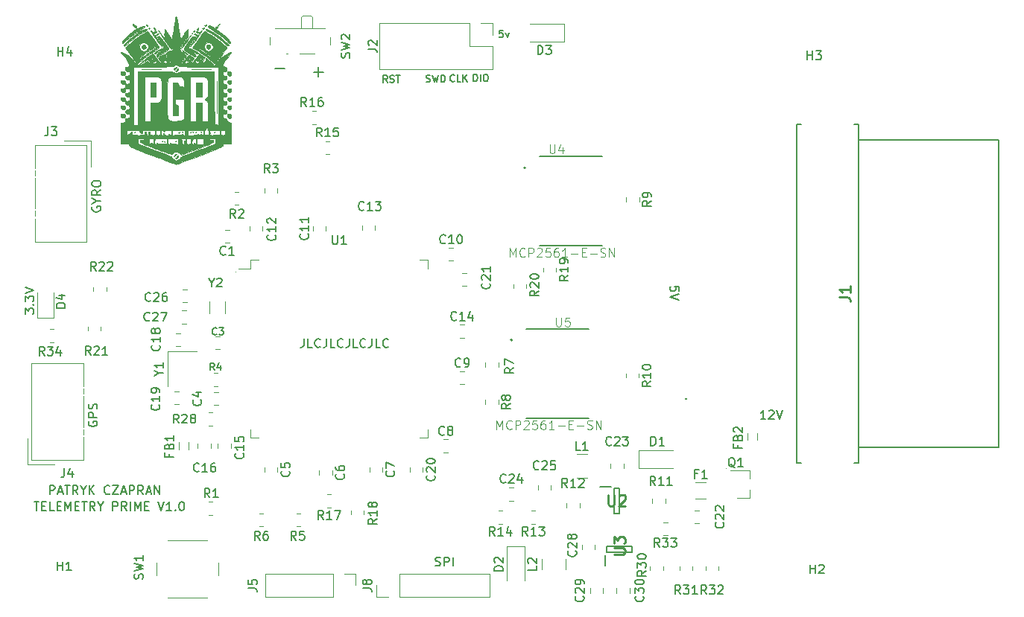
<source format=gbr>
%TF.GenerationSoftware,KiCad,Pcbnew,(5.1.12)-1*%
%TF.CreationDate,2022-03-21T20:12:08+01:00*%
%TF.ProjectId,TelemetryPrimePCB,54656c65-6d65-4747-9279-5072696d6550,rev?*%
%TF.SameCoordinates,Original*%
%TF.FileFunction,Legend,Top*%
%TF.FilePolarity,Positive*%
%FSLAX46Y46*%
G04 Gerber Fmt 4.6, Leading zero omitted, Abs format (unit mm)*
G04 Created by KiCad (PCBNEW (5.1.12)-1) date 2022-03-21 20:12:08*
%MOMM*%
%LPD*%
G01*
G04 APERTURE LIST*
%ADD10C,0.150000*%
%ADD11C,0.120000*%
%ADD12C,0.127000*%
%ADD13C,0.200000*%
%ADD14C,0.010000*%
%ADD15C,0.050000*%
%ADD16C,0.254000*%
G04 APERTURE END LIST*
D10*
X149376190Y-117354761D02*
X149519047Y-117402380D01*
X149757142Y-117402380D01*
X149852380Y-117354761D01*
X149900000Y-117307142D01*
X149947619Y-117211904D01*
X149947619Y-117116666D01*
X149900000Y-117021428D01*
X149852380Y-116973809D01*
X149757142Y-116926190D01*
X149566666Y-116878571D01*
X149471428Y-116830952D01*
X149423809Y-116783333D01*
X149376190Y-116688095D01*
X149376190Y-116592857D01*
X149423809Y-116497619D01*
X149471428Y-116450000D01*
X149566666Y-116402380D01*
X149804761Y-116402380D01*
X149947619Y-116450000D01*
X150376190Y-117402380D02*
X150376190Y-116402380D01*
X150757142Y-116402380D01*
X150852380Y-116450000D01*
X150900000Y-116497619D01*
X150947619Y-116592857D01*
X150947619Y-116735714D01*
X150900000Y-116830952D01*
X150852380Y-116878571D01*
X150757142Y-116926190D01*
X150376190Y-116926190D01*
X151376190Y-117402380D02*
X151376190Y-116402380D01*
X134430952Y-91552380D02*
X134430952Y-92266666D01*
X134383333Y-92409523D01*
X134288095Y-92504761D01*
X134145238Y-92552380D01*
X134050000Y-92552380D01*
X135383333Y-92552380D02*
X134907142Y-92552380D01*
X134907142Y-91552380D01*
X136288095Y-92457142D02*
X136240476Y-92504761D01*
X136097619Y-92552380D01*
X136002380Y-92552380D01*
X135859523Y-92504761D01*
X135764285Y-92409523D01*
X135716666Y-92314285D01*
X135669047Y-92123809D01*
X135669047Y-91980952D01*
X135716666Y-91790476D01*
X135764285Y-91695238D01*
X135859523Y-91600000D01*
X136002380Y-91552380D01*
X136097619Y-91552380D01*
X136240476Y-91600000D01*
X136288095Y-91647619D01*
X137002380Y-91552380D02*
X137002380Y-92266666D01*
X136954761Y-92409523D01*
X136859523Y-92504761D01*
X136716666Y-92552380D01*
X136621428Y-92552380D01*
X137954761Y-92552380D02*
X137478571Y-92552380D01*
X137478571Y-91552380D01*
X138859523Y-92457142D02*
X138811904Y-92504761D01*
X138669047Y-92552380D01*
X138573809Y-92552380D01*
X138430952Y-92504761D01*
X138335714Y-92409523D01*
X138288095Y-92314285D01*
X138240476Y-92123809D01*
X138240476Y-91980952D01*
X138288095Y-91790476D01*
X138335714Y-91695238D01*
X138430952Y-91600000D01*
X138573809Y-91552380D01*
X138669047Y-91552380D01*
X138811904Y-91600000D01*
X138859523Y-91647619D01*
X139573809Y-91552380D02*
X139573809Y-92266666D01*
X139526190Y-92409523D01*
X139430952Y-92504761D01*
X139288095Y-92552380D01*
X139192857Y-92552380D01*
X140526190Y-92552380D02*
X140050000Y-92552380D01*
X140050000Y-91552380D01*
X141430952Y-92457142D02*
X141383333Y-92504761D01*
X141240476Y-92552380D01*
X141145238Y-92552380D01*
X141002380Y-92504761D01*
X140907142Y-92409523D01*
X140859523Y-92314285D01*
X140811904Y-92123809D01*
X140811904Y-91980952D01*
X140859523Y-91790476D01*
X140907142Y-91695238D01*
X141002380Y-91600000D01*
X141145238Y-91552380D01*
X141240476Y-91552380D01*
X141383333Y-91600000D01*
X141430952Y-91647619D01*
X142145238Y-91552380D02*
X142145238Y-92266666D01*
X142097619Y-92409523D01*
X142002380Y-92504761D01*
X141859523Y-92552380D01*
X141764285Y-92552380D01*
X143097619Y-92552380D02*
X142621428Y-92552380D01*
X142621428Y-91552380D01*
X144002380Y-92457142D02*
X143954761Y-92504761D01*
X143811904Y-92552380D01*
X143716666Y-92552380D01*
X143573809Y-92504761D01*
X143478571Y-92409523D01*
X143430952Y-92314285D01*
X143383333Y-92123809D01*
X143383333Y-91980952D01*
X143430952Y-91790476D01*
X143478571Y-91695238D01*
X143573809Y-91600000D01*
X143716666Y-91552380D01*
X143811904Y-91552380D01*
X143954761Y-91600000D01*
X144002380Y-91647619D01*
X103778571Y-110102380D02*
X104350000Y-110102380D01*
X104064285Y-111102380D02*
X104064285Y-110102380D01*
X104683333Y-110578571D02*
X105016666Y-110578571D01*
X105159523Y-111102380D02*
X104683333Y-111102380D01*
X104683333Y-110102380D01*
X105159523Y-110102380D01*
X106064285Y-111102380D02*
X105588095Y-111102380D01*
X105588095Y-110102380D01*
X106397619Y-110578571D02*
X106730952Y-110578571D01*
X106873809Y-111102380D02*
X106397619Y-111102380D01*
X106397619Y-110102380D01*
X106873809Y-110102380D01*
X107302380Y-111102380D02*
X107302380Y-110102380D01*
X107635714Y-110816666D01*
X107969047Y-110102380D01*
X107969047Y-111102380D01*
X108445238Y-110578571D02*
X108778571Y-110578571D01*
X108921428Y-111102380D02*
X108445238Y-111102380D01*
X108445238Y-110102380D01*
X108921428Y-110102380D01*
X109207142Y-110102380D02*
X109778571Y-110102380D01*
X109492857Y-111102380D02*
X109492857Y-110102380D01*
X110683333Y-111102380D02*
X110350000Y-110626190D01*
X110111904Y-111102380D02*
X110111904Y-110102380D01*
X110492857Y-110102380D01*
X110588095Y-110150000D01*
X110635714Y-110197619D01*
X110683333Y-110292857D01*
X110683333Y-110435714D01*
X110635714Y-110530952D01*
X110588095Y-110578571D01*
X110492857Y-110626190D01*
X110111904Y-110626190D01*
X111302380Y-110626190D02*
X111302380Y-111102380D01*
X110969047Y-110102380D02*
X111302380Y-110626190D01*
X111635714Y-110102380D01*
X112730952Y-111102380D02*
X112730952Y-110102380D01*
X113111904Y-110102380D01*
X113207142Y-110150000D01*
X113254761Y-110197619D01*
X113302380Y-110292857D01*
X113302380Y-110435714D01*
X113254761Y-110530952D01*
X113207142Y-110578571D01*
X113111904Y-110626190D01*
X112730952Y-110626190D01*
X114302380Y-111102380D02*
X113969047Y-110626190D01*
X113730952Y-111102380D02*
X113730952Y-110102380D01*
X114111904Y-110102380D01*
X114207142Y-110150000D01*
X114254761Y-110197619D01*
X114302380Y-110292857D01*
X114302380Y-110435714D01*
X114254761Y-110530952D01*
X114207142Y-110578571D01*
X114111904Y-110626190D01*
X113730952Y-110626190D01*
X114730952Y-111102380D02*
X114730952Y-110102380D01*
X115207142Y-111102380D02*
X115207142Y-110102380D01*
X115540476Y-110816666D01*
X115873809Y-110102380D01*
X115873809Y-111102380D01*
X116350000Y-110578571D02*
X116683333Y-110578571D01*
X116826190Y-111102380D02*
X116350000Y-111102380D01*
X116350000Y-110102380D01*
X116826190Y-110102380D01*
X117873809Y-110102380D02*
X118207142Y-111102380D01*
X118540476Y-110102380D01*
X119397619Y-111102380D02*
X118826190Y-111102380D01*
X119111904Y-111102380D02*
X119111904Y-110102380D01*
X119016666Y-110245238D01*
X118921428Y-110340476D01*
X118826190Y-110388095D01*
X119826190Y-111007142D02*
X119873809Y-111054761D01*
X119826190Y-111102380D01*
X119778571Y-111054761D01*
X119826190Y-111007142D01*
X119826190Y-111102380D01*
X120492857Y-110102380D02*
X120588095Y-110102380D01*
X120683333Y-110150000D01*
X120730952Y-110197619D01*
X120778571Y-110292857D01*
X120826190Y-110483333D01*
X120826190Y-110721428D01*
X120778571Y-110911904D01*
X120730952Y-111007142D01*
X120683333Y-111054761D01*
X120588095Y-111102380D01*
X120492857Y-111102380D01*
X120397619Y-111054761D01*
X120350000Y-111007142D01*
X120302380Y-110911904D01*
X120254761Y-110721428D01*
X120254761Y-110483333D01*
X120302380Y-110292857D01*
X120350000Y-110197619D01*
X120397619Y-110150000D01*
X120492857Y-110102380D01*
X135528571Y-61207142D02*
X136671428Y-61207142D01*
X136100000Y-61778571D02*
X136100000Y-60635714D01*
X131128571Y-60807142D02*
X132271428Y-60807142D01*
X177047619Y-86109523D02*
X177047619Y-85633333D01*
X176571428Y-85585714D01*
X176619047Y-85633333D01*
X176666666Y-85728571D01*
X176666666Y-85966666D01*
X176619047Y-86061904D01*
X176571428Y-86109523D01*
X176476190Y-86157142D01*
X176238095Y-86157142D01*
X176142857Y-86109523D01*
X176095238Y-86061904D01*
X176047619Y-85966666D01*
X176047619Y-85728571D01*
X176095238Y-85633333D01*
X176142857Y-85585714D01*
X177047619Y-86442857D02*
X176047619Y-86776190D01*
X177047619Y-87109523D01*
X186880952Y-100702380D02*
X186309523Y-100702380D01*
X186595238Y-100702380D02*
X186595238Y-99702380D01*
X186500000Y-99845238D01*
X186404761Y-99940476D01*
X186309523Y-99988095D01*
X187261904Y-99797619D02*
X187309523Y-99750000D01*
X187404761Y-99702380D01*
X187642857Y-99702380D01*
X187738095Y-99750000D01*
X187785714Y-99797619D01*
X187833333Y-99892857D01*
X187833333Y-99988095D01*
X187785714Y-100130952D01*
X187214285Y-100702380D01*
X187833333Y-100702380D01*
X188119047Y-99702380D02*
X188452380Y-100702380D01*
X188785714Y-99702380D01*
X143911904Y-62411904D02*
X143645238Y-62030952D01*
X143454761Y-62411904D02*
X143454761Y-61611904D01*
X143759523Y-61611904D01*
X143835714Y-61650000D01*
X143873809Y-61688095D01*
X143911904Y-61764285D01*
X143911904Y-61878571D01*
X143873809Y-61954761D01*
X143835714Y-61992857D01*
X143759523Y-62030952D01*
X143454761Y-62030952D01*
X144216666Y-62373809D02*
X144330952Y-62411904D01*
X144521428Y-62411904D01*
X144597619Y-62373809D01*
X144635714Y-62335714D01*
X144673809Y-62259523D01*
X144673809Y-62183333D01*
X144635714Y-62107142D01*
X144597619Y-62069047D01*
X144521428Y-62030952D01*
X144369047Y-61992857D01*
X144292857Y-61954761D01*
X144254761Y-61916666D01*
X144216666Y-61840476D01*
X144216666Y-61764285D01*
X144254761Y-61688095D01*
X144292857Y-61650000D01*
X144369047Y-61611904D01*
X144559523Y-61611904D01*
X144673809Y-61650000D01*
X144902380Y-61611904D02*
X145359523Y-61611904D01*
X145130952Y-62411904D02*
X145130952Y-61611904D01*
X153680952Y-62261904D02*
X153680952Y-61461904D01*
X153871428Y-61461904D01*
X153985714Y-61500000D01*
X154061904Y-61576190D01*
X154100000Y-61652380D01*
X154138095Y-61804761D01*
X154138095Y-61919047D01*
X154100000Y-62071428D01*
X154061904Y-62147619D01*
X153985714Y-62223809D01*
X153871428Y-62261904D01*
X153680952Y-62261904D01*
X154480952Y-62261904D02*
X154480952Y-61461904D01*
X155014285Y-61461904D02*
X155166666Y-61461904D01*
X155242857Y-61500000D01*
X155319047Y-61576190D01*
X155357142Y-61728571D01*
X155357142Y-61995238D01*
X155319047Y-62147619D01*
X155242857Y-62223809D01*
X155166666Y-62261904D01*
X155014285Y-62261904D01*
X154938095Y-62223809D01*
X154861904Y-62147619D01*
X154823809Y-61995238D01*
X154823809Y-61728571D01*
X154861904Y-61576190D01*
X154938095Y-61500000D01*
X155014285Y-61461904D01*
X151523809Y-62235714D02*
X151485714Y-62273809D01*
X151371428Y-62311904D01*
X151295238Y-62311904D01*
X151180952Y-62273809D01*
X151104761Y-62197619D01*
X151066666Y-62121428D01*
X151028571Y-61969047D01*
X151028571Y-61854761D01*
X151066666Y-61702380D01*
X151104761Y-61626190D01*
X151180952Y-61550000D01*
X151295238Y-61511904D01*
X151371428Y-61511904D01*
X151485714Y-61550000D01*
X151523809Y-61588095D01*
X152247619Y-62311904D02*
X151866666Y-62311904D01*
X151866666Y-61511904D01*
X152514285Y-62311904D02*
X152514285Y-61511904D01*
X152971428Y-62311904D02*
X152628571Y-61854761D01*
X152971428Y-61511904D02*
X152514285Y-61969047D01*
X148314285Y-62323809D02*
X148428571Y-62361904D01*
X148619047Y-62361904D01*
X148695238Y-62323809D01*
X148733333Y-62285714D01*
X148771428Y-62209523D01*
X148771428Y-62133333D01*
X148733333Y-62057142D01*
X148695238Y-62019047D01*
X148619047Y-61980952D01*
X148466666Y-61942857D01*
X148390476Y-61904761D01*
X148352380Y-61866666D01*
X148314285Y-61790476D01*
X148314285Y-61714285D01*
X148352380Y-61638095D01*
X148390476Y-61600000D01*
X148466666Y-61561904D01*
X148657142Y-61561904D01*
X148771428Y-61600000D01*
X149038095Y-61561904D02*
X149228571Y-62361904D01*
X149380952Y-61790476D01*
X149533333Y-62361904D01*
X149723809Y-61561904D01*
X150028571Y-62361904D02*
X150028571Y-61561904D01*
X150219047Y-61561904D01*
X150333333Y-61600000D01*
X150409523Y-61676190D01*
X150447619Y-61752380D01*
X150485714Y-61904761D01*
X150485714Y-62019047D01*
X150447619Y-62171428D01*
X150409523Y-62247619D01*
X150333333Y-62323809D01*
X150219047Y-62361904D01*
X150028571Y-62361904D01*
X157035714Y-56461904D02*
X156654761Y-56461904D01*
X156616666Y-56842857D01*
X156654761Y-56804761D01*
X156730952Y-56766666D01*
X156921428Y-56766666D01*
X156997619Y-56804761D01*
X157035714Y-56842857D01*
X157073809Y-56919047D01*
X157073809Y-57109523D01*
X157035714Y-57185714D01*
X156997619Y-57223809D01*
X156921428Y-57261904D01*
X156730952Y-57261904D01*
X156654761Y-57223809D01*
X156616666Y-57185714D01*
X157340476Y-56728571D02*
X157530952Y-57261904D01*
X157721428Y-56728571D01*
D11*
X124000000Y-59750000D02*
G75*
G03*
X124000000Y-59750000I-50000J0D01*
G01*
X182450000Y-106300000D02*
G75*
G03*
X182450000Y-106300000I-50000J0D01*
G01*
X169150000Y-117700000D02*
G75*
G03*
X169150000Y-117700000I-50000J0D01*
G01*
X167700000Y-108800000D02*
G75*
G03*
X167700000Y-108800000I-50000J0D01*
G01*
X126700000Y-83950000D02*
G75*
G03*
X126700000Y-83950000I-50000J0D01*
G01*
D10*
X110400000Y-76540476D02*
X110352380Y-76635714D01*
X110352380Y-76778571D01*
X110400000Y-76921428D01*
X110495238Y-77016666D01*
X110590476Y-77064285D01*
X110780952Y-77111904D01*
X110923809Y-77111904D01*
X111114285Y-77064285D01*
X111209523Y-77016666D01*
X111304761Y-76921428D01*
X111352380Y-76778571D01*
X111352380Y-76683333D01*
X111304761Y-76540476D01*
X111257142Y-76492857D01*
X110923809Y-76492857D01*
X110923809Y-76683333D01*
X110876190Y-75873809D02*
X111352380Y-75873809D01*
X110352380Y-76207142D02*
X110876190Y-75873809D01*
X110352380Y-75540476D01*
X111352380Y-74635714D02*
X110876190Y-74969047D01*
X111352380Y-75207142D02*
X110352380Y-75207142D01*
X110352380Y-74826190D01*
X110400000Y-74730952D01*
X110447619Y-74683333D01*
X110542857Y-74635714D01*
X110685714Y-74635714D01*
X110780952Y-74683333D01*
X110828571Y-74730952D01*
X110876190Y-74826190D01*
X110876190Y-75207142D01*
X110352380Y-74016666D02*
X110352380Y-73826190D01*
X110400000Y-73730952D01*
X110495238Y-73635714D01*
X110685714Y-73588095D01*
X111019047Y-73588095D01*
X111209523Y-73635714D01*
X111304761Y-73730952D01*
X111352380Y-73826190D01*
X111352380Y-74016666D01*
X111304761Y-74111904D01*
X111209523Y-74207142D01*
X111019047Y-74254761D01*
X110685714Y-74254761D01*
X110495238Y-74207142D01*
X110400000Y-74111904D01*
X110352380Y-74016666D01*
X110000000Y-100964285D02*
X109952380Y-101059523D01*
X109952380Y-101202380D01*
X110000000Y-101345238D01*
X110095238Y-101440476D01*
X110190476Y-101488095D01*
X110380952Y-101535714D01*
X110523809Y-101535714D01*
X110714285Y-101488095D01*
X110809523Y-101440476D01*
X110904761Y-101345238D01*
X110952380Y-101202380D01*
X110952380Y-101107142D01*
X110904761Y-100964285D01*
X110857142Y-100916666D01*
X110523809Y-100916666D01*
X110523809Y-101107142D01*
X110952380Y-100488095D02*
X109952380Y-100488095D01*
X109952380Y-100107142D01*
X110000000Y-100011904D01*
X110047619Y-99964285D01*
X110142857Y-99916666D01*
X110285714Y-99916666D01*
X110380952Y-99964285D01*
X110428571Y-100011904D01*
X110476190Y-100107142D01*
X110476190Y-100488095D01*
X110904761Y-99535714D02*
X110952380Y-99392857D01*
X110952380Y-99154761D01*
X110904761Y-99059523D01*
X110857142Y-99011904D01*
X110761904Y-98964285D01*
X110666666Y-98964285D01*
X110571428Y-99011904D01*
X110523809Y-99059523D01*
X110476190Y-99154761D01*
X110428571Y-99345238D01*
X110380952Y-99440476D01*
X110333333Y-99488095D01*
X110238095Y-99535714D01*
X110142857Y-99535714D01*
X110047619Y-99488095D01*
X110000000Y-99440476D01*
X109952380Y-99345238D01*
X109952380Y-99107142D01*
X110000000Y-98964285D01*
X102752380Y-88726190D02*
X102752380Y-88107142D01*
X103133333Y-88440476D01*
X103133333Y-88297619D01*
X103180952Y-88202380D01*
X103228571Y-88154761D01*
X103323809Y-88107142D01*
X103561904Y-88107142D01*
X103657142Y-88154761D01*
X103704761Y-88202380D01*
X103752380Y-88297619D01*
X103752380Y-88583333D01*
X103704761Y-88678571D01*
X103657142Y-88726190D01*
X103657142Y-87678571D02*
X103704761Y-87630952D01*
X103752380Y-87678571D01*
X103704761Y-87726190D01*
X103657142Y-87678571D01*
X103752380Y-87678571D01*
X102752380Y-87297619D02*
X102752380Y-86678571D01*
X103133333Y-87011904D01*
X103133333Y-86869047D01*
X103180952Y-86773809D01*
X103228571Y-86726190D01*
X103323809Y-86678571D01*
X103561904Y-86678571D01*
X103657142Y-86726190D01*
X103704761Y-86773809D01*
X103752380Y-86869047D01*
X103752380Y-87154761D01*
X103704761Y-87250000D01*
X103657142Y-87297619D01*
X102752380Y-86392857D02*
X103752380Y-86059523D01*
X102752380Y-85726190D01*
X105561904Y-109252380D02*
X105561904Y-108252380D01*
X105942857Y-108252380D01*
X106038095Y-108300000D01*
X106085714Y-108347619D01*
X106133333Y-108442857D01*
X106133333Y-108585714D01*
X106085714Y-108680952D01*
X106038095Y-108728571D01*
X105942857Y-108776190D01*
X105561904Y-108776190D01*
X106514285Y-108966666D02*
X106990476Y-108966666D01*
X106419047Y-109252380D02*
X106752380Y-108252380D01*
X107085714Y-109252380D01*
X107276190Y-108252380D02*
X107847619Y-108252380D01*
X107561904Y-109252380D02*
X107561904Y-108252380D01*
X108752380Y-109252380D02*
X108419047Y-108776190D01*
X108180952Y-109252380D02*
X108180952Y-108252380D01*
X108561904Y-108252380D01*
X108657142Y-108300000D01*
X108704761Y-108347619D01*
X108752380Y-108442857D01*
X108752380Y-108585714D01*
X108704761Y-108680952D01*
X108657142Y-108728571D01*
X108561904Y-108776190D01*
X108180952Y-108776190D01*
X109371428Y-108776190D02*
X109371428Y-109252380D01*
X109038095Y-108252380D02*
X109371428Y-108776190D01*
X109704761Y-108252380D01*
X110038095Y-109252380D02*
X110038095Y-108252380D01*
X110609523Y-109252380D02*
X110180952Y-108680952D01*
X110609523Y-108252380D02*
X110038095Y-108823809D01*
X112371428Y-109157142D02*
X112323809Y-109204761D01*
X112180952Y-109252380D01*
X112085714Y-109252380D01*
X111942857Y-109204761D01*
X111847619Y-109109523D01*
X111800000Y-109014285D01*
X111752380Y-108823809D01*
X111752380Y-108680952D01*
X111800000Y-108490476D01*
X111847619Y-108395238D01*
X111942857Y-108300000D01*
X112085714Y-108252380D01*
X112180952Y-108252380D01*
X112323809Y-108300000D01*
X112371428Y-108347619D01*
X112704761Y-108252380D02*
X113371428Y-108252380D01*
X112704761Y-109252380D01*
X113371428Y-109252380D01*
X113704761Y-108966666D02*
X114180952Y-108966666D01*
X113609523Y-109252380D02*
X113942857Y-108252380D01*
X114276190Y-109252380D01*
X114609523Y-109252380D02*
X114609523Y-108252380D01*
X114990476Y-108252380D01*
X115085714Y-108300000D01*
X115133333Y-108347619D01*
X115180952Y-108442857D01*
X115180952Y-108585714D01*
X115133333Y-108680952D01*
X115085714Y-108728571D01*
X114990476Y-108776190D01*
X114609523Y-108776190D01*
X116180952Y-109252380D02*
X115847619Y-108776190D01*
X115609523Y-109252380D02*
X115609523Y-108252380D01*
X115990476Y-108252380D01*
X116085714Y-108300000D01*
X116133333Y-108347619D01*
X116180952Y-108442857D01*
X116180952Y-108585714D01*
X116133333Y-108680952D01*
X116085714Y-108728571D01*
X115990476Y-108776190D01*
X115609523Y-108776190D01*
X116561904Y-108966666D02*
X117038095Y-108966666D01*
X116466666Y-109252380D02*
X116800000Y-108252380D01*
X117133333Y-109252380D01*
X117466666Y-109252380D02*
X117466666Y-108252380D01*
X118038095Y-109252380D01*
X118038095Y-108252380D01*
D11*
%TO.C,J8*%
X155490000Y-120930000D02*
X155490000Y-118270000D01*
X145270000Y-120930000D02*
X155490000Y-120930000D01*
X145270000Y-118270000D02*
X155490000Y-118270000D01*
X145270000Y-120930000D02*
X145270000Y-118270000D01*
X144000000Y-120930000D02*
X142670000Y-120930000D01*
X142670000Y-120930000D02*
X142670000Y-119600000D01*
D12*
%TO.C,U4*%
X161194000Y-80980000D02*
X168306000Y-80980000D01*
X161194000Y-70820000D02*
X168306000Y-70820000D01*
D13*
X159612500Y-72090000D02*
G75*
G03*
X159612500Y-72090000I-100000J0D01*
G01*
D11*
%TO.C,Y2*%
X123725000Y-88675000D02*
X123725000Y-87325000D01*
X125475000Y-88675000D02*
X125475000Y-87325000D01*
D13*
%TO.C,U3*%
X168650000Y-117350000D02*
X168650000Y-116150000D01*
X171700000Y-115800000D02*
X168800000Y-115800000D01*
X171700000Y-115200000D02*
X171700000Y-115800000D01*
X168800000Y-115200000D02*
X171700000Y-115200000D01*
X168800000Y-115800000D02*
X168800000Y-115200000D01*
D11*
%TO.C,R34*%
X105572936Y-90465000D02*
X106027064Y-90465000D01*
X105572936Y-91935000D02*
X106027064Y-91935000D01*
%TO.C,R33*%
X175272936Y-113935000D02*
X175727064Y-113935000D01*
X175272936Y-112465000D02*
X175727064Y-112465000D01*
%TO.C,R32*%
X180065000Y-117877064D02*
X180065000Y-117422936D01*
X181535000Y-117877064D02*
X181535000Y-117422936D01*
%TO.C,R31*%
X177115000Y-117422936D02*
X177115000Y-117877064D01*
X178585000Y-117422936D02*
X178585000Y-117877064D01*
%TO.C,R30*%
X173765000Y-117877064D02*
X173765000Y-117422936D01*
X175235000Y-117877064D02*
X175235000Y-117422936D01*
%TO.C,L2*%
X161440000Y-116597936D02*
X161440000Y-117802064D01*
X164160000Y-116597936D02*
X164160000Y-117802064D01*
%TO.C,J5*%
X140330000Y-118270000D02*
X140330000Y-119600000D01*
X139000000Y-118270000D02*
X140330000Y-118270000D01*
X137730000Y-118270000D02*
X137730000Y-120930000D01*
X137730000Y-120930000D02*
X130050000Y-120930000D01*
X137730000Y-118270000D02*
X130050000Y-118270000D01*
X130050000Y-118270000D02*
X130050000Y-120930000D01*
%TO.C,J2*%
X155830000Y-55670000D02*
X155830000Y-57000000D01*
X154500000Y-55670000D02*
X155830000Y-55670000D01*
X155830000Y-58270000D02*
X155830000Y-60870000D01*
X153230000Y-58270000D02*
X155830000Y-58270000D01*
X153230000Y-55670000D02*
X153230000Y-58270000D01*
X155830000Y-60870000D02*
X143010000Y-60870000D01*
X153230000Y-55670000D02*
X143010000Y-55670000D01*
X143010000Y-55670000D02*
X143010000Y-60870000D01*
%TO.C,D4*%
X105960000Y-89185000D02*
X105960000Y-86300000D01*
X104140000Y-89185000D02*
X105960000Y-89185000D01*
X104140000Y-86300000D02*
X104140000Y-89185000D01*
%TO.C,D3*%
X164000000Y-57750000D02*
X160100000Y-57750000D01*
X164000000Y-55750000D02*
X160100000Y-55750000D01*
X164000000Y-57750000D02*
X164000000Y-55750000D01*
%TO.C,D2*%
X159500000Y-115200000D02*
X157500000Y-115200000D01*
X157500000Y-115200000D02*
X157500000Y-119100000D01*
X159500000Y-115200000D02*
X159500000Y-119100000D01*
%TO.C,C30*%
X169965000Y-120461252D02*
X169965000Y-119938748D01*
X171435000Y-120461252D02*
X171435000Y-119938748D01*
%TO.C,C29*%
X168435000Y-120461252D02*
X168435000Y-119938748D01*
X166965000Y-120461252D02*
X166965000Y-119938748D01*
%TO.C,C28*%
X167485000Y-114988748D02*
X167485000Y-115511252D01*
X166015000Y-114988748D02*
X166015000Y-115511252D01*
%TO.C,C27*%
X121061252Y-88365000D02*
X120538748Y-88365000D01*
X121061252Y-89835000D02*
X120538748Y-89835000D01*
%TO.C,C26*%
X121161252Y-87435000D02*
X120638748Y-87435000D01*
X121161252Y-85965000D02*
X120638748Y-85965000D01*
%TO.C,R28*%
X123622936Y-101435000D02*
X124077064Y-101435000D01*
X123622936Y-99965000D02*
X124077064Y-99965000D01*
%TO.C,R22*%
X110515000Y-85672936D02*
X110515000Y-86127064D01*
X111985000Y-85672936D02*
X111985000Y-86127064D01*
%TO.C,R21*%
X111335000Y-90172936D02*
X111335000Y-90627064D01*
X109865000Y-90172936D02*
X109865000Y-90627064D01*
%TO.C,R19*%
X163085000Y-83472936D02*
X163085000Y-83927064D01*
X161615000Y-83472936D02*
X161615000Y-83927064D01*
%TO.C,R18*%
X141235000Y-111527064D02*
X141235000Y-111072936D01*
X139765000Y-111527064D02*
X139765000Y-111072936D01*
%TO.C,R17*%
X137514564Y-110735000D02*
X137060436Y-110735000D01*
X137514564Y-109265000D02*
X137060436Y-109265000D01*
%TO.C,R16*%
X135372936Y-67135000D02*
X135827064Y-67135000D01*
X135372936Y-65665000D02*
X135827064Y-65665000D01*
%TO.C,R15*%
X137327064Y-70535000D02*
X136872936Y-70535000D01*
X137327064Y-69065000D02*
X136872936Y-69065000D01*
%TO.C,R14*%
X156977064Y-111115000D02*
X156522936Y-111115000D01*
X156977064Y-112585000D02*
X156522936Y-112585000D01*
%TO.C,R13*%
X160727064Y-112585000D02*
X160272936Y-112585000D01*
X160727064Y-111115000D02*
X160272936Y-111115000D01*
%TO.C,R12*%
X164265000Y-110272936D02*
X164265000Y-110727064D01*
X165735000Y-110272936D02*
X165735000Y-110727064D01*
%TO.C,R11*%
X175485000Y-109772936D02*
X175485000Y-110227064D01*
X174015000Y-109772936D02*
X174015000Y-110227064D01*
%TO.C,R10*%
X172485000Y-95522936D02*
X172485000Y-95977064D01*
X171015000Y-95522936D02*
X171015000Y-95977064D01*
%TO.C,R9*%
X172535000Y-75472936D02*
X172535000Y-75927064D01*
X171065000Y-75472936D02*
X171065000Y-75927064D01*
%TO.C,R8*%
X155065000Y-98522936D02*
X155065000Y-98977064D01*
X156535000Y-98522936D02*
X156535000Y-98977064D01*
%TO.C,R7*%
X155065000Y-94727064D02*
X155065000Y-94272936D01*
X156535000Y-94727064D02*
X156535000Y-94272936D01*
%TO.C,R6*%
X129827064Y-112885000D02*
X129372936Y-112885000D01*
X129827064Y-111415000D02*
X129372936Y-111415000D01*
%TO.C,R5*%
X134027064Y-112885000D02*
X133572936Y-112885000D01*
X134027064Y-111415000D02*
X133572936Y-111415000D01*
%TO.C,R4*%
X124627064Y-96935000D02*
X124172936Y-96935000D01*
X124627064Y-95465000D02*
X124172936Y-95465000D01*
%TO.C,R3*%
X129965000Y-74472936D02*
X129965000Y-74927064D01*
X131435000Y-74472936D02*
X131435000Y-74927064D01*
%TO.C,R2*%
X126572936Y-74865000D02*
X127027064Y-74865000D01*
X126572936Y-76335000D02*
X127027064Y-76335000D01*
%TO.C,R1*%
X124027064Y-110115000D02*
X123572936Y-110115000D01*
X124027064Y-111585000D02*
X123572936Y-111585000D01*
%TO.C,C24*%
X157738748Y-108515000D02*
X158261252Y-108515000D01*
X157738748Y-109985000D02*
X158261252Y-109985000D01*
%TO.C,C23*%
X169265000Y-105738748D02*
X169265000Y-106261252D01*
X170735000Y-105738748D02*
X170735000Y-106261252D01*
%TO.C,C22*%
X178838748Y-112535000D02*
X179361252Y-112535000D01*
X178838748Y-111065000D02*
X179361252Y-111065000D01*
%TO.C,C21*%
X152388748Y-85535000D02*
X152911252Y-85535000D01*
X152388748Y-84065000D02*
X152911252Y-84065000D01*
%TO.C,C20*%
X146465000Y-106188748D02*
X146465000Y-106711252D01*
X147935000Y-106188748D02*
X147935000Y-106711252D01*
%TO.C,C19*%
X120261252Y-97565000D02*
X119738748Y-97565000D01*
X120261252Y-99035000D02*
X119738748Y-99035000D01*
%TO.C,C18*%
X119888748Y-92385000D02*
X120411252Y-92385000D01*
X119888748Y-90915000D02*
X120411252Y-90915000D01*
%TO.C,C16*%
X123835000Y-103438748D02*
X123835000Y-103961252D01*
X122365000Y-103438748D02*
X122365000Y-103961252D01*
%TO.C,C15*%
X124665000Y-103438748D02*
X124665000Y-103961252D01*
X126135000Y-103438748D02*
X126135000Y-103961252D01*
%TO.C,C14*%
X152138748Y-89965000D02*
X152661252Y-89965000D01*
X152138748Y-91435000D02*
X152661252Y-91435000D01*
%TO.C,C13*%
X141065000Y-79161252D02*
X141065000Y-78638748D01*
X142535000Y-79161252D02*
X142535000Y-78638748D01*
%TO.C,C12*%
X129735000Y-79261252D02*
X129735000Y-78738748D01*
X128265000Y-79261252D02*
X128265000Y-78738748D01*
%TO.C,C11*%
X135465000Y-79255252D02*
X135465000Y-78732748D01*
X136935000Y-79255252D02*
X136935000Y-78732748D01*
%TO.C,C10*%
X150888748Y-81215000D02*
X151411252Y-81215000D01*
X150888748Y-82685000D02*
X151411252Y-82685000D01*
%TO.C,C9*%
X152138748Y-96735000D02*
X152661252Y-96735000D01*
X152138748Y-95265000D02*
X152661252Y-95265000D01*
%TO.C,C8*%
X150288748Y-104485000D02*
X150811252Y-104485000D01*
X150288748Y-103015000D02*
X150811252Y-103015000D01*
%TO.C,C7*%
X141865000Y-106164748D02*
X141865000Y-106687252D01*
X143335000Y-106164748D02*
X143335000Y-106687252D01*
%TO.C,C6*%
X137635000Y-106514748D02*
X137635000Y-107037252D01*
X136165000Y-106514748D02*
X136165000Y-107037252D01*
%TO.C,C5*%
X131435000Y-106164748D02*
X131435000Y-106687252D01*
X129965000Y-106164748D02*
X129965000Y-106687252D01*
%TO.C,C4*%
X124711252Y-99085000D02*
X124188748Y-99085000D01*
X124711252Y-97615000D02*
X124188748Y-97615000D01*
%TO.C,C3*%
X124911252Y-91265000D02*
X124388748Y-91265000D01*
X124911252Y-92735000D02*
X124388748Y-92735000D01*
%TO.C,C1*%
X125961252Y-80635000D02*
X125438748Y-80635000D01*
X125961252Y-79165000D02*
X125438748Y-79165000D01*
%TO.C,Y1*%
X118924000Y-92942000D02*
X118924000Y-96942000D01*
X122224000Y-92942000D02*
X118924000Y-92942000D01*
D13*
%TO.C,U2*%
X168100000Y-108400000D02*
X169300000Y-108400000D01*
X169650000Y-111450000D02*
X169650000Y-108550000D01*
X170250000Y-111450000D02*
X169650000Y-111450000D01*
X170250000Y-108550000D02*
X170250000Y-111450000D01*
X169650000Y-108550000D02*
X170250000Y-108550000D01*
D11*
%TO.C,U1*%
X128320000Y-83550000D02*
X127030000Y-83550000D01*
X128320000Y-82600000D02*
X128320000Y-83550000D01*
X129270000Y-82600000D02*
X128320000Y-82600000D01*
X148540000Y-82600000D02*
X148540000Y-83550000D01*
X147590000Y-82600000D02*
X148540000Y-82600000D01*
X128320000Y-102820000D02*
X128320000Y-101870000D01*
X129270000Y-102820000D02*
X128320000Y-102820000D01*
X148540000Y-102820000D02*
X148540000Y-101870000D01*
X147590000Y-102820000D02*
X148540000Y-102820000D01*
%TO.C,SW2*%
X130550000Y-57280000D02*
X130550000Y-58070000D01*
X137450000Y-58070000D02*
X137450000Y-57280000D01*
X135600000Y-59120000D02*
X133900000Y-59120000D01*
X136850000Y-56270000D02*
X131150000Y-56270000D01*
X134100000Y-54980000D02*
X134100000Y-56270000D01*
X135200000Y-54770000D02*
X134300000Y-54770000D01*
X135400000Y-56270000D02*
X135400000Y-54980000D01*
X134100000Y-54980000D02*
X134300000Y-54770000D01*
X135400000Y-54980000D02*
X135200000Y-54770000D01*
X132600000Y-59120000D02*
X132400000Y-59120000D01*
%TO.C,SW1*%
X118950000Y-121000000D02*
X123450000Y-121000000D01*
X117700000Y-117000000D02*
X117700000Y-118500000D01*
X123450000Y-114500000D02*
X118950000Y-114500000D01*
X124700000Y-118500000D02*
X124700000Y-117000000D01*
%TO.C,Q1*%
X185060000Y-109680000D02*
X183600000Y-109680000D01*
X185060000Y-106520000D02*
X182900000Y-106520000D01*
X185060000Y-106520000D02*
X185060000Y-107450000D01*
X185060000Y-109680000D02*
X185060000Y-108750000D01*
%TO.C,L1*%
X166602064Y-107360000D02*
X165397936Y-107360000D01*
X166602064Y-104640000D02*
X165397936Y-104640000D01*
%TO.C,J4*%
X103050000Y-105850000D02*
X103050000Y-102850000D01*
X106050000Y-105850000D02*
X103050000Y-105850000D01*
X109350000Y-97850000D02*
X109350000Y-97250000D01*
X109350000Y-102450000D02*
X109350000Y-101850000D01*
X103500000Y-105350000D02*
X103500000Y-94300000D01*
X109350000Y-105350000D02*
X103500000Y-105350000D01*
X109350000Y-101600000D02*
X109350000Y-98100000D01*
X109350000Y-94300000D02*
X103500000Y-94300000D01*
X109350000Y-105350000D02*
X109350000Y-102700000D01*
X109350000Y-96950000D02*
X109350000Y-94300000D01*
%TO.C,J3*%
X103900000Y-77900000D02*
X103900000Y-80550000D01*
X103900000Y-69500000D02*
X103900000Y-72150000D01*
X103900000Y-80550000D02*
X109750000Y-80550000D01*
X103900000Y-73250000D02*
X103900000Y-76750000D01*
X103900000Y-69500000D02*
X109750000Y-69500000D01*
X109750000Y-69500000D02*
X109750000Y-80550000D01*
X103900000Y-72400000D02*
X103900000Y-73000000D01*
X103900000Y-77000000D02*
X103900000Y-77600000D01*
X107200000Y-69000000D02*
X110200000Y-69000000D01*
X110200000Y-69000000D02*
X110200000Y-72000000D01*
%TO.C,FB2*%
X184790000Y-102300378D02*
X184790000Y-103099622D01*
X185910000Y-102300378D02*
X185910000Y-103099622D01*
%TO.C,FB1*%
X121310000Y-103350378D02*
X121310000Y-104149622D01*
X120190000Y-103350378D02*
X120190000Y-104149622D01*
%TO.C,F1*%
X178897936Y-109710000D02*
X180102064Y-109710000D01*
X178897936Y-107890000D02*
X180102064Y-107890000D01*
%TO.C,C25*%
X162485000Y-108238748D02*
X162485000Y-108761252D01*
X161015000Y-108238748D02*
X161015000Y-108761252D01*
%TO.C,D1*%
X172500000Y-104250000D02*
X176400000Y-104250000D01*
X172500000Y-106250000D02*
X176400000Y-106250000D01*
X172500000Y-104250000D02*
X172500000Y-106250000D01*
D13*
%TO.C,U5*%
X158112500Y-91690000D02*
G75*
G03*
X158112500Y-91690000I-100000J0D01*
G01*
D12*
X159694000Y-90420000D02*
X166806000Y-90420000D01*
X159694000Y-100580000D02*
X166806000Y-100580000D01*
D11*
%TO.C,R20*%
X159685000Y-85322936D02*
X159685000Y-85777064D01*
X158215000Y-85322936D02*
X158215000Y-85777064D01*
D14*
%TO.C,G\u002A\u002A\u002A*%
G36*
X123720311Y-58137433D02*
G01*
X123813963Y-58298842D01*
X123818503Y-58468167D01*
X123714125Y-58550900D01*
X123583000Y-58574000D01*
X123414212Y-58533975D01*
X123347496Y-58468167D01*
X123353065Y-58295605D01*
X123447914Y-58135114D01*
X123583000Y-58066000D01*
X123720311Y-58137433D01*
G37*
X123720311Y-58137433D02*
X123813963Y-58298842D01*
X123818503Y-58468167D01*
X123714125Y-58550900D01*
X123583000Y-58574000D01*
X123414212Y-58533975D01*
X123347496Y-58468167D01*
X123353065Y-58295605D01*
X123447914Y-58135114D01*
X123583000Y-58066000D01*
X123720311Y-58137433D01*
G36*
X116316940Y-58122727D02*
G01*
X116452992Y-58237264D01*
X116495692Y-58400134D01*
X116485235Y-58440435D01*
X116368670Y-58546703D01*
X116190845Y-58572864D01*
X116061778Y-58517555D01*
X116004380Y-58360385D01*
X116055582Y-58190273D01*
X116147365Y-58114281D01*
X116316940Y-58122727D01*
G37*
X116316940Y-58122727D02*
X116452992Y-58237264D01*
X116495692Y-58400134D01*
X116485235Y-58440435D01*
X116368670Y-58546703D01*
X116190845Y-58572864D01*
X116061778Y-58517555D01*
X116004380Y-58360385D01*
X116055582Y-58190273D01*
X116147365Y-58114281D01*
X116316940Y-58122727D01*
G36*
X122863333Y-63992667D02*
G01*
X122186000Y-63992667D01*
X122186000Y-62384000D01*
X122863333Y-62384000D01*
X122863333Y-63992667D01*
G37*
X122863333Y-63992667D02*
X122186000Y-63992667D01*
X122186000Y-62384000D01*
X122863333Y-62384000D01*
X122863333Y-63992667D01*
G36*
X117614000Y-63992667D02*
G01*
X117021333Y-63992667D01*
X117021333Y-62384000D01*
X117614000Y-62384000D01*
X117614000Y-63992667D01*
G37*
X117614000Y-63992667D02*
X117021333Y-63992667D01*
X117021333Y-62384000D01*
X117614000Y-62384000D01*
X117614000Y-63992667D01*
G36*
X123517052Y-60877177D02*
G01*
X123688833Y-60881487D01*
X123870353Y-60889090D01*
X123892977Y-60895874D01*
X123767141Y-60901527D01*
X123503281Y-60905738D01*
X123111833Y-60908194D01*
X122778667Y-60908703D01*
X122306544Y-60907616D01*
X121954925Y-60904562D01*
X121734244Y-60899854D01*
X121654938Y-60893804D01*
X121727442Y-60886723D01*
X121868500Y-60881487D01*
X122383052Y-60872102D01*
X122966115Y-60870665D01*
X123517052Y-60877177D01*
G37*
X123517052Y-60877177D02*
X123688833Y-60881487D01*
X123870353Y-60889090D01*
X123892977Y-60895874D01*
X123767141Y-60901527D01*
X123503281Y-60905738D01*
X123111833Y-60908194D01*
X122778667Y-60908703D01*
X122306544Y-60907616D01*
X121954925Y-60904562D01*
X121734244Y-60899854D01*
X121654938Y-60893804D01*
X121727442Y-60886723D01*
X121868500Y-60881487D01*
X122383052Y-60872102D01*
X122966115Y-60870665D01*
X123517052Y-60877177D01*
G36*
X119976100Y-60715821D02*
G01*
X119883067Y-60843067D01*
X119743547Y-60936207D01*
X119656343Y-60911422D01*
X119646000Y-60862979D01*
X119712062Y-60762999D01*
X119815333Y-60690667D01*
X119953470Y-60650725D01*
X119976100Y-60715821D01*
G37*
X119976100Y-60715821D02*
X119883067Y-60843067D01*
X119743547Y-60936207D01*
X119656343Y-60911422D01*
X119646000Y-60862979D01*
X119712062Y-60762999D01*
X119815333Y-60690667D01*
X119953470Y-60650725D01*
X119976100Y-60715821D01*
G36*
X117799650Y-60876900D02*
G01*
X117978435Y-60881566D01*
X118149735Y-60889308D01*
X118162615Y-60896191D01*
X118027990Y-60901890D01*
X117756771Y-60906079D01*
X117359873Y-60908433D01*
X117063667Y-60908829D01*
X116599391Y-60907682D01*
X116257275Y-60904532D01*
X116047527Y-60899701D01*
X115980358Y-60893515D01*
X116065976Y-60886297D01*
X116200435Y-60881440D01*
X116706094Y-60872110D01*
X117270917Y-60870599D01*
X117799650Y-60876900D01*
G37*
X117799650Y-60876900D02*
X117978435Y-60881566D01*
X118149735Y-60889308D01*
X118162615Y-60896191D01*
X118027990Y-60901890D01*
X117756771Y-60906079D01*
X117359873Y-60908433D01*
X117063667Y-60908829D01*
X116599391Y-60907682D01*
X116257275Y-60904532D01*
X116047527Y-60899701D01*
X115980358Y-60893515D01*
X116065976Y-60886297D01*
X116200435Y-60881440D01*
X116706094Y-60872110D01*
X117270917Y-60870599D01*
X117799650Y-60876900D01*
G36*
X120150225Y-60840996D02*
G01*
X120124783Y-60983348D01*
X120007106Y-61097643D01*
X119931868Y-61114000D01*
X119840819Y-61100874D01*
X119864850Y-61034447D01*
X119942803Y-60944147D01*
X120082697Y-60825772D01*
X120150225Y-60840996D01*
G37*
X120150225Y-60840996D02*
X120124783Y-60983348D01*
X120007106Y-61097643D01*
X119931868Y-61114000D01*
X119840819Y-61100874D01*
X119864850Y-61034447D01*
X119942803Y-60944147D01*
X120082697Y-60825772D01*
X120150225Y-60840996D01*
G36*
X124528686Y-62335257D02*
G01*
X124534245Y-62555097D01*
X124535364Y-62616833D01*
X124542867Y-63254343D01*
X124545763Y-63981591D01*
X124544050Y-64719046D01*
X124537729Y-65387175D01*
X124535364Y-65537833D01*
X124529731Y-65789528D01*
X124524534Y-65880129D01*
X124519916Y-65817874D01*
X124516020Y-65611001D01*
X124512988Y-65267750D01*
X124510963Y-64796359D01*
X124510087Y-64205067D01*
X124510062Y-64077333D01*
X124510699Y-63463762D01*
X124512512Y-62968497D01*
X124515360Y-62599775D01*
X124519101Y-62365835D01*
X124523590Y-62274916D01*
X124528686Y-62335257D01*
G37*
X124528686Y-62335257D02*
X124534245Y-62555097D01*
X124535364Y-62616833D01*
X124542867Y-63254343D01*
X124545763Y-63981591D01*
X124544050Y-64719046D01*
X124537729Y-65387175D01*
X124535364Y-65537833D01*
X124529731Y-65789528D01*
X124524534Y-65880129D01*
X124519916Y-65817874D01*
X124516020Y-65611001D01*
X124512988Y-65267750D01*
X124510963Y-64796359D01*
X124510087Y-64205067D01*
X124510062Y-64077333D01*
X124510699Y-63463762D01*
X124512512Y-62968497D01*
X124515360Y-62599775D01*
X124519101Y-62365835D01*
X124523590Y-62274916D01*
X124528686Y-62335257D01*
G36*
X124274444Y-68000222D02*
G01*
X124284577Y-68100702D01*
X124274444Y-68113111D01*
X124224110Y-68101489D01*
X124218000Y-68056667D01*
X124248978Y-67986976D01*
X124274444Y-68000222D01*
G37*
X124274444Y-68000222D02*
X124284577Y-68100702D01*
X124274444Y-68113111D01*
X124224110Y-68101489D01*
X124218000Y-68056667D01*
X124248978Y-67986976D01*
X124274444Y-68000222D01*
G36*
X122778667Y-68014333D02*
G01*
X122736333Y-68056667D01*
X122694000Y-68014333D01*
X122736333Y-67972000D01*
X122778667Y-68014333D01*
G37*
X122778667Y-68014333D02*
X122736333Y-68056667D01*
X122694000Y-68014333D01*
X122736333Y-67972000D01*
X122778667Y-68014333D01*
G36*
X121847333Y-68014333D02*
G01*
X121805000Y-68056667D01*
X121762667Y-68014333D01*
X121805000Y-67972000D01*
X121847333Y-68014333D01*
G37*
X121847333Y-68014333D02*
X121805000Y-68056667D01*
X121762667Y-68014333D01*
X121805000Y-67972000D01*
X121847333Y-68014333D01*
G36*
X122157778Y-68000222D02*
G01*
X122167911Y-68100702D01*
X122157778Y-68113111D01*
X122107443Y-68101489D01*
X122101333Y-68056667D01*
X122132311Y-67986976D01*
X122157778Y-68000222D01*
G37*
X122157778Y-68000222D02*
X122167911Y-68100702D01*
X122157778Y-68113111D01*
X122107443Y-68101489D01*
X122101333Y-68056667D01*
X122132311Y-67986976D01*
X122157778Y-68000222D01*
G36*
X121565111Y-68000222D02*
G01*
X121575244Y-68100702D01*
X121565111Y-68113111D01*
X121514777Y-68101489D01*
X121508667Y-68056667D01*
X121539645Y-67986976D01*
X121565111Y-68000222D01*
G37*
X121565111Y-68000222D02*
X121575244Y-68100702D01*
X121565111Y-68113111D01*
X121514777Y-68101489D01*
X121508667Y-68056667D01*
X121539645Y-67986976D01*
X121565111Y-68000222D01*
G36*
X120662000Y-68014333D02*
G01*
X120619667Y-68056667D01*
X120577333Y-68014333D01*
X120619667Y-67972000D01*
X120662000Y-68014333D01*
G37*
X120662000Y-68014333D02*
X120619667Y-68056667D01*
X120577333Y-68014333D01*
X120619667Y-67972000D01*
X120662000Y-68014333D01*
G36*
X120322362Y-68037506D02*
G01*
X120323333Y-68056667D01*
X120258245Y-68138080D01*
X120233670Y-68141333D01*
X120183104Y-68089463D01*
X120196333Y-68056667D01*
X120272415Y-67975896D01*
X120285997Y-67972000D01*
X120322362Y-68037506D01*
G37*
X120322362Y-68037506D02*
X120323333Y-68056667D01*
X120258245Y-68138080D01*
X120233670Y-68141333D01*
X120183104Y-68089463D01*
X120196333Y-68056667D01*
X120272415Y-67975896D01*
X120285997Y-67972000D01*
X120322362Y-68037506D01*
G36*
X115215111Y-68000222D02*
G01*
X115225244Y-68100702D01*
X115215111Y-68113111D01*
X115164777Y-68101489D01*
X115158667Y-68056667D01*
X115189645Y-67986976D01*
X115215111Y-68000222D01*
G37*
X115215111Y-68000222D02*
X115225244Y-68100702D01*
X115215111Y-68113111D01*
X115164777Y-68101489D01*
X115158667Y-68056667D01*
X115189645Y-67986976D01*
X115215111Y-68000222D01*
G36*
X119871778Y-69016222D02*
G01*
X119881911Y-69116702D01*
X119871778Y-69129111D01*
X119821443Y-69117489D01*
X119815333Y-69072667D01*
X119846311Y-69002976D01*
X119871778Y-69016222D01*
G37*
X119871778Y-69016222D02*
X119881911Y-69116702D01*
X119871778Y-69129111D01*
X119821443Y-69117489D01*
X119815333Y-69072667D01*
X119846311Y-69002976D01*
X119871778Y-69016222D01*
G36*
X118630000Y-69115000D02*
G01*
X118587667Y-69157333D01*
X118545333Y-69115000D01*
X118587667Y-69072667D01*
X118630000Y-69115000D01*
G37*
X118630000Y-69115000D02*
X118587667Y-69157333D01*
X118545333Y-69115000D01*
X118587667Y-69072667D01*
X118630000Y-69115000D01*
G36*
X118347778Y-69016222D02*
G01*
X118357911Y-69116702D01*
X118347778Y-69129111D01*
X118297443Y-69117489D01*
X118291333Y-69072667D01*
X118322311Y-69002976D01*
X118347778Y-69016222D01*
G37*
X118347778Y-69016222D02*
X118357911Y-69116702D01*
X118347778Y-69129111D01*
X118297443Y-69117489D01*
X118291333Y-69072667D01*
X118322311Y-69002976D01*
X118347778Y-69016222D01*
G36*
X119944898Y-70528676D02*
G01*
X119920638Y-70607369D01*
X119815852Y-70723197D01*
X119694333Y-70806676D01*
X119646000Y-70789489D01*
X119698006Y-70677729D01*
X119810459Y-70568599D01*
X119918012Y-70519119D01*
X119944898Y-70528676D01*
G37*
X119944898Y-70528676D02*
X119920638Y-70607369D01*
X119815852Y-70723197D01*
X119694333Y-70806676D01*
X119646000Y-70789489D01*
X119698006Y-70677729D01*
X119810459Y-70568599D01*
X119918012Y-70519119D01*
X119944898Y-70528676D01*
G36*
X120150225Y-70746996D02*
G01*
X120124783Y-70889348D01*
X120007106Y-71003643D01*
X119931868Y-71020000D01*
X119840819Y-71006874D01*
X119864850Y-70940447D01*
X119942803Y-70850147D01*
X120082697Y-70731772D01*
X120150225Y-70746996D01*
G37*
X120150225Y-70746996D02*
X120124783Y-70889348D01*
X120007106Y-71003643D01*
X119931868Y-71020000D01*
X119840819Y-71006874D01*
X119864850Y-70940447D01*
X119942803Y-70850147D01*
X120082697Y-70731772D01*
X120150225Y-70746996D01*
G36*
X123342563Y-55832166D02*
G01*
X123329000Y-55864667D01*
X123216841Y-55946172D01*
X123192006Y-55949333D01*
X123146103Y-55897167D01*
X123159667Y-55864667D01*
X123271826Y-55783161D01*
X123296660Y-55780000D01*
X123342563Y-55832166D01*
G37*
X123342563Y-55832166D02*
X123329000Y-55864667D01*
X123216841Y-55946172D01*
X123192006Y-55949333D01*
X123146103Y-55897167D01*
X123159667Y-55864667D01*
X123271826Y-55783161D01*
X123296660Y-55780000D01*
X123342563Y-55832166D01*
G36*
X116613522Y-55846322D02*
G01*
X116678211Y-55954092D01*
X116669967Y-55990255D01*
X116581507Y-55987635D01*
X116569778Y-55977555D01*
X116513956Y-55847213D01*
X116513333Y-55833622D01*
X116556289Y-55802142D01*
X116613522Y-55846322D01*
G37*
X116613522Y-55846322D02*
X116678211Y-55954092D01*
X116669967Y-55990255D01*
X116581507Y-55987635D01*
X116569778Y-55977555D01*
X116513956Y-55847213D01*
X116513333Y-55833622D01*
X116556289Y-55802142D01*
X116613522Y-55846322D01*
G36*
X124828361Y-55822333D02*
G01*
X124654570Y-56108764D01*
X124521729Y-56238501D01*
X124434112Y-56210526D01*
X124393512Y-56108953D01*
X124400022Y-56091867D01*
X124477027Y-56031696D01*
X124630553Y-55902140D01*
X124673991Y-55864667D01*
X124822852Y-55742634D01*
X124867147Y-55732238D01*
X124828361Y-55822333D01*
G37*
X124828361Y-55822333D02*
X124654570Y-56108764D01*
X124521729Y-56238501D01*
X124434112Y-56210526D01*
X124393512Y-56108953D01*
X124400022Y-56091867D01*
X124477027Y-56031696D01*
X124630553Y-55902140D01*
X124673991Y-55864667D01*
X124822852Y-55742634D01*
X124867147Y-55732238D01*
X124828361Y-55822333D01*
G36*
X123088563Y-56170832D02*
G01*
X123075000Y-56203333D01*
X122962841Y-56284839D01*
X122938006Y-56288000D01*
X122892103Y-56235834D01*
X122905667Y-56203333D01*
X123017826Y-56121827D01*
X123042660Y-56118667D01*
X123088563Y-56170832D01*
G37*
X123088563Y-56170832D02*
X123075000Y-56203333D01*
X122962841Y-56284839D01*
X122938006Y-56288000D01*
X122892103Y-56235834D01*
X122905667Y-56203333D01*
X123017826Y-56121827D01*
X123042660Y-56118667D01*
X123088563Y-56170832D01*
G36*
X116852000Y-56161000D02*
G01*
X116932770Y-56237082D01*
X116936667Y-56250663D01*
X116871161Y-56287029D01*
X116852000Y-56288000D01*
X116770587Y-56222912D01*
X116767333Y-56198336D01*
X116819203Y-56147770D01*
X116852000Y-56161000D01*
G37*
X116852000Y-56161000D02*
X116932770Y-56237082D01*
X116936667Y-56250663D01*
X116871161Y-56287029D01*
X116852000Y-56288000D01*
X116770587Y-56222912D01*
X116767333Y-56198336D01*
X116819203Y-56147770D01*
X116852000Y-56161000D01*
G36*
X115075330Y-55752581D02*
G01*
X115263649Y-55926407D01*
X115275063Y-55938265D01*
X115415502Y-56108682D01*
X115428190Y-56201892D01*
X115393466Y-56225074D01*
X115274594Y-56188346D01*
X115125067Y-56031159D01*
X115091117Y-55982142D01*
X114979210Y-55782799D01*
X114977232Y-55705495D01*
X115075330Y-55752581D01*
G37*
X115075330Y-55752581D02*
X115263649Y-55926407D01*
X115275063Y-55938265D01*
X115415502Y-56108682D01*
X115428190Y-56201892D01*
X115393466Y-56225074D01*
X115274594Y-56188346D01*
X115125067Y-56031159D01*
X115091117Y-55982142D01*
X114979210Y-55782799D01*
X114977232Y-55705495D01*
X115075330Y-55752581D01*
G36*
X122437762Y-56220932D02*
G01*
X122438703Y-56266833D01*
X122407845Y-56415485D01*
X122355333Y-56457333D01*
X122274023Y-56408716D01*
X122271963Y-56393833D01*
X122314266Y-56275112D01*
X122355333Y-56203333D01*
X122417093Y-56136841D01*
X122437762Y-56220932D01*
G37*
X122437762Y-56220932D02*
X122438703Y-56266833D01*
X122407845Y-56415485D01*
X122355333Y-56457333D01*
X122274023Y-56408716D01*
X122271963Y-56393833D01*
X122314266Y-56275112D01*
X122355333Y-56203333D01*
X122417093Y-56136841D01*
X122437762Y-56220932D01*
G36*
X117525452Y-56280748D02*
G01*
X117569634Y-56414320D01*
X117541370Y-56457333D01*
X117447854Y-56389397D01*
X117409399Y-56318215D01*
X117379859Y-56169378D01*
X117431297Y-56155454D01*
X117525452Y-56280748D01*
G37*
X117525452Y-56280748D02*
X117569634Y-56414320D01*
X117541370Y-56457333D01*
X117447854Y-56389397D01*
X117409399Y-56318215D01*
X117379859Y-56169378D01*
X117431297Y-56155454D01*
X117525452Y-56280748D01*
G36*
X121987563Y-56509203D02*
G01*
X121974333Y-56542000D01*
X121898251Y-56622770D01*
X121884670Y-56626667D01*
X121848304Y-56561161D01*
X121847333Y-56542000D01*
X121912421Y-56460587D01*
X121936997Y-56457333D01*
X121987563Y-56509203D01*
G37*
X121987563Y-56509203D02*
X121974333Y-56542000D01*
X121898251Y-56622770D01*
X121884670Y-56626667D01*
X121848304Y-56561161D01*
X121847333Y-56542000D01*
X121912421Y-56460587D01*
X121936997Y-56457333D01*
X121987563Y-56509203D01*
G36*
X117939585Y-56491582D02*
G01*
X118029765Y-56570286D01*
X118037333Y-56589330D01*
X117997152Y-56624129D01*
X117913497Y-56546153D01*
X117902248Y-56528918D01*
X117892269Y-56470981D01*
X117939585Y-56491582D01*
G37*
X117939585Y-56491582D02*
X118029765Y-56570286D01*
X118037333Y-56589330D01*
X117997152Y-56624129D01*
X117913497Y-56546153D01*
X117902248Y-56528918D01*
X117892269Y-56470981D01*
X117939585Y-56491582D01*
G36*
X121734444Y-56739555D02*
G01*
X121744577Y-56840035D01*
X121734444Y-56852444D01*
X121684110Y-56840822D01*
X121678000Y-56796000D01*
X121708978Y-56726310D01*
X121734444Y-56739555D01*
G37*
X121734444Y-56739555D02*
X121744577Y-56840035D01*
X121734444Y-56852444D01*
X121684110Y-56840822D01*
X121678000Y-56796000D01*
X121708978Y-56726310D01*
X121734444Y-56739555D01*
G36*
X118108918Y-56745582D02*
G01*
X118199098Y-56824286D01*
X118206667Y-56843330D01*
X118166486Y-56878129D01*
X118082830Y-56800153D01*
X118071582Y-56782918D01*
X118061602Y-56724981D01*
X118108918Y-56745582D01*
G37*
X118108918Y-56745582D02*
X118199098Y-56824286D01*
X118206667Y-56843330D01*
X118166486Y-56878129D01*
X118082830Y-56800153D01*
X118071582Y-56782918D01*
X118061602Y-56724981D01*
X118108918Y-56745582D01*
G36*
X123676450Y-55934952D02*
G01*
X123883300Y-56010635D01*
X124170898Y-56168648D01*
X124511096Y-56387485D01*
X124875747Y-56645642D01*
X125236704Y-56921615D01*
X125565818Y-57193898D01*
X125834944Y-57440988D01*
X126015933Y-57641380D01*
X126080667Y-57771774D01*
X126035702Y-57910651D01*
X125931901Y-57907839D01*
X125849704Y-57817426D01*
X125729646Y-57687451D01*
X125500868Y-57489298D01*
X125196245Y-57247659D01*
X124848648Y-56987227D01*
X124490953Y-56732696D01*
X124156032Y-56508759D01*
X123901064Y-56353681D01*
X123653760Y-56191198D01*
X123513952Y-56052684D01*
X123492175Y-55957782D01*
X123598966Y-55926134D01*
X123676450Y-55934952D01*
G37*
X123676450Y-55934952D02*
X123883300Y-56010635D01*
X124170898Y-56168648D01*
X124511096Y-56387485D01*
X124875747Y-56645642D01*
X125236704Y-56921615D01*
X125565818Y-57193898D01*
X125834944Y-57440988D01*
X126015933Y-57641380D01*
X126080667Y-57771774D01*
X126035702Y-57910651D01*
X125931901Y-57907839D01*
X125849704Y-57817426D01*
X125729646Y-57687451D01*
X125500868Y-57489298D01*
X125196245Y-57247659D01*
X124848648Y-56987227D01*
X124490953Y-56732696D01*
X124156032Y-56508759D01*
X123901064Y-56353681D01*
X123653760Y-56191198D01*
X123513952Y-56052684D01*
X123492175Y-55957782D01*
X123598966Y-55926134D01*
X123676450Y-55934952D01*
G36*
X116328271Y-55967471D02*
G01*
X116334927Y-56044064D01*
X116220664Y-56158371D01*
X115970718Y-56323766D01*
X115867117Y-56385318D01*
X115201452Y-56807840D01*
X114618986Y-57257889D01*
X114217748Y-57621282D01*
X114002001Y-57818599D01*
X113872949Y-57906777D01*
X113801719Y-57900443D01*
X113770828Y-57847677D01*
X113798279Y-57703276D01*
X113945581Y-57497552D01*
X114186598Y-57249721D01*
X114495191Y-56979000D01*
X114845221Y-56704606D01*
X115210552Y-56445754D01*
X115565045Y-56221661D01*
X115882562Y-56051543D01*
X116136965Y-55954617D01*
X116302116Y-55950099D01*
X116328271Y-55967471D01*
G37*
X116328271Y-55967471D02*
X116334927Y-56044064D01*
X116220664Y-56158371D01*
X115970718Y-56323766D01*
X115867117Y-56385318D01*
X115201452Y-56807840D01*
X114618986Y-57257889D01*
X114217748Y-57621282D01*
X114002001Y-57818599D01*
X113872949Y-57906777D01*
X113801719Y-57900443D01*
X113770828Y-57847677D01*
X113798279Y-57703276D01*
X113945581Y-57497552D01*
X114186598Y-57249721D01*
X114495191Y-56979000D01*
X114845221Y-56704606D01*
X115210552Y-56445754D01*
X115565045Y-56221661D01*
X115882562Y-56051543D01*
X116136965Y-55954617D01*
X116302116Y-55950099D01*
X116328271Y-55967471D01*
G36*
X123381793Y-56287990D02*
G01*
X123577909Y-56380743D01*
X123870036Y-56551513D01*
X124221033Y-56778105D01*
X124723422Y-57125086D01*
X125153596Y-57443458D01*
X125496188Y-57720318D01*
X125735834Y-57942762D01*
X125857170Y-58097888D01*
X125864359Y-58158175D01*
X125796099Y-58223051D01*
X125699611Y-58201393D01*
X125546216Y-58078007D01*
X125357016Y-57889402D01*
X125147755Y-57700477D01*
X124839718Y-57456202D01*
X124477750Y-57190939D01*
X124175667Y-56984188D01*
X123845037Y-56765704D01*
X123569645Y-56583570D01*
X123378121Y-56456731D01*
X123299094Y-56404133D01*
X123299014Y-56404077D01*
X123292591Y-56319236D01*
X123302047Y-56284192D01*
X123381793Y-56287990D01*
G37*
X123381793Y-56287990D02*
X123577909Y-56380743D01*
X123870036Y-56551513D01*
X124221033Y-56778105D01*
X124723422Y-57125086D01*
X125153596Y-57443458D01*
X125496188Y-57720318D01*
X125735834Y-57942762D01*
X125857170Y-58097888D01*
X125864359Y-58158175D01*
X125796099Y-58223051D01*
X125699611Y-58201393D01*
X125546216Y-58078007D01*
X125357016Y-57889402D01*
X125147755Y-57700477D01*
X124839718Y-57456202D01*
X124477750Y-57190939D01*
X124175667Y-56984188D01*
X123845037Y-56765704D01*
X123569645Y-56583570D01*
X123378121Y-56456731D01*
X123299094Y-56404133D01*
X123299014Y-56404077D01*
X123292591Y-56319236D01*
X123302047Y-56284192D01*
X123381793Y-56287990D01*
G36*
X116560929Y-56296514D02*
G01*
X116592169Y-56392907D01*
X116585311Y-56405565D01*
X116501307Y-56455620D01*
X116314873Y-56562593D01*
X116132333Y-56666053D01*
X115757559Y-56895633D01*
X115344056Y-57177819D01*
X114939174Y-57477660D01*
X114590266Y-57760204D01*
X114359659Y-57974558D01*
X114150115Y-58170535D01*
X114024532Y-58227233D01*
X113974870Y-58147532D01*
X113973333Y-58112929D01*
X114037850Y-57998713D01*
X114214128Y-57820735D01*
X114476261Y-57597181D01*
X114798341Y-57346237D01*
X115154461Y-57086090D01*
X115518714Y-56834924D01*
X115865193Y-56610926D01*
X116167990Y-56432283D01*
X116401199Y-56317180D01*
X116538912Y-56283804D01*
X116560929Y-56296514D01*
G37*
X116560929Y-56296514D02*
X116592169Y-56392907D01*
X116585311Y-56405565D01*
X116501307Y-56455620D01*
X116314873Y-56562593D01*
X116132333Y-56666053D01*
X115757559Y-56895633D01*
X115344056Y-57177819D01*
X114939174Y-57477660D01*
X114590266Y-57760204D01*
X114359659Y-57974558D01*
X114150115Y-58170535D01*
X114024532Y-58227233D01*
X113974870Y-58147532D01*
X113973333Y-58112929D01*
X114037850Y-57998713D01*
X114214128Y-57820735D01*
X114476261Y-57597181D01*
X114798341Y-57346237D01*
X115154461Y-57086090D01*
X115518714Y-56834924D01*
X115865193Y-56610926D01*
X116167990Y-56432283D01*
X116401199Y-56317180D01*
X116538912Y-56283804D01*
X116560929Y-56296514D01*
G36*
X117065724Y-56487935D02*
G01*
X117182636Y-56616021D01*
X117183439Y-56617084D01*
X117294749Y-56744289D01*
X117357094Y-56739090D01*
X117386658Y-56679319D01*
X117480425Y-56574468D01*
X117606632Y-56543727D01*
X117691966Y-56597605D01*
X117698667Y-56634593D01*
X117627983Y-56728217D01*
X117529333Y-56771468D01*
X117392221Y-56832502D01*
X117360000Y-56876430D01*
X117413895Y-56985550D01*
X117561676Y-56967514D01*
X117658197Y-56913993D01*
X117824280Y-56842448D01*
X117903021Y-56868835D01*
X117871967Y-56950909D01*
X117737038Y-57023098D01*
X117520355Y-57095326D01*
X117950383Y-57707663D01*
X118133076Y-57978102D01*
X118260751Y-58187466D01*
X118315383Y-58305108D01*
X118310540Y-58320000D01*
X118238457Y-58254551D01*
X118090619Y-58075443D01*
X117887236Y-57808530D01*
X117648518Y-57479666D01*
X117599087Y-57409833D01*
X117364142Y-57069773D01*
X117173683Y-56781072D01*
X117044718Y-56570523D01*
X116994256Y-56464917D01*
X116995209Y-56458598D01*
X117065724Y-56487935D01*
G37*
X117065724Y-56487935D02*
X117182636Y-56616021D01*
X117183439Y-56617084D01*
X117294749Y-56744289D01*
X117357094Y-56739090D01*
X117386658Y-56679319D01*
X117480425Y-56574468D01*
X117606632Y-56543727D01*
X117691966Y-56597605D01*
X117698667Y-56634593D01*
X117627983Y-56728217D01*
X117529333Y-56771468D01*
X117392221Y-56832502D01*
X117360000Y-56876430D01*
X117413895Y-56985550D01*
X117561676Y-56967514D01*
X117658197Y-56913993D01*
X117824280Y-56842448D01*
X117903021Y-56868835D01*
X117871967Y-56950909D01*
X117737038Y-57023098D01*
X117520355Y-57095326D01*
X117950383Y-57707663D01*
X118133076Y-57978102D01*
X118260751Y-58187466D01*
X118315383Y-58305108D01*
X118310540Y-58320000D01*
X118238457Y-58254551D01*
X118090619Y-58075443D01*
X117887236Y-57808530D01*
X117648518Y-57479666D01*
X117599087Y-57409833D01*
X117364142Y-57069773D01*
X117173683Y-56781072D01*
X117044718Y-56570523D01*
X116994256Y-56464917D01*
X116995209Y-56458598D01*
X117065724Y-56487935D01*
G36*
X121573541Y-57001986D02*
G01*
X121545153Y-57082722D01*
X121437757Y-57266090D01*
X121271995Y-57517808D01*
X121203975Y-57615761D01*
X120917959Y-58019732D01*
X120715500Y-58298793D01*
X120584921Y-58468049D01*
X120514546Y-58542604D01*
X120492696Y-58537564D01*
X120492667Y-58535905D01*
X120537200Y-58440772D01*
X120655002Y-58250756D01*
X120822369Y-57999490D01*
X121015601Y-57720610D01*
X121210996Y-57447752D01*
X121384854Y-57214552D01*
X121513474Y-57054644D01*
X121573153Y-57001665D01*
X121573541Y-57001986D01*
G37*
X121573541Y-57001986D02*
X121545153Y-57082722D01*
X121437757Y-57266090D01*
X121271995Y-57517808D01*
X121203975Y-57615761D01*
X120917959Y-58019732D01*
X120715500Y-58298793D01*
X120584921Y-58468049D01*
X120514546Y-58542604D01*
X120492696Y-58537564D01*
X120492667Y-58535905D01*
X120537200Y-58440772D01*
X120655002Y-58250756D01*
X120822369Y-57999490D01*
X121015601Y-57720610D01*
X121210996Y-57447752D01*
X121384854Y-57214552D01*
X121513474Y-57054644D01*
X121573153Y-57001665D01*
X121573541Y-57001986D01*
G36*
X118303760Y-57029958D02*
G01*
X118441691Y-57204256D01*
X118631018Y-57458867D01*
X118778235Y-57663833D01*
X119040396Y-58034888D01*
X119217361Y-58289715D01*
X119322719Y-58449617D01*
X119370060Y-58535900D01*
X119372972Y-58569868D01*
X119358810Y-58574000D01*
X119294907Y-58509375D01*
X119156976Y-58335077D01*
X118967649Y-58080466D01*
X118820432Y-57875500D01*
X118558270Y-57504445D01*
X118381305Y-57249618D01*
X118275947Y-57089716D01*
X118228607Y-57003433D01*
X118225695Y-56969465D01*
X118239856Y-56965333D01*
X118303760Y-57029958D01*
G37*
X118303760Y-57029958D02*
X118441691Y-57204256D01*
X118631018Y-57458867D01*
X118778235Y-57663833D01*
X119040396Y-58034888D01*
X119217361Y-58289715D01*
X119322719Y-58449617D01*
X119370060Y-58535900D01*
X119372972Y-58569868D01*
X119358810Y-58574000D01*
X119294907Y-58509375D01*
X119156976Y-58335077D01*
X118967649Y-58080466D01*
X118820432Y-57875500D01*
X118558270Y-57504445D01*
X118381305Y-57249618D01*
X118275947Y-57089716D01*
X118228607Y-57003433D01*
X118225695Y-56969465D01*
X118239856Y-56965333D01*
X118303760Y-57029958D01*
G36*
X117962944Y-58824339D02*
G01*
X117720020Y-59038291D01*
X117564289Y-59142543D01*
X117467081Y-59150885D01*
X117408057Y-59091261D01*
X117440287Y-58989515D01*
X117631701Y-58842849D01*
X117978924Y-58653762D01*
X118037333Y-58625227D01*
X118333667Y-58482011D01*
X117962944Y-58824339D01*
G37*
X117962944Y-58824339D02*
X117720020Y-59038291D01*
X117564289Y-59142543D01*
X117467081Y-59150885D01*
X117408057Y-59091261D01*
X117440287Y-58989515D01*
X117631701Y-58842849D01*
X117978924Y-58653762D01*
X118037333Y-58625227D01*
X118333667Y-58482011D01*
X117962944Y-58824339D01*
G36*
X120789000Y-58862410D02*
G01*
X121060142Y-59007370D01*
X121196023Y-59103693D01*
X121217202Y-59169036D01*
X121183134Y-59200882D01*
X121073341Y-59181597D01*
X120899616Y-59068759D01*
X120814262Y-58994974D01*
X120535000Y-58733683D01*
X120789000Y-58862410D01*
G37*
X120789000Y-58862410D02*
X121060142Y-59007370D01*
X121196023Y-59103693D01*
X121217202Y-59169036D01*
X121183134Y-59200882D01*
X121073341Y-59181597D01*
X120899616Y-59068759D01*
X120814262Y-58994974D01*
X120535000Y-58733683D01*
X120789000Y-58862410D01*
G36*
X119234554Y-58829906D02*
G01*
X119107490Y-58951842D01*
X118939780Y-59089636D01*
X118780636Y-59202915D01*
X118679271Y-59251304D01*
X118677982Y-59251333D01*
X118630709Y-59186891D01*
X118630000Y-59173572D01*
X118693338Y-59087603D01*
X118845789Y-58968095D01*
X119031007Y-58850990D01*
X119192643Y-58772231D01*
X119271758Y-58764202D01*
X119234554Y-58829906D01*
G37*
X119234554Y-58829906D02*
X119107490Y-58951842D01*
X118939780Y-59089636D01*
X118780636Y-59202915D01*
X118679271Y-59251304D01*
X118677982Y-59251333D01*
X118630709Y-59186891D01*
X118630000Y-59173572D01*
X118693338Y-59087603D01*
X118845789Y-58968095D01*
X119031007Y-58850990D01*
X119192643Y-58772231D01*
X119271758Y-58764202D01*
X119234554Y-58829906D01*
G36*
X122785962Y-56547370D02*
G01*
X122675190Y-56740359D01*
X122498435Y-57016469D01*
X122272410Y-57348718D01*
X122220324Y-57422991D01*
X121979935Y-57756247D01*
X121773548Y-58027783D01*
X121620367Y-58213403D01*
X121539598Y-58288911D01*
X121533470Y-58288359D01*
X121556005Y-58202668D01*
X121659282Y-58023524D01*
X121805000Y-57812000D01*
X121963121Y-57583907D01*
X122063452Y-57414114D01*
X122084456Y-57343567D01*
X122024512Y-57389060D01*
X121902085Y-57537160D01*
X121745590Y-57747605D01*
X121583444Y-57980134D01*
X121444064Y-58194488D01*
X121355865Y-58350404D01*
X121339333Y-58399283D01*
X121396867Y-58486449D01*
X121547968Y-58651751D01*
X121760386Y-58859996D01*
X121768374Y-58867479D01*
X121995860Y-59102721D01*
X122129127Y-59288741D01*
X122152031Y-59387065D01*
X122112253Y-59461683D01*
X122049176Y-59482918D01*
X121934800Y-59439730D01*
X121741124Y-59321074D01*
X121440147Y-59115908D01*
X121408073Y-59093678D01*
X121138217Y-58904478D01*
X120923860Y-58750342D01*
X120801974Y-58657975D01*
X120789579Y-58646950D01*
X120814304Y-58560527D01*
X120921218Y-58367356D01*
X121092518Y-58097348D01*
X121278730Y-57825113D01*
X121516616Y-57491714D01*
X121681042Y-57277968D01*
X121794159Y-57163767D01*
X121878115Y-57129005D01*
X121955060Y-57153575D01*
X121991936Y-57177674D01*
X122140921Y-57250228D01*
X122217211Y-57244566D01*
X122264873Y-57126765D01*
X122148599Y-57039784D01*
X122101333Y-57025468D01*
X121963918Y-56950882D01*
X121932000Y-56888593D01*
X121980179Y-56802059D01*
X122095527Y-56837353D01*
X122186866Y-56924044D01*
X122305153Y-57004793D01*
X122408900Y-56956010D01*
X122500003Y-56845477D01*
X122521749Y-56754967D01*
X122465408Y-56740193D01*
X122440670Y-56753252D01*
X122304093Y-56760705D01*
X122218131Y-56727632D01*
X122136606Y-56644724D01*
X122179760Y-56588042D01*
X122303005Y-56579162D01*
X122433730Y-56623311D01*
X122582368Y-56664352D01*
X122681620Y-56567114D01*
X122683129Y-56564432D01*
X122769629Y-56464813D01*
X122814039Y-56464483D01*
X122785962Y-56547370D01*
G37*
X122785962Y-56547370D02*
X122675190Y-56740359D01*
X122498435Y-57016469D01*
X122272410Y-57348718D01*
X122220324Y-57422991D01*
X121979935Y-57756247D01*
X121773548Y-58027783D01*
X121620367Y-58213403D01*
X121539598Y-58288911D01*
X121533470Y-58288359D01*
X121556005Y-58202668D01*
X121659282Y-58023524D01*
X121805000Y-57812000D01*
X121963121Y-57583907D01*
X122063452Y-57414114D01*
X122084456Y-57343567D01*
X122024512Y-57389060D01*
X121902085Y-57537160D01*
X121745590Y-57747605D01*
X121583444Y-57980134D01*
X121444064Y-58194488D01*
X121355865Y-58350404D01*
X121339333Y-58399283D01*
X121396867Y-58486449D01*
X121547968Y-58651751D01*
X121760386Y-58859996D01*
X121768374Y-58867479D01*
X121995860Y-59102721D01*
X122129127Y-59288741D01*
X122152031Y-59387065D01*
X122112253Y-59461683D01*
X122049176Y-59482918D01*
X121934800Y-59439730D01*
X121741124Y-59321074D01*
X121440147Y-59115908D01*
X121408073Y-59093678D01*
X121138217Y-58904478D01*
X120923860Y-58750342D01*
X120801974Y-58657975D01*
X120789579Y-58646950D01*
X120814304Y-58560527D01*
X120921218Y-58367356D01*
X121092518Y-58097348D01*
X121278730Y-57825113D01*
X121516616Y-57491714D01*
X121681042Y-57277968D01*
X121794159Y-57163767D01*
X121878115Y-57129005D01*
X121955060Y-57153575D01*
X121991936Y-57177674D01*
X122140921Y-57250228D01*
X122217211Y-57244566D01*
X122264873Y-57126765D01*
X122148599Y-57039784D01*
X122101333Y-57025468D01*
X121963918Y-56950882D01*
X121932000Y-56888593D01*
X121980179Y-56802059D01*
X122095527Y-56837353D01*
X122186866Y-56924044D01*
X122305153Y-57004793D01*
X122408900Y-56956010D01*
X122500003Y-56845477D01*
X122521749Y-56754967D01*
X122465408Y-56740193D01*
X122440670Y-56753252D01*
X122304093Y-56760705D01*
X122218131Y-56727632D01*
X122136606Y-56644724D01*
X122179760Y-56588042D01*
X122303005Y-56579162D01*
X122433730Y-56623311D01*
X122582368Y-56664352D01*
X122681620Y-56567114D01*
X122683129Y-56564432D01*
X122769629Y-56464813D01*
X122814039Y-56464483D01*
X122785962Y-56547370D01*
G36*
X118013835Y-57154087D02*
G01*
X118200712Y-57349992D01*
X118461442Y-57692944D01*
X118534520Y-57796501D01*
X118747882Y-58104316D01*
X118922667Y-58360208D01*
X119037528Y-58532694D01*
X119071531Y-58588440D01*
X119014885Y-58649620D01*
X118853026Y-58776721D01*
X118623124Y-58944004D01*
X118362347Y-59125730D01*
X118107864Y-59296162D01*
X117896845Y-59429561D01*
X117766458Y-59500188D01*
X117747440Y-59505333D01*
X117694996Y-59439422D01*
X117669692Y-59382616D01*
X117706553Y-59254050D01*
X117876357Y-59057195D01*
X118041634Y-58909066D01*
X118259071Y-58707053D01*
X118410547Y-58528176D01*
X118460667Y-58421627D01*
X118414312Y-58286775D01*
X118292777Y-58064445D01*
X118122352Y-57802723D01*
X118122000Y-57802220D01*
X117920886Y-57504313D01*
X117816101Y-57311046D01*
X117798785Y-57194363D01*
X117860079Y-57126206D01*
X117902489Y-57107059D01*
X118013835Y-57154087D01*
G37*
X118013835Y-57154087D02*
X118200712Y-57349992D01*
X118461442Y-57692944D01*
X118534520Y-57796501D01*
X118747882Y-58104316D01*
X118922667Y-58360208D01*
X119037528Y-58532694D01*
X119071531Y-58588440D01*
X119014885Y-58649620D01*
X118853026Y-58776721D01*
X118623124Y-58944004D01*
X118362347Y-59125730D01*
X118107864Y-59296162D01*
X117896845Y-59429561D01*
X117766458Y-59500188D01*
X117747440Y-59505333D01*
X117694996Y-59439422D01*
X117669692Y-59382616D01*
X117706553Y-59254050D01*
X117876357Y-59057195D01*
X118041634Y-58909066D01*
X118259071Y-58707053D01*
X118410547Y-58528176D01*
X118460667Y-58421627D01*
X118414312Y-58286775D01*
X118292777Y-58064445D01*
X118122352Y-57802723D01*
X118122000Y-57802220D01*
X117920886Y-57504313D01*
X117816101Y-57311046D01*
X117798785Y-57194363D01*
X117860079Y-57126206D01*
X117902489Y-57107059D01*
X118013835Y-57154087D01*
G36*
X123231877Y-56589696D02*
G01*
X123442281Y-56713894D01*
X123728762Y-56897978D01*
X124061231Y-57121621D01*
X124409601Y-57364492D01*
X124743783Y-57606264D01*
X125033690Y-57826607D01*
X125091679Y-57872709D01*
X125346110Y-58091720D01*
X125533496Y-58281111D01*
X125625620Y-58411060D01*
X125629119Y-58440737D01*
X125559566Y-58565345D01*
X125418465Y-58781475D01*
X125228385Y-59057852D01*
X125011895Y-59363198D01*
X124791566Y-59666236D01*
X124589966Y-59935689D01*
X124429665Y-60140282D01*
X124333233Y-60248738D01*
X124317628Y-60258200D01*
X124226923Y-60197963D01*
X124068700Y-60058092D01*
X124006333Y-59997770D01*
X123736083Y-59759383D01*
X123362513Y-59469132D01*
X122929447Y-59158952D01*
X122480712Y-58860776D01*
X122247127Y-58715887D01*
X121777727Y-58433229D01*
X121835429Y-58349438D01*
X122102691Y-58349438D01*
X122153953Y-58429797D01*
X122338838Y-58549145D01*
X122507242Y-58633684D01*
X122768553Y-58781027D01*
X123091688Y-58998442D01*
X123412771Y-59242539D01*
X123456271Y-59278326D01*
X123710361Y-59481748D01*
X123913131Y-59628902D01*
X124032207Y-59696891D01*
X124048667Y-59697313D01*
X124012446Y-59625761D01*
X123877515Y-59473585D01*
X123672066Y-59272272D01*
X123648756Y-59250675D01*
X123375710Y-59020864D01*
X123060788Y-58788948D01*
X122742847Y-58579834D01*
X122460745Y-58418432D01*
X122459848Y-58418048D01*
X123075528Y-58418048D01*
X123158052Y-58643123D01*
X123330080Y-58797385D01*
X123553158Y-58861089D01*
X123788830Y-58814486D01*
X123998644Y-58637830D01*
X124021851Y-58604533D01*
X124105243Y-58425817D01*
X124084124Y-58244126D01*
X124049626Y-58152982D01*
X123882070Y-57924521D01*
X123653068Y-57822586D01*
X123410845Y-57847753D01*
X123203627Y-58000597D01*
X123120961Y-58141908D01*
X123075528Y-58418048D01*
X122459848Y-58418048D01*
X122253338Y-58329648D01*
X122196860Y-58320000D01*
X122102691Y-58349438D01*
X121835429Y-58349438D01*
X122426363Y-57491327D01*
X122667793Y-57145830D01*
X122876493Y-56856716D01*
X123033369Y-56649733D01*
X123119328Y-56550629D01*
X123127637Y-56545713D01*
X123231877Y-56589696D01*
G37*
X123231877Y-56589696D02*
X123442281Y-56713894D01*
X123728762Y-56897978D01*
X124061231Y-57121621D01*
X124409601Y-57364492D01*
X124743783Y-57606264D01*
X125033690Y-57826607D01*
X125091679Y-57872709D01*
X125346110Y-58091720D01*
X125533496Y-58281111D01*
X125625620Y-58411060D01*
X125629119Y-58440737D01*
X125559566Y-58565345D01*
X125418465Y-58781475D01*
X125228385Y-59057852D01*
X125011895Y-59363198D01*
X124791566Y-59666236D01*
X124589966Y-59935689D01*
X124429665Y-60140282D01*
X124333233Y-60248738D01*
X124317628Y-60258200D01*
X124226923Y-60197963D01*
X124068700Y-60058092D01*
X124006333Y-59997770D01*
X123736083Y-59759383D01*
X123362513Y-59469132D01*
X122929447Y-59158952D01*
X122480712Y-58860776D01*
X122247127Y-58715887D01*
X121777727Y-58433229D01*
X121835429Y-58349438D01*
X122102691Y-58349438D01*
X122153953Y-58429797D01*
X122338838Y-58549145D01*
X122507242Y-58633684D01*
X122768553Y-58781027D01*
X123091688Y-58998442D01*
X123412771Y-59242539D01*
X123456271Y-59278326D01*
X123710361Y-59481748D01*
X123913131Y-59628902D01*
X124032207Y-59696891D01*
X124048667Y-59697313D01*
X124012446Y-59625761D01*
X123877515Y-59473585D01*
X123672066Y-59272272D01*
X123648756Y-59250675D01*
X123375710Y-59020864D01*
X123060788Y-58788948D01*
X122742847Y-58579834D01*
X122460745Y-58418432D01*
X122459848Y-58418048D01*
X123075528Y-58418048D01*
X123158052Y-58643123D01*
X123330080Y-58797385D01*
X123553158Y-58861089D01*
X123788830Y-58814486D01*
X123998644Y-58637830D01*
X124021851Y-58604533D01*
X124105243Y-58425817D01*
X124084124Y-58244126D01*
X124049626Y-58152982D01*
X123882070Y-57924521D01*
X123653068Y-57822586D01*
X123410845Y-57847753D01*
X123203627Y-58000597D01*
X123120961Y-58141908D01*
X123075528Y-58418048D01*
X122459848Y-58418048D01*
X122253338Y-58329648D01*
X122196860Y-58320000D01*
X122102691Y-58349438D01*
X121835429Y-58349438D01*
X122426363Y-57491327D01*
X122667793Y-57145830D01*
X122876493Y-56856716D01*
X123033369Y-56649733D01*
X123119328Y-56550629D01*
X123127637Y-56545713D01*
X123231877Y-56589696D01*
G36*
X116722896Y-56654313D02*
G01*
X116874402Y-56819919D01*
X117069366Y-57062600D01*
X117286658Y-57352580D01*
X117505142Y-57660085D01*
X117703687Y-57955340D01*
X117861159Y-58208569D01*
X117956426Y-58389998D01*
X117968354Y-58469851D01*
X117966749Y-58470528D01*
X117819920Y-58546423D01*
X117572400Y-58701537D01*
X117258003Y-58912219D01*
X116910546Y-59154822D01*
X116563845Y-59405696D01*
X116251715Y-59641193D01*
X116007972Y-59837664D01*
X115990851Y-59852359D01*
X115756625Y-60051513D01*
X115576575Y-60198455D01*
X115484443Y-60265778D01*
X115479981Y-60267333D01*
X115423082Y-60201888D01*
X115288732Y-60022598D01*
X115095593Y-59755033D01*
X115041011Y-59677753D01*
X115751333Y-59677753D01*
X115762708Y-59738658D01*
X115812845Y-59738457D01*
X115925762Y-59662572D01*
X116125476Y-59496420D01*
X116300006Y-59344669D01*
X116616676Y-59091801D01*
X116967200Y-58848178D01*
X117236065Y-58688503D01*
X117509302Y-58532017D01*
X117672078Y-58409663D01*
X117708369Y-58335584D01*
X117653519Y-58320000D01*
X117496162Y-58368147D01*
X117250699Y-58497074D01*
X116949734Y-58683509D01*
X116625871Y-58904181D01*
X116311712Y-59135817D01*
X116039862Y-59355145D01*
X115842923Y-59538894D01*
X115753498Y-59663792D01*
X115751333Y-59677753D01*
X115041011Y-59677753D01*
X114862326Y-59424762D01*
X114802259Y-59338741D01*
X114155260Y-58410148D01*
X114246156Y-58327074D01*
X115751333Y-58327074D01*
X115820886Y-58590388D01*
X115998723Y-58765063D01*
X116238610Y-58831728D01*
X116494313Y-58771014D01*
X116612500Y-58687878D01*
X116747114Y-58465637D01*
X116738137Y-58208683D01*
X116598000Y-57981333D01*
X116359832Y-57839733D01*
X116111764Y-57838005D01*
X115899977Y-57957289D01*
X115770658Y-58178725D01*
X115751333Y-58327074D01*
X114246156Y-58327074D01*
X114618089Y-57987148D01*
X114870398Y-57772748D01*
X115187361Y-57526858D01*
X115536942Y-57271572D01*
X115887103Y-57028983D01*
X116205807Y-56821185D01*
X116461016Y-56670272D01*
X116620693Y-56598338D01*
X116635983Y-56595558D01*
X116722896Y-56654313D01*
G37*
X116722896Y-56654313D02*
X116874402Y-56819919D01*
X117069366Y-57062600D01*
X117286658Y-57352580D01*
X117505142Y-57660085D01*
X117703687Y-57955340D01*
X117861159Y-58208569D01*
X117956426Y-58389998D01*
X117968354Y-58469851D01*
X117966749Y-58470528D01*
X117819920Y-58546423D01*
X117572400Y-58701537D01*
X117258003Y-58912219D01*
X116910546Y-59154822D01*
X116563845Y-59405696D01*
X116251715Y-59641193D01*
X116007972Y-59837664D01*
X115990851Y-59852359D01*
X115756625Y-60051513D01*
X115576575Y-60198455D01*
X115484443Y-60265778D01*
X115479981Y-60267333D01*
X115423082Y-60201888D01*
X115288732Y-60022598D01*
X115095593Y-59755033D01*
X115041011Y-59677753D01*
X115751333Y-59677753D01*
X115762708Y-59738658D01*
X115812845Y-59738457D01*
X115925762Y-59662572D01*
X116125476Y-59496420D01*
X116300006Y-59344669D01*
X116616676Y-59091801D01*
X116967200Y-58848178D01*
X117236065Y-58688503D01*
X117509302Y-58532017D01*
X117672078Y-58409663D01*
X117708369Y-58335584D01*
X117653519Y-58320000D01*
X117496162Y-58368147D01*
X117250699Y-58497074D01*
X116949734Y-58683509D01*
X116625871Y-58904181D01*
X116311712Y-59135817D01*
X116039862Y-59355145D01*
X115842923Y-59538894D01*
X115753498Y-59663792D01*
X115751333Y-59677753D01*
X115041011Y-59677753D01*
X114862326Y-59424762D01*
X114802259Y-59338741D01*
X114155260Y-58410148D01*
X114246156Y-58327074D01*
X115751333Y-58327074D01*
X115820886Y-58590388D01*
X115998723Y-58765063D01*
X116238610Y-58831728D01*
X116494313Y-58771014D01*
X116612500Y-58687878D01*
X116747114Y-58465637D01*
X116738137Y-58208683D01*
X116598000Y-57981333D01*
X116359832Y-57839733D01*
X116111764Y-57838005D01*
X115899977Y-57957289D01*
X115770658Y-58178725D01*
X115751333Y-58327074D01*
X114246156Y-58327074D01*
X114618089Y-57987148D01*
X114870398Y-57772748D01*
X115187361Y-57526858D01*
X115536942Y-57271572D01*
X115887103Y-57028983D01*
X116205807Y-56821185D01*
X116461016Y-56670272D01*
X116620693Y-56598338D01*
X116635983Y-56595558D01*
X116722896Y-56654313D01*
G36*
X123420745Y-59695465D02*
G01*
X123618181Y-59838337D01*
X123621352Y-59840847D01*
X123839378Y-60024215D01*
X124015145Y-60190918D01*
X124118341Y-60310089D01*
X124122533Y-60351205D01*
X124038290Y-60312050D01*
X123851461Y-60211171D01*
X123649218Y-60097045D01*
X123378888Y-59920921D01*
X123258991Y-59786061D01*
X123256093Y-59716886D01*
X123311201Y-59658766D01*
X123420745Y-59695465D01*
G37*
X123420745Y-59695465D02*
X123618181Y-59838337D01*
X123621352Y-59840847D01*
X123839378Y-60024215D01*
X124015145Y-60190918D01*
X124118341Y-60310089D01*
X124122533Y-60351205D01*
X124038290Y-60312050D01*
X123851461Y-60211171D01*
X123649218Y-60097045D01*
X123378888Y-59920921D01*
X123258991Y-59786061D01*
X123256093Y-59716886D01*
X123311201Y-59658766D01*
X123420745Y-59695465D01*
G36*
X126104939Y-61141337D02*
G01*
X126160278Y-61257545D01*
X126165333Y-61368000D01*
X126142552Y-61549527D01*
X126045712Y-61615934D01*
X125953667Y-61622000D01*
X125802394Y-61594662D01*
X125747055Y-61478454D01*
X125742000Y-61368000D01*
X125764781Y-61186473D01*
X125861621Y-61120066D01*
X125953667Y-61114000D01*
X126104939Y-61141337D01*
G37*
X126104939Y-61141337D02*
X126160278Y-61257545D01*
X126165333Y-61368000D01*
X126142552Y-61549527D01*
X126045712Y-61615934D01*
X125953667Y-61622000D01*
X125802394Y-61594662D01*
X125747055Y-61478454D01*
X125742000Y-61368000D01*
X125764781Y-61186473D01*
X125861621Y-61120066D01*
X125953667Y-61114000D01*
X126104939Y-61141337D01*
G36*
X113867500Y-61129543D02*
G01*
X114041903Y-61183454D01*
X114098786Y-61320851D01*
X114100333Y-61368000D01*
X114063104Y-61530832D01*
X113919168Y-61599105D01*
X113867500Y-61606457D01*
X113705641Y-61606235D01*
X113643568Y-61521706D01*
X113634667Y-61368000D01*
X113651210Y-61185511D01*
X113731678Y-61124056D01*
X113867500Y-61129543D01*
G37*
X113867500Y-61129543D02*
X114041903Y-61183454D01*
X114098786Y-61320851D01*
X114100333Y-61368000D01*
X114063104Y-61530832D01*
X113919168Y-61599105D01*
X113867500Y-61606457D01*
X113705641Y-61606235D01*
X113643568Y-61521706D01*
X113634667Y-61368000D01*
X113651210Y-61185511D01*
X113731678Y-61124056D01*
X113867500Y-61129543D01*
G36*
X126114788Y-62164969D02*
G01*
X126164439Y-62302660D01*
X126165333Y-62341667D01*
X126130364Y-62502788D01*
X125992673Y-62552439D01*
X125953667Y-62553333D01*
X125792545Y-62518364D01*
X125742894Y-62380673D01*
X125742000Y-62341667D01*
X125776969Y-62180545D01*
X125914660Y-62130894D01*
X125953667Y-62130000D01*
X126114788Y-62164969D01*
G37*
X126114788Y-62164969D02*
X126164439Y-62302660D01*
X126165333Y-62341667D01*
X126130364Y-62502788D01*
X125992673Y-62552439D01*
X125953667Y-62553333D01*
X125792545Y-62518364D01*
X125742894Y-62380673D01*
X125742000Y-62341667D01*
X125776969Y-62180545D01*
X125914660Y-62130894D01*
X125953667Y-62130000D01*
X126114788Y-62164969D01*
G36*
X126114788Y-63096303D02*
G01*
X126164439Y-63233993D01*
X126165333Y-63273000D01*
X126130364Y-63434122D01*
X125992673Y-63483773D01*
X125953667Y-63484667D01*
X125792545Y-63449697D01*
X125742894Y-63312007D01*
X125742000Y-63273000D01*
X125776969Y-63111878D01*
X125914660Y-63062227D01*
X125953667Y-63061333D01*
X126114788Y-63096303D01*
G37*
X126114788Y-63096303D02*
X126164439Y-63233993D01*
X126165333Y-63273000D01*
X126130364Y-63434122D01*
X125992673Y-63483773D01*
X125953667Y-63484667D01*
X125792545Y-63449697D01*
X125742894Y-63312007D01*
X125742000Y-63273000D01*
X125776969Y-63111878D01*
X125914660Y-63062227D01*
X125953667Y-63061333D01*
X126114788Y-63096303D01*
G36*
X126114788Y-64112303D02*
G01*
X126164439Y-64249993D01*
X126165333Y-64289000D01*
X126130364Y-64450122D01*
X125992673Y-64499773D01*
X125953667Y-64500667D01*
X125792545Y-64465697D01*
X125742894Y-64328007D01*
X125742000Y-64289000D01*
X125776969Y-64127878D01*
X125914660Y-64078227D01*
X125953667Y-64077333D01*
X126114788Y-64112303D01*
G37*
X126114788Y-64112303D02*
X126164439Y-64249993D01*
X126165333Y-64289000D01*
X126130364Y-64450122D01*
X125992673Y-64499773D01*
X125953667Y-64500667D01*
X125792545Y-64465697D01*
X125742894Y-64328007D01*
X125742000Y-64289000D01*
X125776969Y-64127878D01*
X125914660Y-64078227D01*
X125953667Y-64077333D01*
X126114788Y-64112303D01*
G36*
X126114788Y-65043636D02*
G01*
X126164439Y-65181326D01*
X126165333Y-65220333D01*
X126130364Y-65381455D01*
X125992673Y-65431106D01*
X125953667Y-65432000D01*
X125792545Y-65397030D01*
X125742894Y-65259340D01*
X125742000Y-65220333D01*
X125776969Y-65059211D01*
X125914660Y-65009560D01*
X125953667Y-65008667D01*
X126114788Y-65043636D01*
G37*
X126114788Y-65043636D02*
X126164439Y-65181326D01*
X126165333Y-65220333D01*
X126130364Y-65381455D01*
X125992673Y-65431106D01*
X125953667Y-65432000D01*
X125792545Y-65397030D01*
X125742894Y-65259340D01*
X125742000Y-65220333D01*
X125776969Y-65059211D01*
X125914660Y-65009560D01*
X125953667Y-65008667D01*
X126114788Y-65043636D01*
G36*
X114070193Y-65031448D02*
G01*
X114136601Y-65128288D01*
X114142667Y-65220333D01*
X114115329Y-65371605D01*
X113999121Y-65426945D01*
X113888667Y-65432000D01*
X113707140Y-65409219D01*
X113640732Y-65312379D01*
X113634667Y-65220333D01*
X113662004Y-65069061D01*
X113778212Y-65013721D01*
X113888667Y-65008667D01*
X114070193Y-65031448D01*
G37*
X114070193Y-65031448D02*
X114136601Y-65128288D01*
X114142667Y-65220333D01*
X114115329Y-65371605D01*
X113999121Y-65426945D01*
X113888667Y-65432000D01*
X113707140Y-65409219D01*
X113640732Y-65312379D01*
X113634667Y-65220333D01*
X113662004Y-65069061D01*
X113778212Y-65013721D01*
X113888667Y-65008667D01*
X114070193Y-65031448D01*
G36*
X126104939Y-65967337D02*
G01*
X126160278Y-66083545D01*
X126165333Y-66194000D01*
X126142552Y-66375527D01*
X126045712Y-66441934D01*
X125953667Y-66448000D01*
X125802394Y-66420662D01*
X125747055Y-66304454D01*
X125742000Y-66194000D01*
X125764781Y-66012473D01*
X125861621Y-65946066D01*
X125953667Y-65940000D01*
X126104939Y-65967337D01*
G37*
X126104939Y-65967337D02*
X126160278Y-66083545D01*
X126165333Y-66194000D01*
X126142552Y-66375527D01*
X126045712Y-66441934D01*
X125953667Y-66448000D01*
X125802394Y-66420662D01*
X125747055Y-66304454D01*
X125742000Y-66194000D01*
X125764781Y-66012473D01*
X125861621Y-65946066D01*
X125953667Y-65940000D01*
X126104939Y-65967337D01*
G36*
X113867500Y-65955543D02*
G01*
X114041903Y-66009454D01*
X114098786Y-66146851D01*
X114100333Y-66194000D01*
X114063104Y-66356832D01*
X113919168Y-66425105D01*
X113867500Y-66432457D01*
X113705641Y-66432235D01*
X113643568Y-66347706D01*
X113634667Y-66194000D01*
X113651210Y-66011511D01*
X113731678Y-65950056D01*
X113867500Y-65955543D01*
G37*
X113867500Y-65955543D02*
X114041903Y-66009454D01*
X114098786Y-66146851D01*
X114100333Y-66194000D01*
X114063104Y-66356832D01*
X113919168Y-66425105D01*
X113867500Y-66432457D01*
X113705641Y-66432235D01*
X113643568Y-66347706D01*
X113634667Y-66194000D01*
X113651210Y-66011511D01*
X113731678Y-65950056D01*
X113867500Y-65955543D01*
G36*
X119928325Y-54903812D02*
G01*
X119978025Y-55086310D01*
X120040228Y-55386130D01*
X120109518Y-55778073D01*
X120155798Y-56070335D01*
X120226983Y-56519044D01*
X120293693Y-56902209D01*
X120350525Y-57191537D01*
X120392076Y-57358735D01*
X120407575Y-57388667D01*
X120477755Y-57324615D01*
X120616675Y-57155037D01*
X120796930Y-56913794D01*
X120835832Y-56859500D01*
X121212333Y-56330333D01*
X121237490Y-56762291D01*
X121242320Y-56973201D01*
X121216786Y-57147678D01*
X121143430Y-57329464D01*
X121004795Y-57562300D01*
X120792990Y-57876048D01*
X120592071Y-58175994D01*
X120434067Y-58427622D01*
X120340136Y-58596360D01*
X120323333Y-58643395D01*
X120382418Y-58741584D01*
X120535284Y-58907204D01*
X120694235Y-59055423D01*
X121065138Y-59381905D01*
X120780162Y-59718786D01*
X120618450Y-59920943D01*
X120514595Y-60071859D01*
X120493926Y-60119167D01*
X120533119Y-60187241D01*
X120613561Y-60138148D01*
X120863226Y-60138148D01*
X120922849Y-60177370D01*
X121060855Y-60182667D01*
X121258376Y-60165436D01*
X121367017Y-60126761D01*
X121350115Y-60043949D01*
X121248653Y-59948791D01*
X121111536Y-59867331D01*
X121055900Y-59856531D01*
X120995680Y-59939727D01*
X120924008Y-60034500D01*
X120863226Y-60138148D01*
X120613561Y-60138148D01*
X120651937Y-60114728D01*
X120843901Y-59906844D01*
X120993237Y-59717000D01*
X121026694Y-59674667D01*
X121339333Y-59674667D01*
X121403762Y-59756873D01*
X121424000Y-59759333D01*
X121506206Y-59694904D01*
X121508667Y-59674667D01*
X121444237Y-59592460D01*
X121424000Y-59590000D01*
X121341793Y-59654429D01*
X121339333Y-59674667D01*
X121026694Y-59674667D01*
X121176989Y-59484504D01*
X121324481Y-59317724D01*
X121404563Y-59251806D01*
X121405576Y-59251754D01*
X121505234Y-59300354D01*
X121675396Y-59420160D01*
X121719879Y-59455033D01*
X121878677Y-59594285D01*
X121918037Y-59689108D01*
X121855958Y-59793990D01*
X121838591Y-59814446D01*
X121673230Y-60030211D01*
X121623260Y-60155666D01*
X121660513Y-60182667D01*
X121737234Y-60124749D01*
X122058084Y-60124749D01*
X122113992Y-60172499D01*
X122303591Y-60182658D01*
X122315018Y-60182667D01*
X122508524Y-60162870D01*
X122572256Y-60110706D01*
X122567281Y-60098455D01*
X122454647Y-59991803D01*
X122354173Y-59928045D01*
X122210724Y-59892511D01*
X122108542Y-60000093D01*
X122101909Y-60012257D01*
X122058084Y-60124749D01*
X121737234Y-60124749D01*
X121742104Y-60121073D01*
X121891301Y-59962890D01*
X122075482Y-59748013D01*
X122134540Y-59674667D01*
X122524667Y-59674667D01*
X122593243Y-59749781D01*
X122651667Y-59759333D01*
X122764338Y-59713616D01*
X122778667Y-59674667D01*
X122710090Y-59599552D01*
X122651667Y-59590000D01*
X122538995Y-59635717D01*
X122524667Y-59674667D01*
X122134540Y-59674667D01*
X122262028Y-59516339D01*
X122418318Y-59307765D01*
X122511731Y-59162186D01*
X122524667Y-59125778D01*
X122458523Y-59099852D01*
X122376500Y-59115327D01*
X122212000Y-59083272D01*
X121966714Y-58921442D01*
X121847333Y-58820368D01*
X121466333Y-58480671D01*
X121847333Y-58666253D01*
X122125359Y-58816067D01*
X122459506Y-59016173D01*
X122718657Y-59184109D01*
X123208981Y-59516384D01*
X123026499Y-59811645D01*
X122931732Y-60005207D01*
X122903975Y-60144008D01*
X122938472Y-60195571D01*
X123030464Y-60127420D01*
X123066127Y-60082120D01*
X123140601Y-60005323D01*
X123235168Y-59999371D01*
X123397461Y-60071447D01*
X123546038Y-60154491D01*
X123874268Y-60338837D01*
X124098077Y-60434745D01*
X124261616Y-60435010D01*
X124409040Y-60332428D01*
X124584503Y-60119793D01*
X124699262Y-59966315D01*
X124959872Y-59644147D01*
X125202506Y-59420308D01*
X125487876Y-59243182D01*
X125636167Y-59169790D01*
X125897521Y-59052987D01*
X126086629Y-58981133D01*
X126164990Y-58968735D01*
X126165333Y-58970399D01*
X126115576Y-59054646D01*
X125982646Y-59236577D01*
X125791053Y-59483195D01*
X125699667Y-59597287D01*
X125414587Y-59985786D01*
X125258706Y-60283812D01*
X125233060Y-60487239D01*
X125338690Y-60591941D01*
X125445667Y-60606000D01*
X125596939Y-60633337D01*
X125652278Y-60749545D01*
X125657333Y-60860000D01*
X125634552Y-61041527D01*
X125537712Y-61107934D01*
X125445667Y-61114000D01*
X125294394Y-61141337D01*
X125239055Y-61257545D01*
X125234000Y-61368000D01*
X125256781Y-61549527D01*
X125353621Y-61615934D01*
X125445667Y-61622000D01*
X125606788Y-61656969D01*
X125656439Y-61794660D01*
X125657333Y-61833667D01*
X125622364Y-61994788D01*
X125484673Y-62044439D01*
X125445667Y-62045333D01*
X125294394Y-62072671D01*
X125239055Y-62188879D01*
X125234000Y-62299333D01*
X125256781Y-62480860D01*
X125353621Y-62547267D01*
X125445667Y-62553333D01*
X125596939Y-62580671D01*
X125652278Y-62696879D01*
X125657333Y-62807333D01*
X125634552Y-62988860D01*
X125537712Y-63055267D01*
X125445667Y-63061333D01*
X125294394Y-63088671D01*
X125239055Y-63204879D01*
X125234000Y-63315333D01*
X125256781Y-63496860D01*
X125353621Y-63563267D01*
X125445667Y-63569333D01*
X125606788Y-63604303D01*
X125656439Y-63741993D01*
X125657333Y-63781000D01*
X125622364Y-63942122D01*
X125484673Y-63991773D01*
X125445667Y-63992667D01*
X125294394Y-64020004D01*
X125239055Y-64136212D01*
X125234000Y-64246667D01*
X125256781Y-64428193D01*
X125353621Y-64494601D01*
X125445667Y-64500667D01*
X125606788Y-64535636D01*
X125656439Y-64673326D01*
X125657333Y-64712333D01*
X125622364Y-64873455D01*
X125484673Y-64923106D01*
X125445667Y-64924000D01*
X125302525Y-64946140D01*
X125243926Y-65045771D01*
X125234000Y-65220333D01*
X125249814Y-65420731D01*
X125320979Y-65502771D01*
X125445667Y-65516667D01*
X125606788Y-65551636D01*
X125656439Y-65689326D01*
X125657333Y-65728333D01*
X125622364Y-65889455D01*
X125484673Y-65939106D01*
X125445667Y-65940000D01*
X125294394Y-65967337D01*
X125239055Y-66083545D01*
X125234000Y-66194000D01*
X125257128Y-66375879D01*
X125353923Y-66442270D01*
X125440043Y-66448000D01*
X125599391Y-66486933D01*
X125666511Y-66635095D01*
X125672876Y-66680833D01*
X125733516Y-66862174D01*
X125893676Y-66935134D01*
X125932500Y-66940457D01*
X126165333Y-66967247D01*
X126165333Y-69326667D01*
X125699667Y-69326667D01*
X125432079Y-69333015D01*
X125292511Y-69363251D01*
X125239800Y-69434163D01*
X125232536Y-69517167D01*
X125219972Y-69573707D01*
X125172771Y-69632975D01*
X125075343Y-69701946D01*
X124912097Y-69787595D01*
X124667443Y-69896897D01*
X124325792Y-70036829D01*
X123871554Y-70214365D01*
X123289138Y-70436481D01*
X122583324Y-70702500D01*
X121951489Y-70939385D01*
X121371345Y-71155903D01*
X120861599Y-71345151D01*
X120440957Y-71500224D01*
X120128125Y-71614217D01*
X119941810Y-71680225D01*
X119896621Y-71694179D01*
X119810983Y-71664495D01*
X119585821Y-71581687D01*
X119239902Y-71452787D01*
X118791992Y-71284826D01*
X118260855Y-71084835D01*
X117665257Y-70859845D01*
X117233000Y-70696158D01*
X116508677Y-70420468D01*
X115927852Y-70196204D01*
X115475049Y-70016465D01*
X115134794Y-69874354D01*
X114891612Y-69762972D01*
X114730029Y-69675419D01*
X114634569Y-69604797D01*
X114589758Y-69544206D01*
X114581278Y-69513979D01*
X114546878Y-69405172D01*
X114455215Y-69349002D01*
X114262615Y-69328666D01*
X114094445Y-69326667D01*
X113634667Y-69326667D01*
X113634667Y-68734000D01*
X115582000Y-68734000D01*
X115582000Y-69386708D01*
X117487000Y-70092409D01*
X118018674Y-70292103D01*
X118493186Y-70475570D01*
X118888753Y-70633956D01*
X119183590Y-70758408D01*
X119355914Y-70840070D01*
X119392000Y-70866722D01*
X119458036Y-70997600D01*
X119612258Y-71144051D01*
X119788841Y-71251267D01*
X119881161Y-71274000D01*
X120063232Y-71227004D01*
X120219828Y-71142199D01*
X120360353Y-71010105D01*
X120408811Y-70909366D01*
X120485413Y-70853715D01*
X120700004Y-70751971D01*
X121030476Y-70613196D01*
X121454718Y-70446453D01*
X121950622Y-70260803D01*
X122292644Y-70137231D01*
X122829828Y-69943959D01*
X123316729Y-69765319D01*
X123729567Y-69610315D01*
X124044562Y-69487953D01*
X124237933Y-69407239D01*
X124285823Y-69382442D01*
X124356425Y-69245415D01*
X124370490Y-69037545D01*
X124342554Y-68878792D01*
X124267593Y-68797738D01*
X124097903Y-68762369D01*
X123942833Y-68750528D01*
X123688786Y-68751478D01*
X123553737Y-68789526D01*
X123540667Y-68814028D01*
X123615184Y-68872588D01*
X123798868Y-68902381D01*
X123842888Y-68903333D01*
X124043137Y-68917035D01*
X124118932Y-68978312D01*
X124118055Y-69092584D01*
X124091703Y-69160604D01*
X124019968Y-69230988D01*
X123883930Y-69312410D01*
X123664667Y-69413546D01*
X123343257Y-69543070D01*
X122900780Y-69709657D01*
X122318313Y-69921984D01*
X122274566Y-69937788D01*
X120458133Y-70593741D01*
X120279443Y-70425871D01*
X120023100Y-70278699D01*
X119760218Y-70294099D01*
X119563659Y-70425007D01*
X119506005Y-70477722D01*
X119441322Y-70509873D01*
X119348361Y-70516131D01*
X119205878Y-70491167D01*
X118992626Y-70429653D01*
X118687358Y-70326259D01*
X118268827Y-70175658D01*
X117715788Y-69972519D01*
X117622593Y-69938174D01*
X117036183Y-69720116D01*
X116590654Y-69548877D01*
X116266974Y-69415582D01*
X116046111Y-69311359D01*
X115909033Y-69227332D01*
X115836707Y-69154630D01*
X115811675Y-69093833D01*
X115810725Y-69072667D01*
X116852000Y-69072667D01*
X116870778Y-69284740D01*
X116917688Y-69402697D01*
X116936667Y-69411333D01*
X117016074Y-69344897D01*
X117021333Y-69309733D01*
X117046324Y-69250829D01*
X117122933Y-69309733D01*
X117245473Y-69400352D01*
X117314244Y-69355353D01*
X117320552Y-69311607D01*
X117460469Y-69311607D01*
X117516374Y-69402273D01*
X117566556Y-69411333D01*
X117683027Y-69356289D01*
X117699963Y-69305500D01*
X117723447Y-69248376D01*
X117763463Y-69294622D01*
X117876173Y-69345501D01*
X118107087Y-69380743D01*
X118354833Y-69392113D01*
X118884000Y-69394649D01*
X118884000Y-68755426D01*
X118968667Y-68755426D01*
X118968667Y-69083380D01*
X118991042Y-69314810D01*
X119064616Y-69407049D01*
X119095667Y-69411333D01*
X119208915Y-69354379D01*
X119223963Y-69305500D01*
X119248995Y-69249389D01*
X119287463Y-69292369D01*
X119403000Y-69350247D01*
X119623989Y-69390251D01*
X119746533Y-69398685D01*
X120143399Y-69412300D01*
X120138701Y-69071886D01*
X120135193Y-68817671D01*
X120510060Y-68817671D01*
X120536169Y-68999537D01*
X120538229Y-69009167D01*
X120600944Y-69257802D01*
X120663435Y-69378499D01*
X120746944Y-69411283D01*
X120751663Y-69411333D01*
X120811563Y-69338847D01*
X120831333Y-69199667D01*
X120854466Y-69072667D01*
X121085333Y-69072667D01*
X121095717Y-69290001D01*
X121149955Y-69386622D01*
X121282674Y-69410897D01*
X121327788Y-69411333D01*
X121483379Y-69396828D01*
X121552551Y-69321067D01*
X121553437Y-69311607D01*
X121693802Y-69311607D01*
X121749707Y-69402273D01*
X121799889Y-69411333D01*
X121919488Y-69355853D01*
X121938684Y-69305500D01*
X121955703Y-69243108D01*
X121988073Y-69305500D01*
X122065697Y-69412792D01*
X122135063Y-69371732D01*
X122178953Y-69203062D01*
X122186000Y-69067043D01*
X122177150Y-68848904D01*
X122129041Y-68755856D01*
X122009329Y-68743795D01*
X121953167Y-68749543D01*
X121795974Y-68790996D01*
X121721911Y-68902189D01*
X121694056Y-69093833D01*
X121693802Y-69311607D01*
X121553437Y-69311607D01*
X121569930Y-69135683D01*
X121570242Y-69072667D01*
X121559858Y-68855332D01*
X121505620Y-68758711D01*
X121372902Y-68734436D01*
X121327788Y-68734000D01*
X122270667Y-68734000D01*
X122270667Y-69411333D01*
X123032667Y-69411333D01*
X123032667Y-68734000D01*
X122270667Y-68734000D01*
X121327788Y-68734000D01*
X121172196Y-68748505D01*
X121103024Y-68824266D01*
X121085645Y-69009650D01*
X121085333Y-69072667D01*
X120854466Y-69072667D01*
X120860316Y-69040552D01*
X120916000Y-68988000D01*
X120991114Y-68919423D01*
X121000667Y-68861000D01*
X120926981Y-68761353D01*
X120739939Y-68734000D01*
X120565395Y-68746331D01*
X120510060Y-68817671D01*
X120135193Y-68817671D01*
X120134003Y-68731473D01*
X119551335Y-68743450D01*
X118968667Y-68755426D01*
X118884000Y-68755426D01*
X118884000Y-68751289D01*
X117487000Y-68776333D01*
X117460722Y-69093833D01*
X117460469Y-69311607D01*
X117320552Y-69311607D01*
X117342302Y-69160779D01*
X117344712Y-69072667D01*
X117337773Y-68855540D01*
X117285579Y-68758977D01*
X117153217Y-68734525D01*
X117100693Y-68734000D01*
X116941174Y-68747874D01*
X116870258Y-68821805D01*
X116852360Y-69004252D01*
X116852000Y-69072667D01*
X115810725Y-69072667D01*
X115806153Y-68970807D01*
X115881884Y-68916342D01*
X116080768Y-68903387D01*
X116106737Y-68903333D01*
X116315371Y-68884923D01*
X116391612Y-68835425D01*
X116386333Y-68818667D01*
X116276667Y-68767225D01*
X116061995Y-68737187D01*
X115958003Y-68734000D01*
X115582000Y-68734000D01*
X113634667Y-68734000D01*
X113634667Y-67802667D01*
X114312000Y-67802667D01*
X114312000Y-68099000D01*
X114337244Y-68318117D01*
X114420434Y-68382994D01*
X114572754Y-68296922D01*
X114671833Y-68204833D01*
X114862333Y-68014333D01*
X114888663Y-68199299D01*
X114913249Y-68289493D01*
X114978672Y-68344589D01*
X115119696Y-68373389D01*
X115371085Y-68384699D01*
X115629497Y-68386917D01*
X115976491Y-68386184D01*
X116187798Y-68374351D01*
X116297058Y-68341714D01*
X116337911Y-68278568D01*
X116344000Y-68180784D01*
X116373346Y-68023054D01*
X116428667Y-67972000D01*
X116492312Y-68044456D01*
X116513333Y-68183667D01*
X116557494Y-68353905D01*
X116640333Y-68395333D01*
X116742476Y-68321732D01*
X116767333Y-68183667D01*
X116796316Y-68024552D01*
X116852000Y-67972000D01*
X116915646Y-68044456D01*
X116936667Y-68183667D01*
X116959689Y-68328296D01*
X117062228Y-68386373D01*
X117224620Y-68395333D01*
X117417132Y-68382259D01*
X117494233Y-68308500D01*
X117504794Y-68122255D01*
X117504173Y-68099000D01*
X117614000Y-68099000D01*
X117628159Y-68298095D01*
X117699979Y-68379755D01*
X117868000Y-68395333D01*
X118038653Y-68378814D01*
X118108647Y-68295024D01*
X118122000Y-68099000D01*
X118206667Y-68099000D01*
X118234206Y-68318173D01*
X118322100Y-68394797D01*
X118333667Y-68395333D01*
X118446007Y-68325430D01*
X118470488Y-68247167D01*
X118482314Y-68142819D01*
X118507306Y-68202944D01*
X118519029Y-68247167D01*
X118611093Y-68345708D01*
X118777154Y-68394383D01*
X118947392Y-68387730D01*
X119051986Y-68320285D01*
X119060017Y-68289500D01*
X119077036Y-68227108D01*
X119109406Y-68289500D01*
X119202603Y-68403742D01*
X119303449Y-68378228D01*
X119376386Y-68236927D01*
X119392000Y-68099000D01*
X119392000Y-67818060D01*
X119476667Y-67818060D01*
X119476667Y-68395221D01*
X120005833Y-68378762D01*
X120292534Y-68356786D01*
X120508315Y-68316095D01*
X120597203Y-68272984D01*
X120652090Y-68239616D01*
X120660703Y-68289500D01*
X120730197Y-68383292D01*
X120789000Y-68395333D01*
X121254667Y-68395333D01*
X121745733Y-68395333D01*
X122030519Y-68378732D01*
X122251733Y-68335882D01*
X122338400Y-68293733D01*
X122422295Y-68234829D01*
X122440000Y-68293733D01*
X122498886Y-68380139D01*
X122614770Y-68386031D01*
X122696496Y-68312889D01*
X122700684Y-68289500D01*
X122717703Y-68227108D01*
X122750073Y-68289500D01*
X122843576Y-68403004D01*
X122945230Y-68377265D01*
X123018111Y-68236262D01*
X123032667Y-68105982D01*
X123032667Y-68093337D01*
X123117333Y-68093337D01*
X123131618Y-68289282D01*
X123204596Y-68366857D01*
X123371333Y-68376786D01*
X123549815Y-68350714D01*
X123617394Y-68250088D01*
X123626630Y-68107282D01*
X123642282Y-67943739D01*
X123688422Y-67942390D01*
X123700919Y-67960206D01*
X123742615Y-68134548D01*
X123731095Y-68239142D01*
X123721979Y-68324137D01*
X123772871Y-68371070D01*
X123917251Y-68388634D01*
X124188596Y-68385523D01*
X124282953Y-68382439D01*
X124877628Y-68362004D01*
X124870174Y-68099000D01*
X124980000Y-68099000D01*
X124994159Y-68298095D01*
X125065979Y-68379755D01*
X125234000Y-68395333D01*
X125404653Y-68378814D01*
X125474647Y-68295024D01*
X125488000Y-68099000D01*
X125473840Y-67899905D01*
X125402020Y-67818244D01*
X125234000Y-67802667D01*
X125063347Y-67819186D01*
X124993352Y-67902976D01*
X124980000Y-68099000D01*
X124870174Y-68099000D01*
X124869823Y-68086637D01*
X124862017Y-67811271D01*
X124120722Y-67828135D01*
X123753070Y-67828449D01*
X123526598Y-67810424D01*
X123453573Y-67775239D01*
X123460047Y-67764567D01*
X123537182Y-67631037D01*
X123471129Y-67555194D01*
X123413667Y-67548667D01*
X123301418Y-67616439D01*
X123286667Y-67675667D01*
X123240949Y-67788338D01*
X123202000Y-67802667D01*
X123145606Y-67876992D01*
X123117914Y-68059312D01*
X123117333Y-68093337D01*
X123032667Y-68093337D01*
X123032667Y-67816632D01*
X122143667Y-67809496D01*
X121254667Y-67802359D01*
X121254667Y-68395333D01*
X120789000Y-68395333D01*
X120884087Y-68329239D01*
X120915939Y-68120183D01*
X120916000Y-68106697D01*
X120916000Y-67818060D01*
X119476667Y-67818060D01*
X119392000Y-67818060D01*
X119392000Y-67802667D01*
X118968667Y-67802667D01*
X118678738Y-67823352D01*
X118546606Y-67884502D01*
X118538649Y-67908500D01*
X118521630Y-67970892D01*
X118489260Y-67908500D01*
X118396064Y-67794257D01*
X118295217Y-67819772D01*
X118222281Y-67961072D01*
X118206667Y-68099000D01*
X118122000Y-68099000D01*
X118107840Y-67899905D01*
X118036020Y-67818244D01*
X117868000Y-67802667D01*
X117697347Y-67819186D01*
X117627352Y-67902976D01*
X117614000Y-68099000D01*
X117504173Y-68099000D01*
X117495773Y-67802667D01*
X116792887Y-67802667D01*
X116449247Y-67804923D01*
X116241039Y-67818243D01*
X116134364Y-67852453D01*
X116095325Y-67917377D01*
X116090000Y-68006407D01*
X116061786Y-68153698D01*
X115951856Y-68173135D01*
X115920667Y-68165865D01*
X115782314Y-68062345D01*
X115751333Y-67962125D01*
X115735409Y-67884374D01*
X115665768Y-67836860D01*
X115509608Y-67812316D01*
X115234127Y-67803473D01*
X115031667Y-67802667D01*
X114312000Y-67802667D01*
X113634667Y-67802667D01*
X113634667Y-66956000D01*
X113888667Y-66956000D01*
X114068575Y-66935021D01*
X114134885Y-66836060D01*
X114142667Y-66702000D01*
X114163646Y-66522092D01*
X114262606Y-66455781D01*
X114396667Y-66448000D01*
X114576575Y-66427021D01*
X114642885Y-66328060D01*
X114650667Y-66194000D01*
X114629687Y-66014092D01*
X114530727Y-65947781D01*
X114396667Y-65940000D01*
X114214787Y-65916872D01*
X114148396Y-65820076D01*
X114142667Y-65733957D01*
X114181600Y-65574609D01*
X114329762Y-65507489D01*
X114375500Y-65501124D01*
X114542989Y-65453675D01*
X114603282Y-65327069D01*
X114608333Y-65220333D01*
X114582504Y-65034645D01*
X114472808Y-64956250D01*
X114375500Y-64939543D01*
X114200495Y-64884952D01*
X114143913Y-64747328D01*
X114142667Y-64706709D01*
X114114155Y-64559170D01*
X113994831Y-64505315D01*
X113888667Y-64500667D01*
X113707140Y-64477885D01*
X113640732Y-64381045D01*
X113634667Y-64289000D01*
X113662004Y-64137728D01*
X113778212Y-64082388D01*
X113888667Y-64077333D01*
X114070193Y-64100114D01*
X114136601Y-64196954D01*
X114142667Y-64289000D01*
X114170004Y-64440272D01*
X114286212Y-64495612D01*
X114396667Y-64500667D01*
X114576575Y-64479687D01*
X114642885Y-64380727D01*
X114650667Y-64246667D01*
X114629687Y-64066758D01*
X114530727Y-64000448D01*
X114396667Y-63992667D01*
X114215140Y-63969885D01*
X114148732Y-63873045D01*
X114142667Y-63781000D01*
X114170004Y-63629728D01*
X114286212Y-63574388D01*
X114396667Y-63569333D01*
X114576575Y-63548354D01*
X114642885Y-63449393D01*
X114650667Y-63315333D01*
X114629687Y-63135425D01*
X114530727Y-63069115D01*
X114396667Y-63061333D01*
X114215140Y-63084114D01*
X114148732Y-63180954D01*
X114142667Y-63273000D01*
X114115329Y-63424272D01*
X113999121Y-63479612D01*
X113888667Y-63484667D01*
X113707140Y-63461885D01*
X113640732Y-63365045D01*
X113634667Y-63273000D01*
X113662004Y-63121728D01*
X113778212Y-63066388D01*
X113888667Y-63061333D01*
X114068575Y-63040354D01*
X114134885Y-62941393D01*
X114142667Y-62807333D01*
X114121687Y-62627425D01*
X114022727Y-62561115D01*
X113888667Y-62553333D01*
X113707140Y-62530552D01*
X113640732Y-62433712D01*
X113634667Y-62341667D01*
X113662004Y-62190394D01*
X113778212Y-62135055D01*
X113888667Y-62130000D01*
X114070193Y-62152781D01*
X114136601Y-62249621D01*
X114142667Y-62341667D01*
X114170004Y-62492939D01*
X114286212Y-62548278D01*
X114396667Y-62553333D01*
X114576575Y-62532354D01*
X114642885Y-62433393D01*
X114650667Y-62299333D01*
X114629687Y-62119425D01*
X114530727Y-62053115D01*
X114396667Y-62045333D01*
X114215140Y-62022552D01*
X114148732Y-61925712D01*
X114142667Y-61833667D01*
X114170004Y-61682394D01*
X114286212Y-61627055D01*
X114396667Y-61622000D01*
X114576575Y-61601021D01*
X114642885Y-61502060D01*
X114650667Y-61368000D01*
X114629687Y-61188092D01*
X114530727Y-61121781D01*
X114396667Y-61114000D01*
X114216758Y-61093021D01*
X114150448Y-60994060D01*
X114142667Y-60860000D01*
X114165448Y-60678473D01*
X114262288Y-60612066D01*
X114354333Y-60606000D01*
X115074000Y-60606000D01*
X115074000Y-67210000D01*
X115582000Y-67210000D01*
X115582000Y-61706667D01*
X116344000Y-61706667D01*
X116344000Y-66786667D01*
X117021333Y-66786667D01*
X117021333Y-64670000D01*
X117501500Y-64670000D01*
X117790411Y-64662358D01*
X117998702Y-64623600D01*
X118139528Y-64529980D01*
X118226045Y-64357750D01*
X118246355Y-64234802D01*
X118884000Y-64234802D01*
X118884484Y-64895616D01*
X118887039Y-65408267D01*
X118893318Y-65793923D01*
X118904977Y-66073754D01*
X118923670Y-66268928D01*
X118951049Y-66400615D01*
X118988771Y-66489983D01*
X119038488Y-66558203D01*
X119068092Y-66590710D01*
X119186047Y-66693570D01*
X119330386Y-66752917D01*
X119548741Y-66780149D01*
X119886925Y-66786667D01*
X120265409Y-66774373D01*
X120512555Y-66733173D01*
X120664868Y-66656589D01*
X120676500Y-66646544D01*
X120740231Y-66569822D01*
X120783904Y-66455464D01*
X120811156Y-66273634D01*
X120825626Y-65994498D01*
X120830949Y-65588222D01*
X120831333Y-65376544D01*
X120831333Y-64246667D01*
X119815333Y-64246667D01*
X119815333Y-64585333D01*
X119829533Y-64806901D01*
X119886928Y-64904826D01*
X119984667Y-64924000D01*
X120073656Y-64939989D01*
X120124637Y-65012096D01*
X120147955Y-65176528D01*
X120153953Y-65469490D01*
X120154000Y-65516667D01*
X120154000Y-66109333D01*
X119561333Y-66109333D01*
X119561333Y-62384000D01*
X119852043Y-62384000D01*
X120052935Y-62402284D01*
X120142000Y-62484492D01*
X120169543Y-62616833D01*
X120210996Y-62774026D01*
X120322189Y-62848089D01*
X120513833Y-62875944D01*
X120831333Y-62902222D01*
X120831333Y-62500401D01*
X120796539Y-62149392D01*
X120677449Y-61913339D01*
X120452004Y-61774036D01*
X120098145Y-61713280D01*
X119869531Y-61706667D01*
X121508667Y-61706667D01*
X121508667Y-66786667D01*
X122186000Y-66786667D01*
X122186000Y-64670000D01*
X122863333Y-64670000D01*
X122863333Y-66786667D01*
X123540667Y-66786667D01*
X123540667Y-65690801D01*
X123538943Y-65239708D01*
X123530684Y-64927373D01*
X123511261Y-64723230D01*
X123476043Y-64596715D01*
X123420400Y-64517263D01*
X123354955Y-64464858D01*
X123169244Y-64334781D01*
X123354955Y-64137100D01*
X123437848Y-64033346D01*
X123491771Y-63909257D01*
X123522818Y-63728144D01*
X123537083Y-63453318D01*
X123540659Y-63048089D01*
X123540667Y-63019000D01*
X123537490Y-62604502D01*
X123523933Y-62322664D01*
X123493959Y-62136868D01*
X123441529Y-62010497D01*
X123360605Y-61906932D01*
X123356575Y-61902623D01*
X123256877Y-61811759D01*
X123138623Y-61754223D01*
X122962986Y-61722525D01*
X122691141Y-61709179D01*
X122340575Y-61706667D01*
X121508667Y-61706667D01*
X119869531Y-61706667D01*
X119531551Y-61715982D01*
X119311270Y-61751854D01*
X119157691Y-61826173D01*
X119079957Y-61890758D01*
X119020134Y-61950649D01*
X118973924Y-62018043D01*
X118939569Y-62113962D01*
X118915312Y-62259424D01*
X118899396Y-62475448D01*
X118890063Y-62783054D01*
X118885557Y-63203262D01*
X118884120Y-63757091D01*
X118884000Y-64234802D01*
X118246355Y-64234802D01*
X118271405Y-64083163D01*
X118288765Y-63682472D01*
X118291333Y-63244168D01*
X118289394Y-62778269D01*
X118280698Y-62450200D01*
X118260923Y-62228476D01*
X118225748Y-62081610D01*
X118170854Y-61978118D01*
X118107241Y-61902623D01*
X118004429Y-61809613D01*
X117881868Y-61751648D01*
X117699223Y-61720610D01*
X117416159Y-61708382D01*
X117133575Y-61706667D01*
X116344000Y-61706667D01*
X115582000Y-61706667D01*
X115582000Y-61114000D01*
X117508167Y-61116693D01*
X118156117Y-61119522D01*
X118655133Y-61126795D01*
X119025584Y-61139750D01*
X119287840Y-61159624D01*
X119462269Y-61187655D01*
X119569240Y-61225080D01*
X119598682Y-61243693D01*
X119843042Y-61353016D01*
X120085014Y-61341945D01*
X120238667Y-61241000D01*
X120297601Y-61199185D01*
X120409517Y-61167367D01*
X120594680Y-61144284D01*
X120873360Y-61128676D01*
X121265823Y-61119282D01*
X121792338Y-61114840D01*
X122279964Y-61114000D01*
X124215861Y-61114000D01*
X124238097Y-64140833D01*
X124260333Y-67167667D01*
X124493167Y-67194457D01*
X124726000Y-67221247D01*
X124726000Y-60606000D01*
X122580008Y-60606000D01*
X121896218Y-60604457D01*
X121360632Y-60599046D01*
X120952138Y-60588587D01*
X120649629Y-60571905D01*
X120431996Y-60547821D01*
X120278128Y-60515160D01*
X120166917Y-60472743D01*
X120163944Y-60471270D01*
X119968458Y-60388011D01*
X119832927Y-60391594D01*
X119688248Y-60471270D01*
X119602727Y-60513117D01*
X119475925Y-60545536D01*
X119287572Y-60569660D01*
X119017399Y-60586624D01*
X118645139Y-60597560D01*
X118150521Y-60603601D01*
X117513277Y-60605880D01*
X117278312Y-60606000D01*
X115074000Y-60606000D01*
X114354333Y-60606000D01*
X114529686Y-60553014D01*
X114576147Y-60398184D01*
X114495218Y-60147695D01*
X114288400Y-59807736D01*
X114099861Y-59557561D01*
X113892402Y-59294937D01*
X113732604Y-59087454D01*
X113644514Y-58966570D01*
X113634667Y-58948949D01*
X113705065Y-58967667D01*
X113890071Y-59041346D01*
X114150404Y-59154295D01*
X114163833Y-59160307D01*
X114480374Y-59321623D01*
X114727548Y-59505981D01*
X114965593Y-59763305D01*
X115102535Y-59938252D01*
X115356440Y-60245596D01*
X115548227Y-60417347D01*
X115652868Y-60451351D01*
X115800893Y-60396501D01*
X116035912Y-60283785D01*
X116230697Y-60179676D01*
X116232171Y-60178901D01*
X117148333Y-60178901D01*
X117465833Y-60180784D01*
X117669957Y-60164491D01*
X117778126Y-60121734D01*
X117783333Y-60108367D01*
X117721799Y-59963666D01*
X117569651Y-59925670D01*
X117375573Y-60004801D01*
X117358508Y-60017412D01*
X117148333Y-60178901D01*
X116232171Y-60178901D01*
X116483285Y-60046873D01*
X116635123Y-59996131D01*
X116728011Y-60018113D01*
X116770231Y-60059158D01*
X116903133Y-60177383D01*
X116963863Y-60157831D01*
X116931043Y-60024257D01*
X116881481Y-59935522D01*
X116736928Y-59751949D01*
X116620457Y-59682220D01*
X116559219Y-59739253D01*
X116555667Y-59780500D01*
X116485774Y-59871914D01*
X116303965Y-60003420D01*
X116090000Y-60124987D01*
X115624333Y-60363641D01*
X115963000Y-60061701D01*
X116220440Y-59846103D01*
X116440688Y-59674667D01*
X117106000Y-59674667D01*
X117170429Y-59756873D01*
X117190667Y-59759333D01*
X117272873Y-59694904D01*
X117275333Y-59674667D01*
X117210904Y-59592460D01*
X117190667Y-59590000D01*
X117108460Y-59654429D01*
X117106000Y-59674667D01*
X116440688Y-59674667D01*
X116539073Y-59598087D01*
X116781422Y-59420438D01*
X117261177Y-59081115D01*
X117665584Y-59631891D01*
X117861671Y-59888188D01*
X118024200Y-60080955D01*
X118125018Y-60177393D01*
X118138329Y-60182667D01*
X118200768Y-60149519D01*
X118178904Y-60084046D01*
X118467740Y-60084046D01*
X118528074Y-60161241D01*
X118717645Y-60182667D01*
X118889880Y-60170233D01*
X118926388Y-60110502D01*
X118884000Y-60013333D01*
X118768513Y-59865132D01*
X118644724Y-59876398D01*
X118562267Y-59945600D01*
X118467740Y-60084046D01*
X118178904Y-60084046D01*
X118162397Y-60034618D01*
X118038860Y-59846144D01*
X117916758Y-59674667D01*
X118333667Y-59674667D01*
X118340379Y-59752685D01*
X118371003Y-59759333D01*
X118457221Y-59697873D01*
X118460667Y-59674667D01*
X118431780Y-59592201D01*
X118423330Y-59590000D01*
X118351044Y-59649329D01*
X118333667Y-59674667D01*
X117916758Y-59674667D01*
X117871053Y-59610481D01*
X118188162Y-59400629D01*
X118505271Y-59190776D01*
X118700037Y-59496221D01*
X118924074Y-59825891D01*
X119107216Y-60052410D01*
X119234151Y-60158269D01*
X119277317Y-60156238D01*
X119259857Y-60066294D01*
X119161149Y-59888878D01*
X119060414Y-59742322D01*
X118793093Y-59378822D01*
X119184542Y-59014230D01*
X119395485Y-58809234D01*
X119497305Y-58675991D01*
X119509965Y-58576660D01*
X119462829Y-58486710D01*
X119141220Y-58023817D01*
X118903410Y-57677646D01*
X118737729Y-57425063D01*
X118632508Y-57242933D01*
X118576077Y-57108122D01*
X118556768Y-56997495D01*
X118562912Y-56887919D01*
X118582838Y-56756258D01*
X118584483Y-56745381D01*
X118642642Y-56357552D01*
X119011554Y-56881454D01*
X119193238Y-57137534D01*
X119336049Y-57335229D01*
X119413145Y-57437457D01*
X119417736Y-57442625D01*
X119442666Y-57377128D01*
X119486667Y-57171931D01*
X119544499Y-56854911D01*
X119610919Y-56453946D01*
X119646157Y-56227781D01*
X119717232Y-55779962D01*
X119784616Y-55387443D01*
X119842328Y-55082800D01*
X119884388Y-54898608D01*
X119896543Y-54863835D01*
X119928325Y-54903812D01*
G37*
X119928325Y-54903812D02*
X119978025Y-55086310D01*
X120040228Y-55386130D01*
X120109518Y-55778073D01*
X120155798Y-56070335D01*
X120226983Y-56519044D01*
X120293693Y-56902209D01*
X120350525Y-57191537D01*
X120392076Y-57358735D01*
X120407575Y-57388667D01*
X120477755Y-57324615D01*
X120616675Y-57155037D01*
X120796930Y-56913794D01*
X120835832Y-56859500D01*
X121212333Y-56330333D01*
X121237490Y-56762291D01*
X121242320Y-56973201D01*
X121216786Y-57147678D01*
X121143430Y-57329464D01*
X121004795Y-57562300D01*
X120792990Y-57876048D01*
X120592071Y-58175994D01*
X120434067Y-58427622D01*
X120340136Y-58596360D01*
X120323333Y-58643395D01*
X120382418Y-58741584D01*
X120535284Y-58907204D01*
X120694235Y-59055423D01*
X121065138Y-59381905D01*
X120780162Y-59718786D01*
X120618450Y-59920943D01*
X120514595Y-60071859D01*
X120493926Y-60119167D01*
X120533119Y-60187241D01*
X120613561Y-60138148D01*
X120863226Y-60138148D01*
X120922849Y-60177370D01*
X121060855Y-60182667D01*
X121258376Y-60165436D01*
X121367017Y-60126761D01*
X121350115Y-60043949D01*
X121248653Y-59948791D01*
X121111536Y-59867331D01*
X121055900Y-59856531D01*
X120995680Y-59939727D01*
X120924008Y-60034500D01*
X120863226Y-60138148D01*
X120613561Y-60138148D01*
X120651937Y-60114728D01*
X120843901Y-59906844D01*
X120993237Y-59717000D01*
X121026694Y-59674667D01*
X121339333Y-59674667D01*
X121403762Y-59756873D01*
X121424000Y-59759333D01*
X121506206Y-59694904D01*
X121508667Y-59674667D01*
X121444237Y-59592460D01*
X121424000Y-59590000D01*
X121341793Y-59654429D01*
X121339333Y-59674667D01*
X121026694Y-59674667D01*
X121176989Y-59484504D01*
X121324481Y-59317724D01*
X121404563Y-59251806D01*
X121405576Y-59251754D01*
X121505234Y-59300354D01*
X121675396Y-59420160D01*
X121719879Y-59455033D01*
X121878677Y-59594285D01*
X121918037Y-59689108D01*
X121855958Y-59793990D01*
X121838591Y-59814446D01*
X121673230Y-60030211D01*
X121623260Y-60155666D01*
X121660513Y-60182667D01*
X121737234Y-60124749D01*
X122058084Y-60124749D01*
X122113992Y-60172499D01*
X122303591Y-60182658D01*
X122315018Y-60182667D01*
X122508524Y-60162870D01*
X122572256Y-60110706D01*
X122567281Y-60098455D01*
X122454647Y-59991803D01*
X122354173Y-59928045D01*
X122210724Y-59892511D01*
X122108542Y-60000093D01*
X122101909Y-60012257D01*
X122058084Y-60124749D01*
X121737234Y-60124749D01*
X121742104Y-60121073D01*
X121891301Y-59962890D01*
X122075482Y-59748013D01*
X122134540Y-59674667D01*
X122524667Y-59674667D01*
X122593243Y-59749781D01*
X122651667Y-59759333D01*
X122764338Y-59713616D01*
X122778667Y-59674667D01*
X122710090Y-59599552D01*
X122651667Y-59590000D01*
X122538995Y-59635717D01*
X122524667Y-59674667D01*
X122134540Y-59674667D01*
X122262028Y-59516339D01*
X122418318Y-59307765D01*
X122511731Y-59162186D01*
X122524667Y-59125778D01*
X122458523Y-59099852D01*
X122376500Y-59115327D01*
X122212000Y-59083272D01*
X121966714Y-58921442D01*
X121847333Y-58820368D01*
X121466333Y-58480671D01*
X121847333Y-58666253D01*
X122125359Y-58816067D01*
X122459506Y-59016173D01*
X122718657Y-59184109D01*
X123208981Y-59516384D01*
X123026499Y-59811645D01*
X122931732Y-60005207D01*
X122903975Y-60144008D01*
X122938472Y-60195571D01*
X123030464Y-60127420D01*
X123066127Y-60082120D01*
X123140601Y-60005323D01*
X123235168Y-59999371D01*
X123397461Y-60071447D01*
X123546038Y-60154491D01*
X123874268Y-60338837D01*
X124098077Y-60434745D01*
X124261616Y-60435010D01*
X124409040Y-60332428D01*
X124584503Y-60119793D01*
X124699262Y-59966315D01*
X124959872Y-59644147D01*
X125202506Y-59420308D01*
X125487876Y-59243182D01*
X125636167Y-59169790D01*
X125897521Y-59052987D01*
X126086629Y-58981133D01*
X126164990Y-58968735D01*
X126165333Y-58970399D01*
X126115576Y-59054646D01*
X125982646Y-59236577D01*
X125791053Y-59483195D01*
X125699667Y-59597287D01*
X125414587Y-59985786D01*
X125258706Y-60283812D01*
X125233060Y-60487239D01*
X125338690Y-60591941D01*
X125445667Y-60606000D01*
X125596939Y-60633337D01*
X125652278Y-60749545D01*
X125657333Y-60860000D01*
X125634552Y-61041527D01*
X125537712Y-61107934D01*
X125445667Y-61114000D01*
X125294394Y-61141337D01*
X125239055Y-61257545D01*
X125234000Y-61368000D01*
X125256781Y-61549527D01*
X125353621Y-61615934D01*
X125445667Y-61622000D01*
X125606788Y-61656969D01*
X125656439Y-61794660D01*
X125657333Y-61833667D01*
X125622364Y-61994788D01*
X125484673Y-62044439D01*
X125445667Y-62045333D01*
X125294394Y-62072671D01*
X125239055Y-62188879D01*
X125234000Y-62299333D01*
X125256781Y-62480860D01*
X125353621Y-62547267D01*
X125445667Y-62553333D01*
X125596939Y-62580671D01*
X125652278Y-62696879D01*
X125657333Y-62807333D01*
X125634552Y-62988860D01*
X125537712Y-63055267D01*
X125445667Y-63061333D01*
X125294394Y-63088671D01*
X125239055Y-63204879D01*
X125234000Y-63315333D01*
X125256781Y-63496860D01*
X125353621Y-63563267D01*
X125445667Y-63569333D01*
X125606788Y-63604303D01*
X125656439Y-63741993D01*
X125657333Y-63781000D01*
X125622364Y-63942122D01*
X125484673Y-63991773D01*
X125445667Y-63992667D01*
X125294394Y-64020004D01*
X125239055Y-64136212D01*
X125234000Y-64246667D01*
X125256781Y-64428193D01*
X125353621Y-64494601D01*
X125445667Y-64500667D01*
X125606788Y-64535636D01*
X125656439Y-64673326D01*
X125657333Y-64712333D01*
X125622364Y-64873455D01*
X125484673Y-64923106D01*
X125445667Y-64924000D01*
X125302525Y-64946140D01*
X125243926Y-65045771D01*
X125234000Y-65220333D01*
X125249814Y-65420731D01*
X125320979Y-65502771D01*
X125445667Y-65516667D01*
X125606788Y-65551636D01*
X125656439Y-65689326D01*
X125657333Y-65728333D01*
X125622364Y-65889455D01*
X125484673Y-65939106D01*
X125445667Y-65940000D01*
X125294394Y-65967337D01*
X125239055Y-66083545D01*
X125234000Y-66194000D01*
X125257128Y-66375879D01*
X125353923Y-66442270D01*
X125440043Y-66448000D01*
X125599391Y-66486933D01*
X125666511Y-66635095D01*
X125672876Y-66680833D01*
X125733516Y-66862174D01*
X125893676Y-66935134D01*
X125932500Y-66940457D01*
X126165333Y-66967247D01*
X126165333Y-69326667D01*
X125699667Y-69326667D01*
X125432079Y-69333015D01*
X125292511Y-69363251D01*
X125239800Y-69434163D01*
X125232536Y-69517167D01*
X125219972Y-69573707D01*
X125172771Y-69632975D01*
X125075343Y-69701946D01*
X124912097Y-69787595D01*
X124667443Y-69896897D01*
X124325792Y-70036829D01*
X123871554Y-70214365D01*
X123289138Y-70436481D01*
X122583324Y-70702500D01*
X121951489Y-70939385D01*
X121371345Y-71155903D01*
X120861599Y-71345151D01*
X120440957Y-71500224D01*
X120128125Y-71614217D01*
X119941810Y-71680225D01*
X119896621Y-71694179D01*
X119810983Y-71664495D01*
X119585821Y-71581687D01*
X119239902Y-71452787D01*
X118791992Y-71284826D01*
X118260855Y-71084835D01*
X117665257Y-70859845D01*
X117233000Y-70696158D01*
X116508677Y-70420468D01*
X115927852Y-70196204D01*
X115475049Y-70016465D01*
X115134794Y-69874354D01*
X114891612Y-69762972D01*
X114730029Y-69675419D01*
X114634569Y-69604797D01*
X114589758Y-69544206D01*
X114581278Y-69513979D01*
X114546878Y-69405172D01*
X114455215Y-69349002D01*
X114262615Y-69328666D01*
X114094445Y-69326667D01*
X113634667Y-69326667D01*
X113634667Y-68734000D01*
X115582000Y-68734000D01*
X115582000Y-69386708D01*
X117487000Y-70092409D01*
X118018674Y-70292103D01*
X118493186Y-70475570D01*
X118888753Y-70633956D01*
X119183590Y-70758408D01*
X119355914Y-70840070D01*
X119392000Y-70866722D01*
X119458036Y-70997600D01*
X119612258Y-71144051D01*
X119788841Y-71251267D01*
X119881161Y-71274000D01*
X120063232Y-71227004D01*
X120219828Y-71142199D01*
X120360353Y-71010105D01*
X120408811Y-70909366D01*
X120485413Y-70853715D01*
X120700004Y-70751971D01*
X121030476Y-70613196D01*
X121454718Y-70446453D01*
X121950622Y-70260803D01*
X122292644Y-70137231D01*
X122829828Y-69943959D01*
X123316729Y-69765319D01*
X123729567Y-69610315D01*
X124044562Y-69487953D01*
X124237933Y-69407239D01*
X124285823Y-69382442D01*
X124356425Y-69245415D01*
X124370490Y-69037545D01*
X124342554Y-68878792D01*
X124267593Y-68797738D01*
X124097903Y-68762369D01*
X123942833Y-68750528D01*
X123688786Y-68751478D01*
X123553737Y-68789526D01*
X123540667Y-68814028D01*
X123615184Y-68872588D01*
X123798868Y-68902381D01*
X123842888Y-68903333D01*
X124043137Y-68917035D01*
X124118932Y-68978312D01*
X124118055Y-69092584D01*
X124091703Y-69160604D01*
X124019968Y-69230988D01*
X123883930Y-69312410D01*
X123664667Y-69413546D01*
X123343257Y-69543070D01*
X122900780Y-69709657D01*
X122318313Y-69921984D01*
X122274566Y-69937788D01*
X120458133Y-70593741D01*
X120279443Y-70425871D01*
X120023100Y-70278699D01*
X119760218Y-70294099D01*
X119563659Y-70425007D01*
X119506005Y-70477722D01*
X119441322Y-70509873D01*
X119348361Y-70516131D01*
X119205878Y-70491167D01*
X118992626Y-70429653D01*
X118687358Y-70326259D01*
X118268827Y-70175658D01*
X117715788Y-69972519D01*
X117622593Y-69938174D01*
X117036183Y-69720116D01*
X116590654Y-69548877D01*
X116266974Y-69415582D01*
X116046111Y-69311359D01*
X115909033Y-69227332D01*
X115836707Y-69154630D01*
X115811675Y-69093833D01*
X115810725Y-69072667D01*
X116852000Y-69072667D01*
X116870778Y-69284740D01*
X116917688Y-69402697D01*
X116936667Y-69411333D01*
X117016074Y-69344897D01*
X117021333Y-69309733D01*
X117046324Y-69250829D01*
X117122933Y-69309733D01*
X117245473Y-69400352D01*
X117314244Y-69355353D01*
X117320552Y-69311607D01*
X117460469Y-69311607D01*
X117516374Y-69402273D01*
X117566556Y-69411333D01*
X117683027Y-69356289D01*
X117699963Y-69305500D01*
X117723447Y-69248376D01*
X117763463Y-69294622D01*
X117876173Y-69345501D01*
X118107087Y-69380743D01*
X118354833Y-69392113D01*
X118884000Y-69394649D01*
X118884000Y-68755426D01*
X118968667Y-68755426D01*
X118968667Y-69083380D01*
X118991042Y-69314810D01*
X119064616Y-69407049D01*
X119095667Y-69411333D01*
X119208915Y-69354379D01*
X119223963Y-69305500D01*
X119248995Y-69249389D01*
X119287463Y-69292369D01*
X119403000Y-69350247D01*
X119623989Y-69390251D01*
X119746533Y-69398685D01*
X120143399Y-69412300D01*
X120138701Y-69071886D01*
X120135193Y-68817671D01*
X120510060Y-68817671D01*
X120536169Y-68999537D01*
X120538229Y-69009167D01*
X120600944Y-69257802D01*
X120663435Y-69378499D01*
X120746944Y-69411283D01*
X120751663Y-69411333D01*
X120811563Y-69338847D01*
X120831333Y-69199667D01*
X120854466Y-69072667D01*
X121085333Y-69072667D01*
X121095717Y-69290001D01*
X121149955Y-69386622D01*
X121282674Y-69410897D01*
X121327788Y-69411333D01*
X121483379Y-69396828D01*
X121552551Y-69321067D01*
X121553437Y-69311607D01*
X121693802Y-69311607D01*
X121749707Y-69402273D01*
X121799889Y-69411333D01*
X121919488Y-69355853D01*
X121938684Y-69305500D01*
X121955703Y-69243108D01*
X121988073Y-69305500D01*
X122065697Y-69412792D01*
X122135063Y-69371732D01*
X122178953Y-69203062D01*
X122186000Y-69067043D01*
X122177150Y-68848904D01*
X122129041Y-68755856D01*
X122009329Y-68743795D01*
X121953167Y-68749543D01*
X121795974Y-68790996D01*
X121721911Y-68902189D01*
X121694056Y-69093833D01*
X121693802Y-69311607D01*
X121553437Y-69311607D01*
X121569930Y-69135683D01*
X121570242Y-69072667D01*
X121559858Y-68855332D01*
X121505620Y-68758711D01*
X121372902Y-68734436D01*
X121327788Y-68734000D01*
X122270667Y-68734000D01*
X122270667Y-69411333D01*
X123032667Y-69411333D01*
X123032667Y-68734000D01*
X122270667Y-68734000D01*
X121327788Y-68734000D01*
X121172196Y-68748505D01*
X121103024Y-68824266D01*
X121085645Y-69009650D01*
X121085333Y-69072667D01*
X120854466Y-69072667D01*
X120860316Y-69040552D01*
X120916000Y-68988000D01*
X120991114Y-68919423D01*
X121000667Y-68861000D01*
X120926981Y-68761353D01*
X120739939Y-68734000D01*
X120565395Y-68746331D01*
X120510060Y-68817671D01*
X120135193Y-68817671D01*
X120134003Y-68731473D01*
X119551335Y-68743450D01*
X118968667Y-68755426D01*
X118884000Y-68755426D01*
X118884000Y-68751289D01*
X117487000Y-68776333D01*
X117460722Y-69093833D01*
X117460469Y-69311607D01*
X117320552Y-69311607D01*
X117342302Y-69160779D01*
X117344712Y-69072667D01*
X117337773Y-68855540D01*
X117285579Y-68758977D01*
X117153217Y-68734525D01*
X117100693Y-68734000D01*
X116941174Y-68747874D01*
X116870258Y-68821805D01*
X116852360Y-69004252D01*
X116852000Y-69072667D01*
X115810725Y-69072667D01*
X115806153Y-68970807D01*
X115881884Y-68916342D01*
X116080768Y-68903387D01*
X116106737Y-68903333D01*
X116315371Y-68884923D01*
X116391612Y-68835425D01*
X116386333Y-68818667D01*
X116276667Y-68767225D01*
X116061995Y-68737187D01*
X115958003Y-68734000D01*
X115582000Y-68734000D01*
X113634667Y-68734000D01*
X113634667Y-67802667D01*
X114312000Y-67802667D01*
X114312000Y-68099000D01*
X114337244Y-68318117D01*
X114420434Y-68382994D01*
X114572754Y-68296922D01*
X114671833Y-68204833D01*
X114862333Y-68014333D01*
X114888663Y-68199299D01*
X114913249Y-68289493D01*
X114978672Y-68344589D01*
X115119696Y-68373389D01*
X115371085Y-68384699D01*
X115629497Y-68386917D01*
X115976491Y-68386184D01*
X116187798Y-68374351D01*
X116297058Y-68341714D01*
X116337911Y-68278568D01*
X116344000Y-68180784D01*
X116373346Y-68023054D01*
X116428667Y-67972000D01*
X116492312Y-68044456D01*
X116513333Y-68183667D01*
X116557494Y-68353905D01*
X116640333Y-68395333D01*
X116742476Y-68321732D01*
X116767333Y-68183667D01*
X116796316Y-68024552D01*
X116852000Y-67972000D01*
X116915646Y-68044456D01*
X116936667Y-68183667D01*
X116959689Y-68328296D01*
X117062228Y-68386373D01*
X117224620Y-68395333D01*
X117417132Y-68382259D01*
X117494233Y-68308500D01*
X117504794Y-68122255D01*
X117504173Y-68099000D01*
X117614000Y-68099000D01*
X117628159Y-68298095D01*
X117699979Y-68379755D01*
X117868000Y-68395333D01*
X118038653Y-68378814D01*
X118108647Y-68295024D01*
X118122000Y-68099000D01*
X118206667Y-68099000D01*
X118234206Y-68318173D01*
X118322100Y-68394797D01*
X118333667Y-68395333D01*
X118446007Y-68325430D01*
X118470488Y-68247167D01*
X118482314Y-68142819D01*
X118507306Y-68202944D01*
X118519029Y-68247167D01*
X118611093Y-68345708D01*
X118777154Y-68394383D01*
X118947392Y-68387730D01*
X119051986Y-68320285D01*
X119060017Y-68289500D01*
X119077036Y-68227108D01*
X119109406Y-68289500D01*
X119202603Y-68403742D01*
X119303449Y-68378228D01*
X119376386Y-68236927D01*
X119392000Y-68099000D01*
X119392000Y-67818060D01*
X119476667Y-67818060D01*
X119476667Y-68395221D01*
X120005833Y-68378762D01*
X120292534Y-68356786D01*
X120508315Y-68316095D01*
X120597203Y-68272984D01*
X120652090Y-68239616D01*
X120660703Y-68289500D01*
X120730197Y-68383292D01*
X120789000Y-68395333D01*
X121254667Y-68395333D01*
X121745733Y-68395333D01*
X122030519Y-68378732D01*
X122251733Y-68335882D01*
X122338400Y-68293733D01*
X122422295Y-68234829D01*
X122440000Y-68293733D01*
X122498886Y-68380139D01*
X122614770Y-68386031D01*
X122696496Y-68312889D01*
X122700684Y-68289500D01*
X122717703Y-68227108D01*
X122750073Y-68289500D01*
X122843576Y-68403004D01*
X122945230Y-68377265D01*
X123018111Y-68236262D01*
X123032667Y-68105982D01*
X123032667Y-68093337D01*
X123117333Y-68093337D01*
X123131618Y-68289282D01*
X123204596Y-68366857D01*
X123371333Y-68376786D01*
X123549815Y-68350714D01*
X123617394Y-68250088D01*
X123626630Y-68107282D01*
X123642282Y-67943739D01*
X123688422Y-67942390D01*
X123700919Y-67960206D01*
X123742615Y-68134548D01*
X123731095Y-68239142D01*
X123721979Y-68324137D01*
X123772871Y-68371070D01*
X123917251Y-68388634D01*
X124188596Y-68385523D01*
X124282953Y-68382439D01*
X124877628Y-68362004D01*
X124870174Y-68099000D01*
X124980000Y-68099000D01*
X124994159Y-68298095D01*
X125065979Y-68379755D01*
X125234000Y-68395333D01*
X125404653Y-68378814D01*
X125474647Y-68295024D01*
X125488000Y-68099000D01*
X125473840Y-67899905D01*
X125402020Y-67818244D01*
X125234000Y-67802667D01*
X125063347Y-67819186D01*
X124993352Y-67902976D01*
X124980000Y-68099000D01*
X124870174Y-68099000D01*
X124869823Y-68086637D01*
X124862017Y-67811271D01*
X124120722Y-67828135D01*
X123753070Y-67828449D01*
X123526598Y-67810424D01*
X123453573Y-67775239D01*
X123460047Y-67764567D01*
X123537182Y-67631037D01*
X123471129Y-67555194D01*
X123413667Y-67548667D01*
X123301418Y-67616439D01*
X123286667Y-67675667D01*
X123240949Y-67788338D01*
X123202000Y-67802667D01*
X123145606Y-67876992D01*
X123117914Y-68059312D01*
X123117333Y-68093337D01*
X123032667Y-68093337D01*
X123032667Y-67816632D01*
X122143667Y-67809496D01*
X121254667Y-67802359D01*
X121254667Y-68395333D01*
X120789000Y-68395333D01*
X120884087Y-68329239D01*
X120915939Y-68120183D01*
X120916000Y-68106697D01*
X120916000Y-67818060D01*
X119476667Y-67818060D01*
X119392000Y-67818060D01*
X119392000Y-67802667D01*
X118968667Y-67802667D01*
X118678738Y-67823352D01*
X118546606Y-67884502D01*
X118538649Y-67908500D01*
X118521630Y-67970892D01*
X118489260Y-67908500D01*
X118396064Y-67794257D01*
X118295217Y-67819772D01*
X118222281Y-67961072D01*
X118206667Y-68099000D01*
X118122000Y-68099000D01*
X118107840Y-67899905D01*
X118036020Y-67818244D01*
X117868000Y-67802667D01*
X117697347Y-67819186D01*
X117627352Y-67902976D01*
X117614000Y-68099000D01*
X117504173Y-68099000D01*
X117495773Y-67802667D01*
X116792887Y-67802667D01*
X116449247Y-67804923D01*
X116241039Y-67818243D01*
X116134364Y-67852453D01*
X116095325Y-67917377D01*
X116090000Y-68006407D01*
X116061786Y-68153698D01*
X115951856Y-68173135D01*
X115920667Y-68165865D01*
X115782314Y-68062345D01*
X115751333Y-67962125D01*
X115735409Y-67884374D01*
X115665768Y-67836860D01*
X115509608Y-67812316D01*
X115234127Y-67803473D01*
X115031667Y-67802667D01*
X114312000Y-67802667D01*
X113634667Y-67802667D01*
X113634667Y-66956000D01*
X113888667Y-66956000D01*
X114068575Y-66935021D01*
X114134885Y-66836060D01*
X114142667Y-66702000D01*
X114163646Y-66522092D01*
X114262606Y-66455781D01*
X114396667Y-66448000D01*
X114576575Y-66427021D01*
X114642885Y-66328060D01*
X114650667Y-66194000D01*
X114629687Y-66014092D01*
X114530727Y-65947781D01*
X114396667Y-65940000D01*
X114214787Y-65916872D01*
X114148396Y-65820076D01*
X114142667Y-65733957D01*
X114181600Y-65574609D01*
X114329762Y-65507489D01*
X114375500Y-65501124D01*
X114542989Y-65453675D01*
X114603282Y-65327069D01*
X114608333Y-65220333D01*
X114582504Y-65034645D01*
X114472808Y-64956250D01*
X114375500Y-64939543D01*
X114200495Y-64884952D01*
X114143913Y-64747328D01*
X114142667Y-64706709D01*
X114114155Y-64559170D01*
X113994831Y-64505315D01*
X113888667Y-64500667D01*
X113707140Y-64477885D01*
X113640732Y-64381045D01*
X113634667Y-64289000D01*
X113662004Y-64137728D01*
X113778212Y-64082388D01*
X113888667Y-64077333D01*
X114070193Y-64100114D01*
X114136601Y-64196954D01*
X114142667Y-64289000D01*
X114170004Y-64440272D01*
X114286212Y-64495612D01*
X114396667Y-64500667D01*
X114576575Y-64479687D01*
X114642885Y-64380727D01*
X114650667Y-64246667D01*
X114629687Y-64066758D01*
X114530727Y-64000448D01*
X114396667Y-63992667D01*
X114215140Y-63969885D01*
X114148732Y-63873045D01*
X114142667Y-63781000D01*
X114170004Y-63629728D01*
X114286212Y-63574388D01*
X114396667Y-63569333D01*
X114576575Y-63548354D01*
X114642885Y-63449393D01*
X114650667Y-63315333D01*
X114629687Y-63135425D01*
X114530727Y-63069115D01*
X114396667Y-63061333D01*
X114215140Y-63084114D01*
X114148732Y-63180954D01*
X114142667Y-63273000D01*
X114115329Y-63424272D01*
X113999121Y-63479612D01*
X113888667Y-63484667D01*
X113707140Y-63461885D01*
X113640732Y-63365045D01*
X113634667Y-63273000D01*
X113662004Y-63121728D01*
X113778212Y-63066388D01*
X113888667Y-63061333D01*
X114068575Y-63040354D01*
X114134885Y-62941393D01*
X114142667Y-62807333D01*
X114121687Y-62627425D01*
X114022727Y-62561115D01*
X113888667Y-62553333D01*
X113707140Y-62530552D01*
X113640732Y-62433712D01*
X113634667Y-62341667D01*
X113662004Y-62190394D01*
X113778212Y-62135055D01*
X113888667Y-62130000D01*
X114070193Y-62152781D01*
X114136601Y-62249621D01*
X114142667Y-62341667D01*
X114170004Y-62492939D01*
X114286212Y-62548278D01*
X114396667Y-62553333D01*
X114576575Y-62532354D01*
X114642885Y-62433393D01*
X114650667Y-62299333D01*
X114629687Y-62119425D01*
X114530727Y-62053115D01*
X114396667Y-62045333D01*
X114215140Y-62022552D01*
X114148732Y-61925712D01*
X114142667Y-61833667D01*
X114170004Y-61682394D01*
X114286212Y-61627055D01*
X114396667Y-61622000D01*
X114576575Y-61601021D01*
X114642885Y-61502060D01*
X114650667Y-61368000D01*
X114629687Y-61188092D01*
X114530727Y-61121781D01*
X114396667Y-61114000D01*
X114216758Y-61093021D01*
X114150448Y-60994060D01*
X114142667Y-60860000D01*
X114165448Y-60678473D01*
X114262288Y-60612066D01*
X114354333Y-60606000D01*
X115074000Y-60606000D01*
X115074000Y-67210000D01*
X115582000Y-67210000D01*
X115582000Y-61706667D01*
X116344000Y-61706667D01*
X116344000Y-66786667D01*
X117021333Y-66786667D01*
X117021333Y-64670000D01*
X117501500Y-64670000D01*
X117790411Y-64662358D01*
X117998702Y-64623600D01*
X118139528Y-64529980D01*
X118226045Y-64357750D01*
X118246355Y-64234802D01*
X118884000Y-64234802D01*
X118884484Y-64895616D01*
X118887039Y-65408267D01*
X118893318Y-65793923D01*
X118904977Y-66073754D01*
X118923670Y-66268928D01*
X118951049Y-66400615D01*
X118988771Y-66489983D01*
X119038488Y-66558203D01*
X119068092Y-66590710D01*
X119186047Y-66693570D01*
X119330386Y-66752917D01*
X119548741Y-66780149D01*
X119886925Y-66786667D01*
X120265409Y-66774373D01*
X120512555Y-66733173D01*
X120664868Y-66656589D01*
X120676500Y-66646544D01*
X120740231Y-66569822D01*
X120783904Y-66455464D01*
X120811156Y-66273634D01*
X120825626Y-65994498D01*
X120830949Y-65588222D01*
X120831333Y-65376544D01*
X120831333Y-64246667D01*
X119815333Y-64246667D01*
X119815333Y-64585333D01*
X119829533Y-64806901D01*
X119886928Y-64904826D01*
X119984667Y-64924000D01*
X120073656Y-64939989D01*
X120124637Y-65012096D01*
X120147955Y-65176528D01*
X120153953Y-65469490D01*
X120154000Y-65516667D01*
X120154000Y-66109333D01*
X119561333Y-66109333D01*
X119561333Y-62384000D01*
X119852043Y-62384000D01*
X120052935Y-62402284D01*
X120142000Y-62484492D01*
X120169543Y-62616833D01*
X120210996Y-62774026D01*
X120322189Y-62848089D01*
X120513833Y-62875944D01*
X120831333Y-62902222D01*
X120831333Y-62500401D01*
X120796539Y-62149392D01*
X120677449Y-61913339D01*
X120452004Y-61774036D01*
X120098145Y-61713280D01*
X119869531Y-61706667D01*
X121508667Y-61706667D01*
X121508667Y-66786667D01*
X122186000Y-66786667D01*
X122186000Y-64670000D01*
X122863333Y-64670000D01*
X122863333Y-66786667D01*
X123540667Y-66786667D01*
X123540667Y-65690801D01*
X123538943Y-65239708D01*
X123530684Y-64927373D01*
X123511261Y-64723230D01*
X123476043Y-64596715D01*
X123420400Y-64517263D01*
X123354955Y-64464858D01*
X123169244Y-64334781D01*
X123354955Y-64137100D01*
X123437848Y-64033346D01*
X123491771Y-63909257D01*
X123522818Y-63728144D01*
X123537083Y-63453318D01*
X123540659Y-63048089D01*
X123540667Y-63019000D01*
X123537490Y-62604502D01*
X123523933Y-62322664D01*
X123493959Y-62136868D01*
X123441529Y-62010497D01*
X123360605Y-61906932D01*
X123356575Y-61902623D01*
X123256877Y-61811759D01*
X123138623Y-61754223D01*
X122962986Y-61722525D01*
X122691141Y-61709179D01*
X122340575Y-61706667D01*
X121508667Y-61706667D01*
X119869531Y-61706667D01*
X119531551Y-61715982D01*
X119311270Y-61751854D01*
X119157691Y-61826173D01*
X119079957Y-61890758D01*
X119020134Y-61950649D01*
X118973924Y-62018043D01*
X118939569Y-62113962D01*
X118915312Y-62259424D01*
X118899396Y-62475448D01*
X118890063Y-62783054D01*
X118885557Y-63203262D01*
X118884120Y-63757091D01*
X118884000Y-64234802D01*
X118246355Y-64234802D01*
X118271405Y-64083163D01*
X118288765Y-63682472D01*
X118291333Y-63244168D01*
X118289394Y-62778269D01*
X118280698Y-62450200D01*
X118260923Y-62228476D01*
X118225748Y-62081610D01*
X118170854Y-61978118D01*
X118107241Y-61902623D01*
X118004429Y-61809613D01*
X117881868Y-61751648D01*
X117699223Y-61720610D01*
X117416159Y-61708382D01*
X117133575Y-61706667D01*
X116344000Y-61706667D01*
X115582000Y-61706667D01*
X115582000Y-61114000D01*
X117508167Y-61116693D01*
X118156117Y-61119522D01*
X118655133Y-61126795D01*
X119025584Y-61139750D01*
X119287840Y-61159624D01*
X119462269Y-61187655D01*
X119569240Y-61225080D01*
X119598682Y-61243693D01*
X119843042Y-61353016D01*
X120085014Y-61341945D01*
X120238667Y-61241000D01*
X120297601Y-61199185D01*
X120409517Y-61167367D01*
X120594680Y-61144284D01*
X120873360Y-61128676D01*
X121265823Y-61119282D01*
X121792338Y-61114840D01*
X122279964Y-61114000D01*
X124215861Y-61114000D01*
X124238097Y-64140833D01*
X124260333Y-67167667D01*
X124493167Y-67194457D01*
X124726000Y-67221247D01*
X124726000Y-60606000D01*
X122580008Y-60606000D01*
X121896218Y-60604457D01*
X121360632Y-60599046D01*
X120952138Y-60588587D01*
X120649629Y-60571905D01*
X120431996Y-60547821D01*
X120278128Y-60515160D01*
X120166917Y-60472743D01*
X120163944Y-60471270D01*
X119968458Y-60388011D01*
X119832927Y-60391594D01*
X119688248Y-60471270D01*
X119602727Y-60513117D01*
X119475925Y-60545536D01*
X119287572Y-60569660D01*
X119017399Y-60586624D01*
X118645139Y-60597560D01*
X118150521Y-60603601D01*
X117513277Y-60605880D01*
X117278312Y-60606000D01*
X115074000Y-60606000D01*
X114354333Y-60606000D01*
X114529686Y-60553014D01*
X114576147Y-60398184D01*
X114495218Y-60147695D01*
X114288400Y-59807736D01*
X114099861Y-59557561D01*
X113892402Y-59294937D01*
X113732604Y-59087454D01*
X113644514Y-58966570D01*
X113634667Y-58948949D01*
X113705065Y-58967667D01*
X113890071Y-59041346D01*
X114150404Y-59154295D01*
X114163833Y-59160307D01*
X114480374Y-59321623D01*
X114727548Y-59505981D01*
X114965593Y-59763305D01*
X115102535Y-59938252D01*
X115356440Y-60245596D01*
X115548227Y-60417347D01*
X115652868Y-60451351D01*
X115800893Y-60396501D01*
X116035912Y-60283785D01*
X116230697Y-60179676D01*
X116232171Y-60178901D01*
X117148333Y-60178901D01*
X117465833Y-60180784D01*
X117669957Y-60164491D01*
X117778126Y-60121734D01*
X117783333Y-60108367D01*
X117721799Y-59963666D01*
X117569651Y-59925670D01*
X117375573Y-60004801D01*
X117358508Y-60017412D01*
X117148333Y-60178901D01*
X116232171Y-60178901D01*
X116483285Y-60046873D01*
X116635123Y-59996131D01*
X116728011Y-60018113D01*
X116770231Y-60059158D01*
X116903133Y-60177383D01*
X116963863Y-60157831D01*
X116931043Y-60024257D01*
X116881481Y-59935522D01*
X116736928Y-59751949D01*
X116620457Y-59682220D01*
X116559219Y-59739253D01*
X116555667Y-59780500D01*
X116485774Y-59871914D01*
X116303965Y-60003420D01*
X116090000Y-60124987D01*
X115624333Y-60363641D01*
X115963000Y-60061701D01*
X116220440Y-59846103D01*
X116440688Y-59674667D01*
X117106000Y-59674667D01*
X117170429Y-59756873D01*
X117190667Y-59759333D01*
X117272873Y-59694904D01*
X117275333Y-59674667D01*
X117210904Y-59592460D01*
X117190667Y-59590000D01*
X117108460Y-59654429D01*
X117106000Y-59674667D01*
X116440688Y-59674667D01*
X116539073Y-59598087D01*
X116781422Y-59420438D01*
X117261177Y-59081115D01*
X117665584Y-59631891D01*
X117861671Y-59888188D01*
X118024200Y-60080955D01*
X118125018Y-60177393D01*
X118138329Y-60182667D01*
X118200768Y-60149519D01*
X118178904Y-60084046D01*
X118467740Y-60084046D01*
X118528074Y-60161241D01*
X118717645Y-60182667D01*
X118889880Y-60170233D01*
X118926388Y-60110502D01*
X118884000Y-60013333D01*
X118768513Y-59865132D01*
X118644724Y-59876398D01*
X118562267Y-59945600D01*
X118467740Y-60084046D01*
X118178904Y-60084046D01*
X118162397Y-60034618D01*
X118038860Y-59846144D01*
X117916758Y-59674667D01*
X118333667Y-59674667D01*
X118340379Y-59752685D01*
X118371003Y-59759333D01*
X118457221Y-59697873D01*
X118460667Y-59674667D01*
X118431780Y-59592201D01*
X118423330Y-59590000D01*
X118351044Y-59649329D01*
X118333667Y-59674667D01*
X117916758Y-59674667D01*
X117871053Y-59610481D01*
X118188162Y-59400629D01*
X118505271Y-59190776D01*
X118700037Y-59496221D01*
X118924074Y-59825891D01*
X119107216Y-60052410D01*
X119234151Y-60158269D01*
X119277317Y-60156238D01*
X119259857Y-60066294D01*
X119161149Y-59888878D01*
X119060414Y-59742322D01*
X118793093Y-59378822D01*
X119184542Y-59014230D01*
X119395485Y-58809234D01*
X119497305Y-58675991D01*
X119509965Y-58576660D01*
X119462829Y-58486710D01*
X119141220Y-58023817D01*
X118903410Y-57677646D01*
X118737729Y-57425063D01*
X118632508Y-57242933D01*
X118576077Y-57108122D01*
X118556768Y-56997495D01*
X118562912Y-56887919D01*
X118582838Y-56756258D01*
X118584483Y-56745381D01*
X118642642Y-56357552D01*
X119011554Y-56881454D01*
X119193238Y-57137534D01*
X119336049Y-57335229D01*
X119413145Y-57437457D01*
X119417736Y-57442625D01*
X119442666Y-57377128D01*
X119486667Y-57171931D01*
X119544499Y-56854911D01*
X119610919Y-56453946D01*
X119646157Y-56227781D01*
X119717232Y-55779962D01*
X119784616Y-55387443D01*
X119842328Y-55082800D01*
X119884388Y-54898608D01*
X119896543Y-54863835D01*
X119928325Y-54903812D01*
D13*
%TO.C,J1*%
X177800000Y-98400000D02*
X177800000Y-98400000D01*
X177900000Y-98400000D02*
X177900000Y-98400000D01*
X177800000Y-98400000D02*
X177800000Y-98400000D01*
X190900000Y-67150000D02*
X190400000Y-67150000D01*
X190900000Y-67150000D02*
X190900000Y-67150000D01*
X190400000Y-67150000D02*
X190900000Y-67150000D01*
X190400000Y-67150000D02*
X190400000Y-67150000D01*
X190400000Y-105650000D02*
X190900000Y-105650000D01*
X190400000Y-105650000D02*
X190400000Y-105650000D01*
X190900000Y-105650000D02*
X190400000Y-105650000D01*
X190900000Y-105650000D02*
X190900000Y-105650000D01*
X197400000Y-67150000D02*
X196900000Y-67150000D01*
X197400000Y-67150000D02*
X197400000Y-67150000D01*
X196900000Y-67150000D02*
X197400000Y-67150000D01*
X196900000Y-67150000D02*
X196900000Y-67150000D01*
X197400000Y-105650000D02*
X196900000Y-105650000D01*
X197400000Y-105650000D02*
X197400000Y-105650000D01*
X196900000Y-105650000D02*
X197400000Y-105650000D01*
X196900000Y-105650000D02*
X196900000Y-105650000D01*
X190400000Y-105650000D02*
X190400000Y-105650000D01*
X190400000Y-67150000D02*
X190400000Y-105650000D01*
X190400000Y-67150000D02*
X190400000Y-67150000D01*
X190400000Y-105650000D02*
X190400000Y-67150000D01*
X197400000Y-67150000D02*
X197400000Y-67150000D01*
X197400000Y-68900000D02*
X197400000Y-67150000D01*
X197400000Y-68900000D02*
X197400000Y-68900000D01*
X197400000Y-67150000D02*
X197400000Y-68900000D01*
X197400000Y-105650000D02*
X197400000Y-105650000D01*
X197400000Y-103900000D02*
X197400000Y-105650000D01*
X197400000Y-103900000D02*
X197400000Y-103900000D01*
X197400000Y-105650000D02*
X197400000Y-103900000D01*
X213400000Y-103900000D02*
X197400000Y-103900000D01*
X213400000Y-68900000D02*
X213400000Y-103900000D01*
X197400000Y-68900000D02*
X213400000Y-68900000D01*
X197400000Y-103900000D02*
X197400000Y-68900000D01*
X177900000Y-98400000D02*
G75*
G02*
X177800000Y-98400000I-50000J0D01*
G01*
X177800000Y-98400000D02*
G75*
G02*
X177900000Y-98400000I50000J0D01*
G01*
X177900000Y-98400000D02*
G75*
G02*
X177800000Y-98400000I-50000J0D01*
G01*
%TO.C,J8*%
D10*
X141122380Y-119933333D02*
X141836666Y-119933333D01*
X141979523Y-119980952D01*
X142074761Y-120076190D01*
X142122380Y-120219047D01*
X142122380Y-120314285D01*
X141550952Y-119314285D02*
X141503333Y-119409523D01*
X141455714Y-119457142D01*
X141360476Y-119504761D01*
X141312857Y-119504761D01*
X141217619Y-119457142D01*
X141170000Y-119409523D01*
X141122380Y-119314285D01*
X141122380Y-119123809D01*
X141170000Y-119028571D01*
X141217619Y-118980952D01*
X141312857Y-118933333D01*
X141360476Y-118933333D01*
X141455714Y-118980952D01*
X141503333Y-119028571D01*
X141550952Y-119123809D01*
X141550952Y-119314285D01*
X141598571Y-119409523D01*
X141646190Y-119457142D01*
X141741428Y-119504761D01*
X141931904Y-119504761D01*
X142027142Y-119457142D01*
X142074761Y-119409523D01*
X142122380Y-119314285D01*
X142122380Y-119123809D01*
X142074761Y-119028571D01*
X142027142Y-118980952D01*
X141931904Y-118933333D01*
X141741428Y-118933333D01*
X141646190Y-118980952D01*
X141598571Y-119028571D01*
X141550952Y-119123809D01*
%TO.C,U4*%
D15*
X162362095Y-69460380D02*
X162362095Y-70269904D01*
X162409714Y-70365142D01*
X162457333Y-70412761D01*
X162552571Y-70460380D01*
X162743047Y-70460380D01*
X162838285Y-70412761D01*
X162885904Y-70365142D01*
X162933523Y-70269904D01*
X162933523Y-69460380D01*
X163838285Y-69793714D02*
X163838285Y-70460380D01*
X163600190Y-69412761D02*
X163362095Y-70127047D01*
X163981142Y-70127047D01*
X157830428Y-82244380D02*
X157830428Y-81244380D01*
X158163761Y-81958666D01*
X158497095Y-81244380D01*
X158497095Y-82244380D01*
X159544714Y-82149142D02*
X159497095Y-82196761D01*
X159354238Y-82244380D01*
X159259000Y-82244380D01*
X159116142Y-82196761D01*
X159020904Y-82101523D01*
X158973285Y-82006285D01*
X158925666Y-81815809D01*
X158925666Y-81672952D01*
X158973285Y-81482476D01*
X159020904Y-81387238D01*
X159116142Y-81292000D01*
X159259000Y-81244380D01*
X159354238Y-81244380D01*
X159497095Y-81292000D01*
X159544714Y-81339619D01*
X159973285Y-82244380D02*
X159973285Y-81244380D01*
X160354238Y-81244380D01*
X160449476Y-81292000D01*
X160497095Y-81339619D01*
X160544714Y-81434857D01*
X160544714Y-81577714D01*
X160497095Y-81672952D01*
X160449476Y-81720571D01*
X160354238Y-81768190D01*
X159973285Y-81768190D01*
X160925666Y-81339619D02*
X160973285Y-81292000D01*
X161068523Y-81244380D01*
X161306619Y-81244380D01*
X161401857Y-81292000D01*
X161449476Y-81339619D01*
X161497095Y-81434857D01*
X161497095Y-81530095D01*
X161449476Y-81672952D01*
X160878047Y-82244380D01*
X161497095Y-82244380D01*
X162401857Y-81244380D02*
X161925666Y-81244380D01*
X161878047Y-81720571D01*
X161925666Y-81672952D01*
X162020904Y-81625333D01*
X162259000Y-81625333D01*
X162354238Y-81672952D01*
X162401857Y-81720571D01*
X162449476Y-81815809D01*
X162449476Y-82053904D01*
X162401857Y-82149142D01*
X162354238Y-82196761D01*
X162259000Y-82244380D01*
X162020904Y-82244380D01*
X161925666Y-82196761D01*
X161878047Y-82149142D01*
X163306619Y-81244380D02*
X163116142Y-81244380D01*
X163020904Y-81292000D01*
X162973285Y-81339619D01*
X162878047Y-81482476D01*
X162830428Y-81672952D01*
X162830428Y-82053904D01*
X162878047Y-82149142D01*
X162925666Y-82196761D01*
X163020904Y-82244380D01*
X163211380Y-82244380D01*
X163306619Y-82196761D01*
X163354238Y-82149142D01*
X163401857Y-82053904D01*
X163401857Y-81815809D01*
X163354238Y-81720571D01*
X163306619Y-81672952D01*
X163211380Y-81625333D01*
X163020904Y-81625333D01*
X162925666Y-81672952D01*
X162878047Y-81720571D01*
X162830428Y-81815809D01*
X164354238Y-82244380D02*
X163782809Y-82244380D01*
X164068523Y-82244380D02*
X164068523Y-81244380D01*
X163973285Y-81387238D01*
X163878047Y-81482476D01*
X163782809Y-81530095D01*
X164782809Y-81863428D02*
X165544714Y-81863428D01*
X166020904Y-81720571D02*
X166354238Y-81720571D01*
X166497095Y-82244380D02*
X166020904Y-82244380D01*
X166020904Y-81244380D01*
X166497095Y-81244380D01*
X166925666Y-81863428D02*
X167687571Y-81863428D01*
X168116142Y-82196761D02*
X168259000Y-82244380D01*
X168497095Y-82244380D01*
X168592333Y-82196761D01*
X168639952Y-82149142D01*
X168687571Y-82053904D01*
X168687571Y-81958666D01*
X168639952Y-81863428D01*
X168592333Y-81815809D01*
X168497095Y-81768190D01*
X168306619Y-81720571D01*
X168211380Y-81672952D01*
X168163761Y-81625333D01*
X168116142Y-81530095D01*
X168116142Y-81434857D01*
X168163761Y-81339619D01*
X168211380Y-81292000D01*
X168306619Y-81244380D01*
X168544714Y-81244380D01*
X168687571Y-81292000D01*
X169116142Y-82244380D02*
X169116142Y-81244380D01*
X169687571Y-82244380D01*
X169687571Y-81244380D01*
%TO.C,Y2*%
D10*
X123923809Y-85176190D02*
X123923809Y-85652380D01*
X123590476Y-84652380D02*
X123923809Y-85176190D01*
X124257142Y-84652380D01*
X124542857Y-84747619D02*
X124590476Y-84700000D01*
X124685714Y-84652380D01*
X124923809Y-84652380D01*
X125019047Y-84700000D01*
X125066666Y-84747619D01*
X125114285Y-84842857D01*
X125114285Y-84938095D01*
X125066666Y-85080952D01*
X124495238Y-85652380D01*
X125114285Y-85652380D01*
%TO.C,U3*%
D16*
X169629522Y-116067619D02*
X170657618Y-116067619D01*
X170778570Y-116007142D01*
X170839046Y-115946666D01*
X170899522Y-115825714D01*
X170899522Y-115583809D01*
X170839046Y-115462857D01*
X170778570Y-115402380D01*
X170657618Y-115341904D01*
X169629522Y-115341904D01*
X169629522Y-114858095D02*
X169629522Y-114071904D01*
X170113332Y-114495238D01*
X170113332Y-114313809D01*
X170173808Y-114192857D01*
X170234284Y-114132380D01*
X170355237Y-114071904D01*
X170657618Y-114071904D01*
X170778570Y-114132380D01*
X170839046Y-114192857D01*
X170899522Y-114313809D01*
X170899522Y-114676666D01*
X170839046Y-114797619D01*
X170778570Y-114858095D01*
%TO.C,R34*%
D10*
X104957142Y-93452380D02*
X104623809Y-92976190D01*
X104385714Y-93452380D02*
X104385714Y-92452380D01*
X104766666Y-92452380D01*
X104861904Y-92500000D01*
X104909523Y-92547619D01*
X104957142Y-92642857D01*
X104957142Y-92785714D01*
X104909523Y-92880952D01*
X104861904Y-92928571D01*
X104766666Y-92976190D01*
X104385714Y-92976190D01*
X105290476Y-92452380D02*
X105909523Y-92452380D01*
X105576190Y-92833333D01*
X105719047Y-92833333D01*
X105814285Y-92880952D01*
X105861904Y-92928571D01*
X105909523Y-93023809D01*
X105909523Y-93261904D01*
X105861904Y-93357142D01*
X105814285Y-93404761D01*
X105719047Y-93452380D01*
X105433333Y-93452380D01*
X105338095Y-93404761D01*
X105290476Y-93357142D01*
X106766666Y-92785714D02*
X106766666Y-93452380D01*
X106528571Y-92404761D02*
X106290476Y-93119047D01*
X106909523Y-93119047D01*
%TO.C,R33*%
X174857142Y-115252380D02*
X174523809Y-114776190D01*
X174285714Y-115252380D02*
X174285714Y-114252380D01*
X174666666Y-114252380D01*
X174761904Y-114300000D01*
X174809523Y-114347619D01*
X174857142Y-114442857D01*
X174857142Y-114585714D01*
X174809523Y-114680952D01*
X174761904Y-114728571D01*
X174666666Y-114776190D01*
X174285714Y-114776190D01*
X175190476Y-114252380D02*
X175809523Y-114252380D01*
X175476190Y-114633333D01*
X175619047Y-114633333D01*
X175714285Y-114680952D01*
X175761904Y-114728571D01*
X175809523Y-114823809D01*
X175809523Y-115061904D01*
X175761904Y-115157142D01*
X175714285Y-115204761D01*
X175619047Y-115252380D01*
X175333333Y-115252380D01*
X175238095Y-115204761D01*
X175190476Y-115157142D01*
X176142857Y-114252380D02*
X176761904Y-114252380D01*
X176428571Y-114633333D01*
X176571428Y-114633333D01*
X176666666Y-114680952D01*
X176714285Y-114728571D01*
X176761904Y-114823809D01*
X176761904Y-115061904D01*
X176714285Y-115157142D01*
X176666666Y-115204761D01*
X176571428Y-115252380D01*
X176285714Y-115252380D01*
X176190476Y-115204761D01*
X176142857Y-115157142D01*
%TO.C,R32*%
X180157142Y-120602380D02*
X179823809Y-120126190D01*
X179585714Y-120602380D02*
X179585714Y-119602380D01*
X179966666Y-119602380D01*
X180061904Y-119650000D01*
X180109523Y-119697619D01*
X180157142Y-119792857D01*
X180157142Y-119935714D01*
X180109523Y-120030952D01*
X180061904Y-120078571D01*
X179966666Y-120126190D01*
X179585714Y-120126190D01*
X180490476Y-119602380D02*
X181109523Y-119602380D01*
X180776190Y-119983333D01*
X180919047Y-119983333D01*
X181014285Y-120030952D01*
X181061904Y-120078571D01*
X181109523Y-120173809D01*
X181109523Y-120411904D01*
X181061904Y-120507142D01*
X181014285Y-120554761D01*
X180919047Y-120602380D01*
X180633333Y-120602380D01*
X180538095Y-120554761D01*
X180490476Y-120507142D01*
X181490476Y-119697619D02*
X181538095Y-119650000D01*
X181633333Y-119602380D01*
X181871428Y-119602380D01*
X181966666Y-119650000D01*
X182014285Y-119697619D01*
X182061904Y-119792857D01*
X182061904Y-119888095D01*
X182014285Y-120030952D01*
X181442857Y-120602380D01*
X182061904Y-120602380D01*
%TO.C,R31*%
X177207142Y-120602380D02*
X176873809Y-120126190D01*
X176635714Y-120602380D02*
X176635714Y-119602380D01*
X177016666Y-119602380D01*
X177111904Y-119650000D01*
X177159523Y-119697619D01*
X177207142Y-119792857D01*
X177207142Y-119935714D01*
X177159523Y-120030952D01*
X177111904Y-120078571D01*
X177016666Y-120126190D01*
X176635714Y-120126190D01*
X177540476Y-119602380D02*
X178159523Y-119602380D01*
X177826190Y-119983333D01*
X177969047Y-119983333D01*
X178064285Y-120030952D01*
X178111904Y-120078571D01*
X178159523Y-120173809D01*
X178159523Y-120411904D01*
X178111904Y-120507142D01*
X178064285Y-120554761D01*
X177969047Y-120602380D01*
X177683333Y-120602380D01*
X177588095Y-120554761D01*
X177540476Y-120507142D01*
X179111904Y-120602380D02*
X178540476Y-120602380D01*
X178826190Y-120602380D02*
X178826190Y-119602380D01*
X178730952Y-119745238D01*
X178635714Y-119840476D01*
X178540476Y-119888095D01*
%TO.C,R30*%
X173302380Y-117942857D02*
X172826190Y-118276190D01*
X173302380Y-118514285D02*
X172302380Y-118514285D01*
X172302380Y-118133333D01*
X172350000Y-118038095D01*
X172397619Y-117990476D01*
X172492857Y-117942857D01*
X172635714Y-117942857D01*
X172730952Y-117990476D01*
X172778571Y-118038095D01*
X172826190Y-118133333D01*
X172826190Y-118514285D01*
X172302380Y-117609523D02*
X172302380Y-116990476D01*
X172683333Y-117323809D01*
X172683333Y-117180952D01*
X172730952Y-117085714D01*
X172778571Y-117038095D01*
X172873809Y-116990476D01*
X173111904Y-116990476D01*
X173207142Y-117038095D01*
X173254761Y-117085714D01*
X173302380Y-117180952D01*
X173302380Y-117466666D01*
X173254761Y-117561904D01*
X173207142Y-117609523D01*
X172302380Y-116371428D02*
X172302380Y-116276190D01*
X172350000Y-116180952D01*
X172397619Y-116133333D01*
X172492857Y-116085714D01*
X172683333Y-116038095D01*
X172921428Y-116038095D01*
X173111904Y-116085714D01*
X173207142Y-116133333D01*
X173254761Y-116180952D01*
X173302380Y-116276190D01*
X173302380Y-116371428D01*
X173254761Y-116466666D01*
X173207142Y-116514285D01*
X173111904Y-116561904D01*
X172921428Y-116609523D01*
X172683333Y-116609523D01*
X172492857Y-116561904D01*
X172397619Y-116514285D01*
X172350000Y-116466666D01*
X172302380Y-116371428D01*
%TO.C,L2*%
X160852380Y-117366666D02*
X160852380Y-117842857D01*
X159852380Y-117842857D01*
X159947619Y-117080952D02*
X159900000Y-117033333D01*
X159852380Y-116938095D01*
X159852380Y-116700000D01*
X159900000Y-116604761D01*
X159947619Y-116557142D01*
X160042857Y-116509523D01*
X160138095Y-116509523D01*
X160280952Y-116557142D01*
X160852380Y-117128571D01*
X160852380Y-116509523D01*
%TO.C,J5*%
X128102380Y-119933333D02*
X128816666Y-119933333D01*
X128959523Y-119980952D01*
X129054761Y-120076190D01*
X129102380Y-120219047D01*
X129102380Y-120314285D01*
X128102380Y-118980952D02*
X128102380Y-119457142D01*
X128578571Y-119504761D01*
X128530952Y-119457142D01*
X128483333Y-119361904D01*
X128483333Y-119123809D01*
X128530952Y-119028571D01*
X128578571Y-118980952D01*
X128673809Y-118933333D01*
X128911904Y-118933333D01*
X129007142Y-118980952D01*
X129054761Y-119028571D01*
X129102380Y-119123809D01*
X129102380Y-119361904D01*
X129054761Y-119457142D01*
X129007142Y-119504761D01*
%TO.C,J2*%
X141752380Y-58603333D02*
X142466666Y-58603333D01*
X142609523Y-58650952D01*
X142704761Y-58746190D01*
X142752380Y-58889047D01*
X142752380Y-58984285D01*
X141847619Y-58174761D02*
X141800000Y-58127142D01*
X141752380Y-58031904D01*
X141752380Y-57793809D01*
X141800000Y-57698571D01*
X141847619Y-57650952D01*
X141942857Y-57603333D01*
X142038095Y-57603333D01*
X142180952Y-57650952D01*
X142752380Y-58222380D01*
X142752380Y-57603333D01*
%TO.C,D4*%
X107302380Y-88038095D02*
X106302380Y-88038095D01*
X106302380Y-87800000D01*
X106350000Y-87657142D01*
X106445238Y-87561904D01*
X106540476Y-87514285D01*
X106730952Y-87466666D01*
X106873809Y-87466666D01*
X107064285Y-87514285D01*
X107159523Y-87561904D01*
X107254761Y-87657142D01*
X107302380Y-87800000D01*
X107302380Y-88038095D01*
X106635714Y-86609523D02*
X107302380Y-86609523D01*
X106254761Y-86847619D02*
X106969047Y-87085714D01*
X106969047Y-86466666D01*
%TO.C,D3*%
X161011904Y-59202380D02*
X161011904Y-58202380D01*
X161250000Y-58202380D01*
X161392857Y-58250000D01*
X161488095Y-58345238D01*
X161535714Y-58440476D01*
X161583333Y-58630952D01*
X161583333Y-58773809D01*
X161535714Y-58964285D01*
X161488095Y-59059523D01*
X161392857Y-59154761D01*
X161250000Y-59202380D01*
X161011904Y-59202380D01*
X161916666Y-58202380D02*
X162535714Y-58202380D01*
X162202380Y-58583333D01*
X162345238Y-58583333D01*
X162440476Y-58630952D01*
X162488095Y-58678571D01*
X162535714Y-58773809D01*
X162535714Y-59011904D01*
X162488095Y-59107142D01*
X162440476Y-59154761D01*
X162345238Y-59202380D01*
X162059523Y-59202380D01*
X161964285Y-59154761D01*
X161916666Y-59107142D01*
%TO.C,D2*%
X157052380Y-117938095D02*
X156052380Y-117938095D01*
X156052380Y-117700000D01*
X156100000Y-117557142D01*
X156195238Y-117461904D01*
X156290476Y-117414285D01*
X156480952Y-117366666D01*
X156623809Y-117366666D01*
X156814285Y-117414285D01*
X156909523Y-117461904D01*
X157004761Y-117557142D01*
X157052380Y-117700000D01*
X157052380Y-117938095D01*
X156147619Y-116985714D02*
X156100000Y-116938095D01*
X156052380Y-116842857D01*
X156052380Y-116604761D01*
X156100000Y-116509523D01*
X156147619Y-116461904D01*
X156242857Y-116414285D01*
X156338095Y-116414285D01*
X156480952Y-116461904D01*
X157052380Y-117033333D01*
X157052380Y-116414285D01*
%TO.C,C30*%
X172957142Y-120842857D02*
X173004761Y-120890476D01*
X173052380Y-121033333D01*
X173052380Y-121128571D01*
X173004761Y-121271428D01*
X172909523Y-121366666D01*
X172814285Y-121414285D01*
X172623809Y-121461904D01*
X172480952Y-121461904D01*
X172290476Y-121414285D01*
X172195238Y-121366666D01*
X172100000Y-121271428D01*
X172052380Y-121128571D01*
X172052380Y-121033333D01*
X172100000Y-120890476D01*
X172147619Y-120842857D01*
X172052380Y-120509523D02*
X172052380Y-119890476D01*
X172433333Y-120223809D01*
X172433333Y-120080952D01*
X172480952Y-119985714D01*
X172528571Y-119938095D01*
X172623809Y-119890476D01*
X172861904Y-119890476D01*
X172957142Y-119938095D01*
X173004761Y-119985714D01*
X173052380Y-120080952D01*
X173052380Y-120366666D01*
X173004761Y-120461904D01*
X172957142Y-120509523D01*
X172052380Y-119271428D02*
X172052380Y-119176190D01*
X172100000Y-119080952D01*
X172147619Y-119033333D01*
X172242857Y-118985714D01*
X172433333Y-118938095D01*
X172671428Y-118938095D01*
X172861904Y-118985714D01*
X172957142Y-119033333D01*
X173004761Y-119080952D01*
X173052380Y-119176190D01*
X173052380Y-119271428D01*
X173004761Y-119366666D01*
X172957142Y-119414285D01*
X172861904Y-119461904D01*
X172671428Y-119509523D01*
X172433333Y-119509523D01*
X172242857Y-119461904D01*
X172147619Y-119414285D01*
X172100000Y-119366666D01*
X172052380Y-119271428D01*
%TO.C,C29*%
X166157142Y-120842857D02*
X166204761Y-120890476D01*
X166252380Y-121033333D01*
X166252380Y-121128571D01*
X166204761Y-121271428D01*
X166109523Y-121366666D01*
X166014285Y-121414285D01*
X165823809Y-121461904D01*
X165680952Y-121461904D01*
X165490476Y-121414285D01*
X165395238Y-121366666D01*
X165300000Y-121271428D01*
X165252380Y-121128571D01*
X165252380Y-121033333D01*
X165300000Y-120890476D01*
X165347619Y-120842857D01*
X165347619Y-120461904D02*
X165300000Y-120414285D01*
X165252380Y-120319047D01*
X165252380Y-120080952D01*
X165300000Y-119985714D01*
X165347619Y-119938095D01*
X165442857Y-119890476D01*
X165538095Y-119890476D01*
X165680952Y-119938095D01*
X166252380Y-120509523D01*
X166252380Y-119890476D01*
X166252380Y-119414285D02*
X166252380Y-119223809D01*
X166204761Y-119128571D01*
X166157142Y-119080952D01*
X166014285Y-118985714D01*
X165823809Y-118938095D01*
X165442857Y-118938095D01*
X165347619Y-118985714D01*
X165300000Y-119033333D01*
X165252380Y-119128571D01*
X165252380Y-119319047D01*
X165300000Y-119414285D01*
X165347619Y-119461904D01*
X165442857Y-119509523D01*
X165680952Y-119509523D01*
X165776190Y-119461904D01*
X165823809Y-119414285D01*
X165871428Y-119319047D01*
X165871428Y-119128571D01*
X165823809Y-119033333D01*
X165776190Y-118985714D01*
X165680952Y-118938095D01*
%TO.C,C28*%
X165307142Y-115692857D02*
X165354761Y-115740476D01*
X165402380Y-115883333D01*
X165402380Y-115978571D01*
X165354761Y-116121428D01*
X165259523Y-116216666D01*
X165164285Y-116264285D01*
X164973809Y-116311904D01*
X164830952Y-116311904D01*
X164640476Y-116264285D01*
X164545238Y-116216666D01*
X164450000Y-116121428D01*
X164402380Y-115978571D01*
X164402380Y-115883333D01*
X164450000Y-115740476D01*
X164497619Y-115692857D01*
X164497619Y-115311904D02*
X164450000Y-115264285D01*
X164402380Y-115169047D01*
X164402380Y-114930952D01*
X164450000Y-114835714D01*
X164497619Y-114788095D01*
X164592857Y-114740476D01*
X164688095Y-114740476D01*
X164830952Y-114788095D01*
X165402380Y-115359523D01*
X165402380Y-114740476D01*
X164830952Y-114169047D02*
X164783333Y-114264285D01*
X164735714Y-114311904D01*
X164640476Y-114359523D01*
X164592857Y-114359523D01*
X164497619Y-114311904D01*
X164450000Y-114264285D01*
X164402380Y-114169047D01*
X164402380Y-113978571D01*
X164450000Y-113883333D01*
X164497619Y-113835714D01*
X164592857Y-113788095D01*
X164640476Y-113788095D01*
X164735714Y-113835714D01*
X164783333Y-113883333D01*
X164830952Y-113978571D01*
X164830952Y-114169047D01*
X164878571Y-114264285D01*
X164926190Y-114311904D01*
X165021428Y-114359523D01*
X165211904Y-114359523D01*
X165307142Y-114311904D01*
X165354761Y-114264285D01*
X165402380Y-114169047D01*
X165402380Y-113978571D01*
X165354761Y-113883333D01*
X165307142Y-113835714D01*
X165211904Y-113788095D01*
X165021428Y-113788095D01*
X164926190Y-113835714D01*
X164878571Y-113883333D01*
X164830952Y-113978571D01*
%TO.C,C27*%
X116907142Y-89457142D02*
X116859523Y-89504761D01*
X116716666Y-89552380D01*
X116621428Y-89552380D01*
X116478571Y-89504761D01*
X116383333Y-89409523D01*
X116335714Y-89314285D01*
X116288095Y-89123809D01*
X116288095Y-88980952D01*
X116335714Y-88790476D01*
X116383333Y-88695238D01*
X116478571Y-88600000D01*
X116621428Y-88552380D01*
X116716666Y-88552380D01*
X116859523Y-88600000D01*
X116907142Y-88647619D01*
X117288095Y-88647619D02*
X117335714Y-88600000D01*
X117430952Y-88552380D01*
X117669047Y-88552380D01*
X117764285Y-88600000D01*
X117811904Y-88647619D01*
X117859523Y-88742857D01*
X117859523Y-88838095D01*
X117811904Y-88980952D01*
X117240476Y-89552380D01*
X117859523Y-89552380D01*
X118192857Y-88552380D02*
X118859523Y-88552380D01*
X118430952Y-89552380D01*
%TO.C,C26*%
X117007142Y-87207142D02*
X116959523Y-87254761D01*
X116816666Y-87302380D01*
X116721428Y-87302380D01*
X116578571Y-87254761D01*
X116483333Y-87159523D01*
X116435714Y-87064285D01*
X116388095Y-86873809D01*
X116388095Y-86730952D01*
X116435714Y-86540476D01*
X116483333Y-86445238D01*
X116578571Y-86350000D01*
X116721428Y-86302380D01*
X116816666Y-86302380D01*
X116959523Y-86350000D01*
X117007142Y-86397619D01*
X117388095Y-86397619D02*
X117435714Y-86350000D01*
X117530952Y-86302380D01*
X117769047Y-86302380D01*
X117864285Y-86350000D01*
X117911904Y-86397619D01*
X117959523Y-86492857D01*
X117959523Y-86588095D01*
X117911904Y-86730952D01*
X117340476Y-87302380D01*
X117959523Y-87302380D01*
X118816666Y-86302380D02*
X118626190Y-86302380D01*
X118530952Y-86350000D01*
X118483333Y-86397619D01*
X118388095Y-86540476D01*
X118340476Y-86730952D01*
X118340476Y-87111904D01*
X118388095Y-87207142D01*
X118435714Y-87254761D01*
X118530952Y-87302380D01*
X118721428Y-87302380D01*
X118816666Y-87254761D01*
X118864285Y-87207142D01*
X118911904Y-87111904D01*
X118911904Y-86873809D01*
X118864285Y-86778571D01*
X118816666Y-86730952D01*
X118721428Y-86683333D01*
X118530952Y-86683333D01*
X118435714Y-86730952D01*
X118388095Y-86778571D01*
X118340476Y-86873809D01*
%TO.C,R28*%
X120207142Y-101152380D02*
X119873809Y-100676190D01*
X119635714Y-101152380D02*
X119635714Y-100152380D01*
X120016666Y-100152380D01*
X120111904Y-100200000D01*
X120159523Y-100247619D01*
X120207142Y-100342857D01*
X120207142Y-100485714D01*
X120159523Y-100580952D01*
X120111904Y-100628571D01*
X120016666Y-100676190D01*
X119635714Y-100676190D01*
X120588095Y-100247619D02*
X120635714Y-100200000D01*
X120730952Y-100152380D01*
X120969047Y-100152380D01*
X121064285Y-100200000D01*
X121111904Y-100247619D01*
X121159523Y-100342857D01*
X121159523Y-100438095D01*
X121111904Y-100580952D01*
X120540476Y-101152380D01*
X121159523Y-101152380D01*
X121730952Y-100580952D02*
X121635714Y-100533333D01*
X121588095Y-100485714D01*
X121540476Y-100390476D01*
X121540476Y-100342857D01*
X121588095Y-100247619D01*
X121635714Y-100200000D01*
X121730952Y-100152380D01*
X121921428Y-100152380D01*
X122016666Y-100200000D01*
X122064285Y-100247619D01*
X122111904Y-100342857D01*
X122111904Y-100390476D01*
X122064285Y-100485714D01*
X122016666Y-100533333D01*
X121921428Y-100580952D01*
X121730952Y-100580952D01*
X121635714Y-100628571D01*
X121588095Y-100676190D01*
X121540476Y-100771428D01*
X121540476Y-100961904D01*
X121588095Y-101057142D01*
X121635714Y-101104761D01*
X121730952Y-101152380D01*
X121921428Y-101152380D01*
X122016666Y-101104761D01*
X122064285Y-101057142D01*
X122111904Y-100961904D01*
X122111904Y-100771428D01*
X122064285Y-100676190D01*
X122016666Y-100628571D01*
X121921428Y-100580952D01*
%TO.C,R22*%
X110807142Y-83802380D02*
X110473809Y-83326190D01*
X110235714Y-83802380D02*
X110235714Y-82802380D01*
X110616666Y-82802380D01*
X110711904Y-82850000D01*
X110759523Y-82897619D01*
X110807142Y-82992857D01*
X110807142Y-83135714D01*
X110759523Y-83230952D01*
X110711904Y-83278571D01*
X110616666Y-83326190D01*
X110235714Y-83326190D01*
X111188095Y-82897619D02*
X111235714Y-82850000D01*
X111330952Y-82802380D01*
X111569047Y-82802380D01*
X111664285Y-82850000D01*
X111711904Y-82897619D01*
X111759523Y-82992857D01*
X111759523Y-83088095D01*
X111711904Y-83230952D01*
X111140476Y-83802380D01*
X111759523Y-83802380D01*
X112140476Y-82897619D02*
X112188095Y-82850000D01*
X112283333Y-82802380D01*
X112521428Y-82802380D01*
X112616666Y-82850000D01*
X112664285Y-82897619D01*
X112711904Y-82992857D01*
X112711904Y-83088095D01*
X112664285Y-83230952D01*
X112092857Y-83802380D01*
X112711904Y-83802380D01*
%TO.C,R21*%
X110207142Y-93402380D02*
X109873809Y-92926190D01*
X109635714Y-93402380D02*
X109635714Y-92402380D01*
X110016666Y-92402380D01*
X110111904Y-92450000D01*
X110159523Y-92497619D01*
X110207142Y-92592857D01*
X110207142Y-92735714D01*
X110159523Y-92830952D01*
X110111904Y-92878571D01*
X110016666Y-92926190D01*
X109635714Y-92926190D01*
X110588095Y-92497619D02*
X110635714Y-92450000D01*
X110730952Y-92402380D01*
X110969047Y-92402380D01*
X111064285Y-92450000D01*
X111111904Y-92497619D01*
X111159523Y-92592857D01*
X111159523Y-92688095D01*
X111111904Y-92830952D01*
X110540476Y-93402380D01*
X111159523Y-93402380D01*
X112111904Y-93402380D02*
X111540476Y-93402380D01*
X111826190Y-93402380D02*
X111826190Y-92402380D01*
X111730952Y-92545238D01*
X111635714Y-92640476D01*
X111540476Y-92688095D01*
%TO.C,R19*%
X164452380Y-84342857D02*
X163976190Y-84676190D01*
X164452380Y-84914285D02*
X163452380Y-84914285D01*
X163452380Y-84533333D01*
X163500000Y-84438095D01*
X163547619Y-84390476D01*
X163642857Y-84342857D01*
X163785714Y-84342857D01*
X163880952Y-84390476D01*
X163928571Y-84438095D01*
X163976190Y-84533333D01*
X163976190Y-84914285D01*
X164452380Y-83390476D02*
X164452380Y-83961904D01*
X164452380Y-83676190D02*
X163452380Y-83676190D01*
X163595238Y-83771428D01*
X163690476Y-83866666D01*
X163738095Y-83961904D01*
X164452380Y-82914285D02*
X164452380Y-82723809D01*
X164404761Y-82628571D01*
X164357142Y-82580952D01*
X164214285Y-82485714D01*
X164023809Y-82438095D01*
X163642857Y-82438095D01*
X163547619Y-82485714D01*
X163500000Y-82533333D01*
X163452380Y-82628571D01*
X163452380Y-82819047D01*
X163500000Y-82914285D01*
X163547619Y-82961904D01*
X163642857Y-83009523D01*
X163880952Y-83009523D01*
X163976190Y-82961904D01*
X164023809Y-82914285D01*
X164071428Y-82819047D01*
X164071428Y-82628571D01*
X164023809Y-82533333D01*
X163976190Y-82485714D01*
X163880952Y-82438095D01*
%TO.C,R18*%
X142752380Y-112042857D02*
X142276190Y-112376190D01*
X142752380Y-112614285D02*
X141752380Y-112614285D01*
X141752380Y-112233333D01*
X141800000Y-112138095D01*
X141847619Y-112090476D01*
X141942857Y-112042857D01*
X142085714Y-112042857D01*
X142180952Y-112090476D01*
X142228571Y-112138095D01*
X142276190Y-112233333D01*
X142276190Y-112614285D01*
X142752380Y-111090476D02*
X142752380Y-111661904D01*
X142752380Y-111376190D02*
X141752380Y-111376190D01*
X141895238Y-111471428D01*
X141990476Y-111566666D01*
X142038095Y-111661904D01*
X142180952Y-110519047D02*
X142133333Y-110614285D01*
X142085714Y-110661904D01*
X141990476Y-110709523D01*
X141942857Y-110709523D01*
X141847619Y-110661904D01*
X141800000Y-110614285D01*
X141752380Y-110519047D01*
X141752380Y-110328571D01*
X141800000Y-110233333D01*
X141847619Y-110185714D01*
X141942857Y-110138095D01*
X141990476Y-110138095D01*
X142085714Y-110185714D01*
X142133333Y-110233333D01*
X142180952Y-110328571D01*
X142180952Y-110519047D01*
X142228571Y-110614285D01*
X142276190Y-110661904D01*
X142371428Y-110709523D01*
X142561904Y-110709523D01*
X142657142Y-110661904D01*
X142704761Y-110614285D01*
X142752380Y-110519047D01*
X142752380Y-110328571D01*
X142704761Y-110233333D01*
X142657142Y-110185714D01*
X142561904Y-110138095D01*
X142371428Y-110138095D01*
X142276190Y-110185714D01*
X142228571Y-110233333D01*
X142180952Y-110328571D01*
%TO.C,R17*%
X136644642Y-112102380D02*
X136311309Y-111626190D01*
X136073214Y-112102380D02*
X136073214Y-111102380D01*
X136454166Y-111102380D01*
X136549404Y-111150000D01*
X136597023Y-111197619D01*
X136644642Y-111292857D01*
X136644642Y-111435714D01*
X136597023Y-111530952D01*
X136549404Y-111578571D01*
X136454166Y-111626190D01*
X136073214Y-111626190D01*
X137597023Y-112102380D02*
X137025595Y-112102380D01*
X137311309Y-112102380D02*
X137311309Y-111102380D01*
X137216071Y-111245238D01*
X137120833Y-111340476D01*
X137025595Y-111388095D01*
X137930357Y-111102380D02*
X138597023Y-111102380D01*
X138168452Y-112102380D01*
%TO.C,R16*%
X134707142Y-65102380D02*
X134373809Y-64626190D01*
X134135714Y-65102380D02*
X134135714Y-64102380D01*
X134516666Y-64102380D01*
X134611904Y-64150000D01*
X134659523Y-64197619D01*
X134707142Y-64292857D01*
X134707142Y-64435714D01*
X134659523Y-64530952D01*
X134611904Y-64578571D01*
X134516666Y-64626190D01*
X134135714Y-64626190D01*
X135659523Y-65102380D02*
X135088095Y-65102380D01*
X135373809Y-65102380D02*
X135373809Y-64102380D01*
X135278571Y-64245238D01*
X135183333Y-64340476D01*
X135088095Y-64388095D01*
X136516666Y-64102380D02*
X136326190Y-64102380D01*
X136230952Y-64150000D01*
X136183333Y-64197619D01*
X136088095Y-64340476D01*
X136040476Y-64530952D01*
X136040476Y-64911904D01*
X136088095Y-65007142D01*
X136135714Y-65054761D01*
X136230952Y-65102380D01*
X136421428Y-65102380D01*
X136516666Y-65054761D01*
X136564285Y-65007142D01*
X136611904Y-64911904D01*
X136611904Y-64673809D01*
X136564285Y-64578571D01*
X136516666Y-64530952D01*
X136421428Y-64483333D01*
X136230952Y-64483333D01*
X136135714Y-64530952D01*
X136088095Y-64578571D01*
X136040476Y-64673809D01*
%TO.C,R15*%
X136457142Y-68552380D02*
X136123809Y-68076190D01*
X135885714Y-68552380D02*
X135885714Y-67552380D01*
X136266666Y-67552380D01*
X136361904Y-67600000D01*
X136409523Y-67647619D01*
X136457142Y-67742857D01*
X136457142Y-67885714D01*
X136409523Y-67980952D01*
X136361904Y-68028571D01*
X136266666Y-68076190D01*
X135885714Y-68076190D01*
X137409523Y-68552380D02*
X136838095Y-68552380D01*
X137123809Y-68552380D02*
X137123809Y-67552380D01*
X137028571Y-67695238D01*
X136933333Y-67790476D01*
X136838095Y-67838095D01*
X138314285Y-67552380D02*
X137838095Y-67552380D01*
X137790476Y-68028571D01*
X137838095Y-67980952D01*
X137933333Y-67933333D01*
X138171428Y-67933333D01*
X138266666Y-67980952D01*
X138314285Y-68028571D01*
X138361904Y-68123809D01*
X138361904Y-68361904D01*
X138314285Y-68457142D01*
X138266666Y-68504761D01*
X138171428Y-68552380D01*
X137933333Y-68552380D01*
X137838095Y-68504761D01*
X137790476Y-68457142D01*
%TO.C,R14*%
X156107142Y-113952380D02*
X155773809Y-113476190D01*
X155535714Y-113952380D02*
X155535714Y-112952380D01*
X155916666Y-112952380D01*
X156011904Y-113000000D01*
X156059523Y-113047619D01*
X156107142Y-113142857D01*
X156107142Y-113285714D01*
X156059523Y-113380952D01*
X156011904Y-113428571D01*
X155916666Y-113476190D01*
X155535714Y-113476190D01*
X157059523Y-113952380D02*
X156488095Y-113952380D01*
X156773809Y-113952380D02*
X156773809Y-112952380D01*
X156678571Y-113095238D01*
X156583333Y-113190476D01*
X156488095Y-113238095D01*
X157916666Y-113285714D02*
X157916666Y-113952380D01*
X157678571Y-112904761D02*
X157440476Y-113619047D01*
X158059523Y-113619047D01*
%TO.C,R13*%
X159857142Y-113952380D02*
X159523809Y-113476190D01*
X159285714Y-113952380D02*
X159285714Y-112952380D01*
X159666666Y-112952380D01*
X159761904Y-113000000D01*
X159809523Y-113047619D01*
X159857142Y-113142857D01*
X159857142Y-113285714D01*
X159809523Y-113380952D01*
X159761904Y-113428571D01*
X159666666Y-113476190D01*
X159285714Y-113476190D01*
X160809523Y-113952380D02*
X160238095Y-113952380D01*
X160523809Y-113952380D02*
X160523809Y-112952380D01*
X160428571Y-113095238D01*
X160333333Y-113190476D01*
X160238095Y-113238095D01*
X161142857Y-112952380D02*
X161761904Y-112952380D01*
X161428571Y-113333333D01*
X161571428Y-113333333D01*
X161666666Y-113380952D01*
X161714285Y-113428571D01*
X161761904Y-113523809D01*
X161761904Y-113761904D01*
X161714285Y-113857142D01*
X161666666Y-113904761D01*
X161571428Y-113952380D01*
X161285714Y-113952380D01*
X161190476Y-113904761D01*
X161142857Y-113857142D01*
%TO.C,R12*%
X164357142Y-108452380D02*
X164023809Y-107976190D01*
X163785714Y-108452380D02*
X163785714Y-107452380D01*
X164166666Y-107452380D01*
X164261904Y-107500000D01*
X164309523Y-107547619D01*
X164357142Y-107642857D01*
X164357142Y-107785714D01*
X164309523Y-107880952D01*
X164261904Y-107928571D01*
X164166666Y-107976190D01*
X163785714Y-107976190D01*
X165309523Y-108452380D02*
X164738095Y-108452380D01*
X165023809Y-108452380D02*
X165023809Y-107452380D01*
X164928571Y-107595238D01*
X164833333Y-107690476D01*
X164738095Y-107738095D01*
X165690476Y-107547619D02*
X165738095Y-107500000D01*
X165833333Y-107452380D01*
X166071428Y-107452380D01*
X166166666Y-107500000D01*
X166214285Y-107547619D01*
X166261904Y-107642857D01*
X166261904Y-107738095D01*
X166214285Y-107880952D01*
X165642857Y-108452380D01*
X166261904Y-108452380D01*
%TO.C,R11*%
X174357142Y-108202380D02*
X174023809Y-107726190D01*
X173785714Y-108202380D02*
X173785714Y-107202380D01*
X174166666Y-107202380D01*
X174261904Y-107250000D01*
X174309523Y-107297619D01*
X174357142Y-107392857D01*
X174357142Y-107535714D01*
X174309523Y-107630952D01*
X174261904Y-107678571D01*
X174166666Y-107726190D01*
X173785714Y-107726190D01*
X175309523Y-108202380D02*
X174738095Y-108202380D01*
X175023809Y-108202380D02*
X175023809Y-107202380D01*
X174928571Y-107345238D01*
X174833333Y-107440476D01*
X174738095Y-107488095D01*
X176261904Y-108202380D02*
X175690476Y-108202380D01*
X175976190Y-108202380D02*
X175976190Y-107202380D01*
X175880952Y-107345238D01*
X175785714Y-107440476D01*
X175690476Y-107488095D01*
%TO.C,R10*%
X173852380Y-96392857D02*
X173376190Y-96726190D01*
X173852380Y-96964285D02*
X172852380Y-96964285D01*
X172852380Y-96583333D01*
X172900000Y-96488095D01*
X172947619Y-96440476D01*
X173042857Y-96392857D01*
X173185714Y-96392857D01*
X173280952Y-96440476D01*
X173328571Y-96488095D01*
X173376190Y-96583333D01*
X173376190Y-96964285D01*
X173852380Y-95440476D02*
X173852380Y-96011904D01*
X173852380Y-95726190D02*
X172852380Y-95726190D01*
X172995238Y-95821428D01*
X173090476Y-95916666D01*
X173138095Y-96011904D01*
X172852380Y-94821428D02*
X172852380Y-94726190D01*
X172900000Y-94630952D01*
X172947619Y-94583333D01*
X173042857Y-94535714D01*
X173233333Y-94488095D01*
X173471428Y-94488095D01*
X173661904Y-94535714D01*
X173757142Y-94583333D01*
X173804761Y-94630952D01*
X173852380Y-94726190D01*
X173852380Y-94821428D01*
X173804761Y-94916666D01*
X173757142Y-94964285D01*
X173661904Y-95011904D01*
X173471428Y-95059523D01*
X173233333Y-95059523D01*
X173042857Y-95011904D01*
X172947619Y-94964285D01*
X172900000Y-94916666D01*
X172852380Y-94821428D01*
%TO.C,R9*%
X173902380Y-75866666D02*
X173426190Y-76200000D01*
X173902380Y-76438095D02*
X172902380Y-76438095D01*
X172902380Y-76057142D01*
X172950000Y-75961904D01*
X172997619Y-75914285D01*
X173092857Y-75866666D01*
X173235714Y-75866666D01*
X173330952Y-75914285D01*
X173378571Y-75961904D01*
X173426190Y-76057142D01*
X173426190Y-76438095D01*
X173902380Y-75390476D02*
X173902380Y-75200000D01*
X173854761Y-75104761D01*
X173807142Y-75057142D01*
X173664285Y-74961904D01*
X173473809Y-74914285D01*
X173092857Y-74914285D01*
X172997619Y-74961904D01*
X172950000Y-75009523D01*
X172902380Y-75104761D01*
X172902380Y-75295238D01*
X172950000Y-75390476D01*
X172997619Y-75438095D01*
X173092857Y-75485714D01*
X173330952Y-75485714D01*
X173426190Y-75438095D01*
X173473809Y-75390476D01*
X173521428Y-75295238D01*
X173521428Y-75104761D01*
X173473809Y-75009523D01*
X173426190Y-74961904D01*
X173330952Y-74914285D01*
%TO.C,R8*%
X157902380Y-98916666D02*
X157426190Y-99250000D01*
X157902380Y-99488095D02*
X156902380Y-99488095D01*
X156902380Y-99107142D01*
X156950000Y-99011904D01*
X156997619Y-98964285D01*
X157092857Y-98916666D01*
X157235714Y-98916666D01*
X157330952Y-98964285D01*
X157378571Y-99011904D01*
X157426190Y-99107142D01*
X157426190Y-99488095D01*
X157330952Y-98345238D02*
X157283333Y-98440476D01*
X157235714Y-98488095D01*
X157140476Y-98535714D01*
X157092857Y-98535714D01*
X156997619Y-98488095D01*
X156950000Y-98440476D01*
X156902380Y-98345238D01*
X156902380Y-98154761D01*
X156950000Y-98059523D01*
X156997619Y-98011904D01*
X157092857Y-97964285D01*
X157140476Y-97964285D01*
X157235714Y-98011904D01*
X157283333Y-98059523D01*
X157330952Y-98154761D01*
X157330952Y-98345238D01*
X157378571Y-98440476D01*
X157426190Y-98488095D01*
X157521428Y-98535714D01*
X157711904Y-98535714D01*
X157807142Y-98488095D01*
X157854761Y-98440476D01*
X157902380Y-98345238D01*
X157902380Y-98154761D01*
X157854761Y-98059523D01*
X157807142Y-98011904D01*
X157711904Y-97964285D01*
X157521428Y-97964285D01*
X157426190Y-98011904D01*
X157378571Y-98059523D01*
X157330952Y-98154761D01*
%TO.C,R7*%
X158252380Y-94866666D02*
X157776190Y-95200000D01*
X158252380Y-95438095D02*
X157252380Y-95438095D01*
X157252380Y-95057142D01*
X157300000Y-94961904D01*
X157347619Y-94914285D01*
X157442857Y-94866666D01*
X157585714Y-94866666D01*
X157680952Y-94914285D01*
X157728571Y-94961904D01*
X157776190Y-95057142D01*
X157776190Y-95438095D01*
X157252380Y-94533333D02*
X157252380Y-93866666D01*
X158252380Y-94295238D01*
%TO.C,R6*%
X129433333Y-114453380D02*
X129100000Y-113977190D01*
X128861904Y-114453380D02*
X128861904Y-113453380D01*
X129242857Y-113453380D01*
X129338095Y-113501000D01*
X129385714Y-113548619D01*
X129433333Y-113643857D01*
X129433333Y-113786714D01*
X129385714Y-113881952D01*
X129338095Y-113929571D01*
X129242857Y-113977190D01*
X128861904Y-113977190D01*
X130290476Y-113453380D02*
X130100000Y-113453380D01*
X130004761Y-113501000D01*
X129957142Y-113548619D01*
X129861904Y-113691476D01*
X129814285Y-113881952D01*
X129814285Y-114262904D01*
X129861904Y-114358142D01*
X129909523Y-114405761D01*
X130004761Y-114453380D01*
X130195238Y-114453380D01*
X130290476Y-114405761D01*
X130338095Y-114358142D01*
X130385714Y-114262904D01*
X130385714Y-114024809D01*
X130338095Y-113929571D01*
X130290476Y-113881952D01*
X130195238Y-113834333D01*
X130004761Y-113834333D01*
X129909523Y-113881952D01*
X129861904Y-113929571D01*
X129814285Y-114024809D01*
%TO.C,R5*%
X133554333Y-114453380D02*
X133221000Y-113977190D01*
X132982904Y-114453380D02*
X132982904Y-113453380D01*
X133363857Y-113453380D01*
X133459095Y-113501000D01*
X133506714Y-113548619D01*
X133554333Y-113643857D01*
X133554333Y-113786714D01*
X133506714Y-113881952D01*
X133459095Y-113929571D01*
X133363857Y-113977190D01*
X132982904Y-113977190D01*
X134459095Y-113453380D02*
X133982904Y-113453380D01*
X133935285Y-113929571D01*
X133982904Y-113881952D01*
X134078142Y-113834333D01*
X134316238Y-113834333D01*
X134411476Y-113881952D01*
X134459095Y-113929571D01*
X134506714Y-114024809D01*
X134506714Y-114262904D01*
X134459095Y-114358142D01*
X134411476Y-114405761D01*
X134316238Y-114453380D01*
X134078142Y-114453380D01*
X133982904Y-114405761D01*
X133935285Y-114358142D01*
%TO.C,R4*%
X124266666Y-95111904D02*
X124000000Y-94730952D01*
X123809523Y-95111904D02*
X123809523Y-94311904D01*
X124114285Y-94311904D01*
X124190476Y-94350000D01*
X124228571Y-94388095D01*
X124266666Y-94464285D01*
X124266666Y-94578571D01*
X124228571Y-94654761D01*
X124190476Y-94692857D01*
X124114285Y-94730952D01*
X123809523Y-94730952D01*
X124952380Y-94578571D02*
X124952380Y-95111904D01*
X124761904Y-94273809D02*
X124571428Y-94845238D01*
X125066666Y-94845238D01*
%TO.C,R3*%
X130533333Y-72652380D02*
X130200000Y-72176190D01*
X129961904Y-72652380D02*
X129961904Y-71652380D01*
X130342857Y-71652380D01*
X130438095Y-71700000D01*
X130485714Y-71747619D01*
X130533333Y-71842857D01*
X130533333Y-71985714D01*
X130485714Y-72080952D01*
X130438095Y-72128571D01*
X130342857Y-72176190D01*
X129961904Y-72176190D01*
X130866666Y-71652380D02*
X131485714Y-71652380D01*
X131152380Y-72033333D01*
X131295238Y-72033333D01*
X131390476Y-72080952D01*
X131438095Y-72128571D01*
X131485714Y-72223809D01*
X131485714Y-72461904D01*
X131438095Y-72557142D01*
X131390476Y-72604761D01*
X131295238Y-72652380D01*
X131009523Y-72652380D01*
X130914285Y-72604761D01*
X130866666Y-72557142D01*
%TO.C,R2*%
X126633333Y-77830380D02*
X126300000Y-77354190D01*
X126061904Y-77830380D02*
X126061904Y-76830380D01*
X126442857Y-76830380D01*
X126538095Y-76878000D01*
X126585714Y-76925619D01*
X126633333Y-77020857D01*
X126633333Y-77163714D01*
X126585714Y-77258952D01*
X126538095Y-77306571D01*
X126442857Y-77354190D01*
X126061904Y-77354190D01*
X127014285Y-76925619D02*
X127061904Y-76878000D01*
X127157142Y-76830380D01*
X127395238Y-76830380D01*
X127490476Y-76878000D01*
X127538095Y-76925619D01*
X127585714Y-77020857D01*
X127585714Y-77116095D01*
X127538095Y-77258952D01*
X126966666Y-77830380D01*
X127585714Y-77830380D01*
%TO.C,R1*%
X123733333Y-109602380D02*
X123400000Y-109126190D01*
X123161904Y-109602380D02*
X123161904Y-108602380D01*
X123542857Y-108602380D01*
X123638095Y-108650000D01*
X123685714Y-108697619D01*
X123733333Y-108792857D01*
X123733333Y-108935714D01*
X123685714Y-109030952D01*
X123638095Y-109078571D01*
X123542857Y-109126190D01*
X123161904Y-109126190D01*
X124685714Y-109602380D02*
X124114285Y-109602380D01*
X124400000Y-109602380D02*
X124400000Y-108602380D01*
X124304761Y-108745238D01*
X124209523Y-108840476D01*
X124114285Y-108888095D01*
%TO.C,C24*%
X157357142Y-107857142D02*
X157309523Y-107904761D01*
X157166666Y-107952380D01*
X157071428Y-107952380D01*
X156928571Y-107904761D01*
X156833333Y-107809523D01*
X156785714Y-107714285D01*
X156738095Y-107523809D01*
X156738095Y-107380952D01*
X156785714Y-107190476D01*
X156833333Y-107095238D01*
X156928571Y-107000000D01*
X157071428Y-106952380D01*
X157166666Y-106952380D01*
X157309523Y-107000000D01*
X157357142Y-107047619D01*
X157738095Y-107047619D02*
X157785714Y-107000000D01*
X157880952Y-106952380D01*
X158119047Y-106952380D01*
X158214285Y-107000000D01*
X158261904Y-107047619D01*
X158309523Y-107142857D01*
X158309523Y-107238095D01*
X158261904Y-107380952D01*
X157690476Y-107952380D01*
X158309523Y-107952380D01*
X159166666Y-107285714D02*
X159166666Y-107952380D01*
X158928571Y-106904761D02*
X158690476Y-107619047D01*
X159309523Y-107619047D01*
%TO.C,C23*%
X169357142Y-103607142D02*
X169309523Y-103654761D01*
X169166666Y-103702380D01*
X169071428Y-103702380D01*
X168928571Y-103654761D01*
X168833333Y-103559523D01*
X168785714Y-103464285D01*
X168738095Y-103273809D01*
X168738095Y-103130952D01*
X168785714Y-102940476D01*
X168833333Y-102845238D01*
X168928571Y-102750000D01*
X169071428Y-102702380D01*
X169166666Y-102702380D01*
X169309523Y-102750000D01*
X169357142Y-102797619D01*
X169738095Y-102797619D02*
X169785714Y-102750000D01*
X169880952Y-102702380D01*
X170119047Y-102702380D01*
X170214285Y-102750000D01*
X170261904Y-102797619D01*
X170309523Y-102892857D01*
X170309523Y-102988095D01*
X170261904Y-103130952D01*
X169690476Y-103702380D01*
X170309523Y-103702380D01*
X170642857Y-102702380D02*
X171261904Y-102702380D01*
X170928571Y-103083333D01*
X171071428Y-103083333D01*
X171166666Y-103130952D01*
X171214285Y-103178571D01*
X171261904Y-103273809D01*
X171261904Y-103511904D01*
X171214285Y-103607142D01*
X171166666Y-103654761D01*
X171071428Y-103702380D01*
X170785714Y-103702380D01*
X170690476Y-103654761D01*
X170642857Y-103607142D01*
%TO.C,C22*%
X182057142Y-112442857D02*
X182104761Y-112490476D01*
X182152380Y-112633333D01*
X182152380Y-112728571D01*
X182104761Y-112871428D01*
X182009523Y-112966666D01*
X181914285Y-113014285D01*
X181723809Y-113061904D01*
X181580952Y-113061904D01*
X181390476Y-113014285D01*
X181295238Y-112966666D01*
X181200000Y-112871428D01*
X181152380Y-112728571D01*
X181152380Y-112633333D01*
X181200000Y-112490476D01*
X181247619Y-112442857D01*
X181247619Y-112061904D02*
X181200000Y-112014285D01*
X181152380Y-111919047D01*
X181152380Y-111680952D01*
X181200000Y-111585714D01*
X181247619Y-111538095D01*
X181342857Y-111490476D01*
X181438095Y-111490476D01*
X181580952Y-111538095D01*
X182152380Y-112109523D01*
X182152380Y-111490476D01*
X181247619Y-111109523D02*
X181200000Y-111061904D01*
X181152380Y-110966666D01*
X181152380Y-110728571D01*
X181200000Y-110633333D01*
X181247619Y-110585714D01*
X181342857Y-110538095D01*
X181438095Y-110538095D01*
X181580952Y-110585714D01*
X182152380Y-111157142D01*
X182152380Y-110538095D01*
%TO.C,C21*%
X155507142Y-85242857D02*
X155554761Y-85290476D01*
X155602380Y-85433333D01*
X155602380Y-85528571D01*
X155554761Y-85671428D01*
X155459523Y-85766666D01*
X155364285Y-85814285D01*
X155173809Y-85861904D01*
X155030952Y-85861904D01*
X154840476Y-85814285D01*
X154745238Y-85766666D01*
X154650000Y-85671428D01*
X154602380Y-85528571D01*
X154602380Y-85433333D01*
X154650000Y-85290476D01*
X154697619Y-85242857D01*
X154697619Y-84861904D02*
X154650000Y-84814285D01*
X154602380Y-84719047D01*
X154602380Y-84480952D01*
X154650000Y-84385714D01*
X154697619Y-84338095D01*
X154792857Y-84290476D01*
X154888095Y-84290476D01*
X155030952Y-84338095D01*
X155602380Y-84909523D01*
X155602380Y-84290476D01*
X155602380Y-83338095D02*
X155602380Y-83909523D01*
X155602380Y-83623809D02*
X154602380Y-83623809D01*
X154745238Y-83719047D01*
X154840476Y-83814285D01*
X154888095Y-83909523D01*
%TO.C,C20*%
X149237142Y-107092857D02*
X149284761Y-107140476D01*
X149332380Y-107283333D01*
X149332380Y-107378571D01*
X149284761Y-107521428D01*
X149189523Y-107616666D01*
X149094285Y-107664285D01*
X148903809Y-107711904D01*
X148760952Y-107711904D01*
X148570476Y-107664285D01*
X148475238Y-107616666D01*
X148380000Y-107521428D01*
X148332380Y-107378571D01*
X148332380Y-107283333D01*
X148380000Y-107140476D01*
X148427619Y-107092857D01*
X148427619Y-106711904D02*
X148380000Y-106664285D01*
X148332380Y-106569047D01*
X148332380Y-106330952D01*
X148380000Y-106235714D01*
X148427619Y-106188095D01*
X148522857Y-106140476D01*
X148618095Y-106140476D01*
X148760952Y-106188095D01*
X149332380Y-106759523D01*
X149332380Y-106140476D01*
X148332380Y-105521428D02*
X148332380Y-105426190D01*
X148380000Y-105330952D01*
X148427619Y-105283333D01*
X148522857Y-105235714D01*
X148713333Y-105188095D01*
X148951428Y-105188095D01*
X149141904Y-105235714D01*
X149237142Y-105283333D01*
X149284761Y-105330952D01*
X149332380Y-105426190D01*
X149332380Y-105521428D01*
X149284761Y-105616666D01*
X149237142Y-105664285D01*
X149141904Y-105711904D01*
X148951428Y-105759523D01*
X148713333Y-105759523D01*
X148522857Y-105711904D01*
X148427619Y-105664285D01*
X148380000Y-105616666D01*
X148332380Y-105521428D01*
%TO.C,C19*%
X117957142Y-99042857D02*
X118004761Y-99090476D01*
X118052380Y-99233333D01*
X118052380Y-99328571D01*
X118004761Y-99471428D01*
X117909523Y-99566666D01*
X117814285Y-99614285D01*
X117623809Y-99661904D01*
X117480952Y-99661904D01*
X117290476Y-99614285D01*
X117195238Y-99566666D01*
X117100000Y-99471428D01*
X117052380Y-99328571D01*
X117052380Y-99233333D01*
X117100000Y-99090476D01*
X117147619Y-99042857D01*
X118052380Y-98090476D02*
X118052380Y-98661904D01*
X118052380Y-98376190D02*
X117052380Y-98376190D01*
X117195238Y-98471428D01*
X117290476Y-98566666D01*
X117338095Y-98661904D01*
X118052380Y-97614285D02*
X118052380Y-97423809D01*
X118004761Y-97328571D01*
X117957142Y-97280952D01*
X117814285Y-97185714D01*
X117623809Y-97138095D01*
X117242857Y-97138095D01*
X117147619Y-97185714D01*
X117100000Y-97233333D01*
X117052380Y-97328571D01*
X117052380Y-97519047D01*
X117100000Y-97614285D01*
X117147619Y-97661904D01*
X117242857Y-97709523D01*
X117480952Y-97709523D01*
X117576190Y-97661904D01*
X117623809Y-97614285D01*
X117671428Y-97519047D01*
X117671428Y-97328571D01*
X117623809Y-97233333D01*
X117576190Y-97185714D01*
X117480952Y-97138095D01*
%TO.C,C18*%
X118007142Y-92292857D02*
X118054761Y-92340476D01*
X118102380Y-92483333D01*
X118102380Y-92578571D01*
X118054761Y-92721428D01*
X117959523Y-92816666D01*
X117864285Y-92864285D01*
X117673809Y-92911904D01*
X117530952Y-92911904D01*
X117340476Y-92864285D01*
X117245238Y-92816666D01*
X117150000Y-92721428D01*
X117102380Y-92578571D01*
X117102380Y-92483333D01*
X117150000Y-92340476D01*
X117197619Y-92292857D01*
X118102380Y-91340476D02*
X118102380Y-91911904D01*
X118102380Y-91626190D02*
X117102380Y-91626190D01*
X117245238Y-91721428D01*
X117340476Y-91816666D01*
X117388095Y-91911904D01*
X117530952Y-90769047D02*
X117483333Y-90864285D01*
X117435714Y-90911904D01*
X117340476Y-90959523D01*
X117292857Y-90959523D01*
X117197619Y-90911904D01*
X117150000Y-90864285D01*
X117102380Y-90769047D01*
X117102380Y-90578571D01*
X117150000Y-90483333D01*
X117197619Y-90435714D01*
X117292857Y-90388095D01*
X117340476Y-90388095D01*
X117435714Y-90435714D01*
X117483333Y-90483333D01*
X117530952Y-90578571D01*
X117530952Y-90769047D01*
X117578571Y-90864285D01*
X117626190Y-90911904D01*
X117721428Y-90959523D01*
X117911904Y-90959523D01*
X118007142Y-90911904D01*
X118054761Y-90864285D01*
X118102380Y-90769047D01*
X118102380Y-90578571D01*
X118054761Y-90483333D01*
X118007142Y-90435714D01*
X117911904Y-90388095D01*
X117721428Y-90388095D01*
X117626190Y-90435714D01*
X117578571Y-90483333D01*
X117530952Y-90578571D01*
%TO.C,C16*%
X122507142Y-106607142D02*
X122459523Y-106654761D01*
X122316666Y-106702380D01*
X122221428Y-106702380D01*
X122078571Y-106654761D01*
X121983333Y-106559523D01*
X121935714Y-106464285D01*
X121888095Y-106273809D01*
X121888095Y-106130952D01*
X121935714Y-105940476D01*
X121983333Y-105845238D01*
X122078571Y-105750000D01*
X122221428Y-105702380D01*
X122316666Y-105702380D01*
X122459523Y-105750000D01*
X122507142Y-105797619D01*
X123459523Y-106702380D02*
X122888095Y-106702380D01*
X123173809Y-106702380D02*
X123173809Y-105702380D01*
X123078571Y-105845238D01*
X122983333Y-105940476D01*
X122888095Y-105988095D01*
X124316666Y-105702380D02*
X124126190Y-105702380D01*
X124030952Y-105750000D01*
X123983333Y-105797619D01*
X123888095Y-105940476D01*
X123840476Y-106130952D01*
X123840476Y-106511904D01*
X123888095Y-106607142D01*
X123935714Y-106654761D01*
X124030952Y-106702380D01*
X124221428Y-106702380D01*
X124316666Y-106654761D01*
X124364285Y-106607142D01*
X124411904Y-106511904D01*
X124411904Y-106273809D01*
X124364285Y-106178571D01*
X124316666Y-106130952D01*
X124221428Y-106083333D01*
X124030952Y-106083333D01*
X123935714Y-106130952D01*
X123888095Y-106178571D01*
X123840476Y-106273809D01*
%TO.C,C15*%
X127507142Y-104592857D02*
X127554761Y-104640476D01*
X127602380Y-104783333D01*
X127602380Y-104878571D01*
X127554761Y-105021428D01*
X127459523Y-105116666D01*
X127364285Y-105164285D01*
X127173809Y-105211904D01*
X127030952Y-105211904D01*
X126840476Y-105164285D01*
X126745238Y-105116666D01*
X126650000Y-105021428D01*
X126602380Y-104878571D01*
X126602380Y-104783333D01*
X126650000Y-104640476D01*
X126697619Y-104592857D01*
X127602380Y-103640476D02*
X127602380Y-104211904D01*
X127602380Y-103926190D02*
X126602380Y-103926190D01*
X126745238Y-104021428D01*
X126840476Y-104116666D01*
X126888095Y-104211904D01*
X126602380Y-102735714D02*
X126602380Y-103211904D01*
X127078571Y-103259523D01*
X127030952Y-103211904D01*
X126983333Y-103116666D01*
X126983333Y-102878571D01*
X127030952Y-102783333D01*
X127078571Y-102735714D01*
X127173809Y-102688095D01*
X127411904Y-102688095D01*
X127507142Y-102735714D01*
X127554761Y-102783333D01*
X127602380Y-102878571D01*
X127602380Y-103116666D01*
X127554761Y-103211904D01*
X127507142Y-103259523D01*
%TO.C,C14*%
X151757142Y-89377142D02*
X151709523Y-89424761D01*
X151566666Y-89472380D01*
X151471428Y-89472380D01*
X151328571Y-89424761D01*
X151233333Y-89329523D01*
X151185714Y-89234285D01*
X151138095Y-89043809D01*
X151138095Y-88900952D01*
X151185714Y-88710476D01*
X151233333Y-88615238D01*
X151328571Y-88520000D01*
X151471428Y-88472380D01*
X151566666Y-88472380D01*
X151709523Y-88520000D01*
X151757142Y-88567619D01*
X152709523Y-89472380D02*
X152138095Y-89472380D01*
X152423809Y-89472380D02*
X152423809Y-88472380D01*
X152328571Y-88615238D01*
X152233333Y-88710476D01*
X152138095Y-88758095D01*
X153566666Y-88805714D02*
X153566666Y-89472380D01*
X153328571Y-88424761D02*
X153090476Y-89139047D01*
X153709523Y-89139047D01*
%TO.C,C13*%
X141257142Y-76857142D02*
X141209523Y-76904761D01*
X141066666Y-76952380D01*
X140971428Y-76952380D01*
X140828571Y-76904761D01*
X140733333Y-76809523D01*
X140685714Y-76714285D01*
X140638095Y-76523809D01*
X140638095Y-76380952D01*
X140685714Y-76190476D01*
X140733333Y-76095238D01*
X140828571Y-76000000D01*
X140971428Y-75952380D01*
X141066666Y-75952380D01*
X141209523Y-76000000D01*
X141257142Y-76047619D01*
X142209523Y-76952380D02*
X141638095Y-76952380D01*
X141923809Y-76952380D02*
X141923809Y-75952380D01*
X141828571Y-76095238D01*
X141733333Y-76190476D01*
X141638095Y-76238095D01*
X142542857Y-75952380D02*
X143161904Y-75952380D01*
X142828571Y-76333333D01*
X142971428Y-76333333D01*
X143066666Y-76380952D01*
X143114285Y-76428571D01*
X143161904Y-76523809D01*
X143161904Y-76761904D01*
X143114285Y-76857142D01*
X143066666Y-76904761D01*
X142971428Y-76952380D01*
X142685714Y-76952380D01*
X142590476Y-76904761D01*
X142542857Y-76857142D01*
%TO.C,C12*%
X131157142Y-79742857D02*
X131204761Y-79790476D01*
X131252380Y-79933333D01*
X131252380Y-80028571D01*
X131204761Y-80171428D01*
X131109523Y-80266666D01*
X131014285Y-80314285D01*
X130823809Y-80361904D01*
X130680952Y-80361904D01*
X130490476Y-80314285D01*
X130395238Y-80266666D01*
X130300000Y-80171428D01*
X130252380Y-80028571D01*
X130252380Y-79933333D01*
X130300000Y-79790476D01*
X130347619Y-79742857D01*
X131252380Y-78790476D02*
X131252380Y-79361904D01*
X131252380Y-79076190D02*
X130252380Y-79076190D01*
X130395238Y-79171428D01*
X130490476Y-79266666D01*
X130538095Y-79361904D01*
X130347619Y-78409523D02*
X130300000Y-78361904D01*
X130252380Y-78266666D01*
X130252380Y-78028571D01*
X130300000Y-77933333D01*
X130347619Y-77885714D01*
X130442857Y-77838095D01*
X130538095Y-77838095D01*
X130680952Y-77885714D01*
X131252380Y-78457142D01*
X131252380Y-77838095D01*
%TO.C,C11*%
X134877142Y-79636857D02*
X134924761Y-79684476D01*
X134972380Y-79827333D01*
X134972380Y-79922571D01*
X134924761Y-80065428D01*
X134829523Y-80160666D01*
X134734285Y-80208285D01*
X134543809Y-80255904D01*
X134400952Y-80255904D01*
X134210476Y-80208285D01*
X134115238Y-80160666D01*
X134020000Y-80065428D01*
X133972380Y-79922571D01*
X133972380Y-79827333D01*
X134020000Y-79684476D01*
X134067619Y-79636857D01*
X134972380Y-78684476D02*
X134972380Y-79255904D01*
X134972380Y-78970190D02*
X133972380Y-78970190D01*
X134115238Y-79065428D01*
X134210476Y-79160666D01*
X134258095Y-79255904D01*
X134972380Y-77732095D02*
X134972380Y-78303523D01*
X134972380Y-78017809D02*
X133972380Y-78017809D01*
X134115238Y-78113047D01*
X134210476Y-78208285D01*
X134258095Y-78303523D01*
%TO.C,C10*%
X150507142Y-80627142D02*
X150459523Y-80674761D01*
X150316666Y-80722380D01*
X150221428Y-80722380D01*
X150078571Y-80674761D01*
X149983333Y-80579523D01*
X149935714Y-80484285D01*
X149888095Y-80293809D01*
X149888095Y-80150952D01*
X149935714Y-79960476D01*
X149983333Y-79865238D01*
X150078571Y-79770000D01*
X150221428Y-79722380D01*
X150316666Y-79722380D01*
X150459523Y-79770000D01*
X150507142Y-79817619D01*
X151459523Y-80722380D02*
X150888095Y-80722380D01*
X151173809Y-80722380D02*
X151173809Y-79722380D01*
X151078571Y-79865238D01*
X150983333Y-79960476D01*
X150888095Y-80008095D01*
X152078571Y-79722380D02*
X152173809Y-79722380D01*
X152269047Y-79770000D01*
X152316666Y-79817619D01*
X152364285Y-79912857D01*
X152411904Y-80103333D01*
X152411904Y-80341428D01*
X152364285Y-80531904D01*
X152316666Y-80627142D01*
X152269047Y-80674761D01*
X152173809Y-80722380D01*
X152078571Y-80722380D01*
X151983333Y-80674761D01*
X151935714Y-80627142D01*
X151888095Y-80531904D01*
X151840476Y-80341428D01*
X151840476Y-80103333D01*
X151888095Y-79912857D01*
X151935714Y-79817619D01*
X151983333Y-79770000D01*
X152078571Y-79722380D01*
%TO.C,C9*%
X152233333Y-94677142D02*
X152185714Y-94724761D01*
X152042857Y-94772380D01*
X151947619Y-94772380D01*
X151804761Y-94724761D01*
X151709523Y-94629523D01*
X151661904Y-94534285D01*
X151614285Y-94343809D01*
X151614285Y-94200952D01*
X151661904Y-94010476D01*
X151709523Y-93915238D01*
X151804761Y-93820000D01*
X151947619Y-93772380D01*
X152042857Y-93772380D01*
X152185714Y-93820000D01*
X152233333Y-93867619D01*
X152709523Y-94772380D02*
X152900000Y-94772380D01*
X152995238Y-94724761D01*
X153042857Y-94677142D01*
X153138095Y-94534285D01*
X153185714Y-94343809D01*
X153185714Y-93962857D01*
X153138095Y-93867619D01*
X153090476Y-93820000D01*
X152995238Y-93772380D01*
X152804761Y-93772380D01*
X152709523Y-93820000D01*
X152661904Y-93867619D01*
X152614285Y-93962857D01*
X152614285Y-94200952D01*
X152661904Y-94296190D01*
X152709523Y-94343809D01*
X152804761Y-94391428D01*
X152995238Y-94391428D01*
X153090476Y-94343809D01*
X153138095Y-94296190D01*
X153185714Y-94200952D01*
%TO.C,C8*%
X150383333Y-102427142D02*
X150335714Y-102474761D01*
X150192857Y-102522380D01*
X150097619Y-102522380D01*
X149954761Y-102474761D01*
X149859523Y-102379523D01*
X149811904Y-102284285D01*
X149764285Y-102093809D01*
X149764285Y-101950952D01*
X149811904Y-101760476D01*
X149859523Y-101665238D01*
X149954761Y-101570000D01*
X150097619Y-101522380D01*
X150192857Y-101522380D01*
X150335714Y-101570000D01*
X150383333Y-101617619D01*
X150954761Y-101950952D02*
X150859523Y-101903333D01*
X150811904Y-101855714D01*
X150764285Y-101760476D01*
X150764285Y-101712857D01*
X150811904Y-101617619D01*
X150859523Y-101570000D01*
X150954761Y-101522380D01*
X151145238Y-101522380D01*
X151240476Y-101570000D01*
X151288095Y-101617619D01*
X151335714Y-101712857D01*
X151335714Y-101760476D01*
X151288095Y-101855714D01*
X151240476Y-101903333D01*
X151145238Y-101950952D01*
X150954761Y-101950952D01*
X150859523Y-101998571D01*
X150811904Y-102046190D01*
X150764285Y-102141428D01*
X150764285Y-102331904D01*
X150811904Y-102427142D01*
X150859523Y-102474761D01*
X150954761Y-102522380D01*
X151145238Y-102522380D01*
X151240476Y-102474761D01*
X151288095Y-102427142D01*
X151335714Y-102331904D01*
X151335714Y-102141428D01*
X151288095Y-102046190D01*
X151240476Y-101998571D01*
X151145238Y-101950952D01*
%TO.C,C7*%
X144637142Y-106592666D02*
X144684761Y-106640285D01*
X144732380Y-106783142D01*
X144732380Y-106878380D01*
X144684761Y-107021238D01*
X144589523Y-107116476D01*
X144494285Y-107164095D01*
X144303809Y-107211714D01*
X144160952Y-107211714D01*
X143970476Y-107164095D01*
X143875238Y-107116476D01*
X143780000Y-107021238D01*
X143732380Y-106878380D01*
X143732380Y-106783142D01*
X143780000Y-106640285D01*
X143827619Y-106592666D01*
X143732380Y-106259333D02*
X143732380Y-105592666D01*
X144732380Y-106021238D01*
%TO.C,C6*%
X138937142Y-106942666D02*
X138984761Y-106990285D01*
X139032380Y-107133142D01*
X139032380Y-107228380D01*
X138984761Y-107371238D01*
X138889523Y-107466476D01*
X138794285Y-107514095D01*
X138603809Y-107561714D01*
X138460952Y-107561714D01*
X138270476Y-107514095D01*
X138175238Y-107466476D01*
X138080000Y-107371238D01*
X138032380Y-107228380D01*
X138032380Y-107133142D01*
X138080000Y-106990285D01*
X138127619Y-106942666D01*
X138032380Y-106085523D02*
X138032380Y-106276000D01*
X138080000Y-106371238D01*
X138127619Y-106418857D01*
X138270476Y-106514095D01*
X138460952Y-106561714D01*
X138841904Y-106561714D01*
X138937142Y-106514095D01*
X138984761Y-106466476D01*
X139032380Y-106371238D01*
X139032380Y-106180761D01*
X138984761Y-106085523D01*
X138937142Y-106037904D01*
X138841904Y-105990285D01*
X138603809Y-105990285D01*
X138508571Y-106037904D01*
X138460952Y-106085523D01*
X138413333Y-106180761D01*
X138413333Y-106371238D01*
X138460952Y-106466476D01*
X138508571Y-106514095D01*
X138603809Y-106561714D01*
%TO.C,C5*%
X132737142Y-106592666D02*
X132784761Y-106640285D01*
X132832380Y-106783142D01*
X132832380Y-106878380D01*
X132784761Y-107021238D01*
X132689523Y-107116476D01*
X132594285Y-107164095D01*
X132403809Y-107211714D01*
X132260952Y-107211714D01*
X132070476Y-107164095D01*
X131975238Y-107116476D01*
X131880000Y-107021238D01*
X131832380Y-106878380D01*
X131832380Y-106783142D01*
X131880000Y-106640285D01*
X131927619Y-106592666D01*
X131832380Y-105687904D02*
X131832380Y-106164095D01*
X132308571Y-106211714D01*
X132260952Y-106164095D01*
X132213333Y-106068857D01*
X132213333Y-105830761D01*
X132260952Y-105735523D01*
X132308571Y-105687904D01*
X132403809Y-105640285D01*
X132641904Y-105640285D01*
X132737142Y-105687904D01*
X132784761Y-105735523D01*
X132832380Y-105830761D01*
X132832380Y-106068857D01*
X132784761Y-106164095D01*
X132737142Y-106211714D01*
%TO.C,C4*%
X122707142Y-98516666D02*
X122754761Y-98564285D01*
X122802380Y-98707142D01*
X122802380Y-98802380D01*
X122754761Y-98945238D01*
X122659523Y-99040476D01*
X122564285Y-99088095D01*
X122373809Y-99135714D01*
X122230952Y-99135714D01*
X122040476Y-99088095D01*
X121945238Y-99040476D01*
X121850000Y-98945238D01*
X121802380Y-98802380D01*
X121802380Y-98707142D01*
X121850000Y-98564285D01*
X121897619Y-98516666D01*
X122135714Y-97659523D02*
X122802380Y-97659523D01*
X121754761Y-97897619D02*
X122469047Y-98135714D01*
X122469047Y-97516666D01*
%TO.C,C3*%
X124516666Y-91035714D02*
X124478571Y-91073809D01*
X124364285Y-91111904D01*
X124288095Y-91111904D01*
X124173809Y-91073809D01*
X124097619Y-90997619D01*
X124059523Y-90921428D01*
X124021428Y-90769047D01*
X124021428Y-90654761D01*
X124059523Y-90502380D01*
X124097619Y-90426190D01*
X124173809Y-90350000D01*
X124288095Y-90311904D01*
X124364285Y-90311904D01*
X124478571Y-90350000D01*
X124516666Y-90388095D01*
X124783333Y-90311904D02*
X125278571Y-90311904D01*
X125011904Y-90616666D01*
X125126190Y-90616666D01*
X125202380Y-90654761D01*
X125240476Y-90692857D01*
X125278571Y-90769047D01*
X125278571Y-90959523D01*
X125240476Y-91035714D01*
X125202380Y-91073809D01*
X125126190Y-91111904D01*
X124897619Y-91111904D01*
X124821428Y-91073809D01*
X124783333Y-91035714D01*
%TO.C,C1*%
X125533333Y-81937142D02*
X125485714Y-81984761D01*
X125342857Y-82032380D01*
X125247619Y-82032380D01*
X125104761Y-81984761D01*
X125009523Y-81889523D01*
X124961904Y-81794285D01*
X124914285Y-81603809D01*
X124914285Y-81460952D01*
X124961904Y-81270476D01*
X125009523Y-81175238D01*
X125104761Y-81080000D01*
X125247619Y-81032380D01*
X125342857Y-81032380D01*
X125485714Y-81080000D01*
X125533333Y-81127619D01*
X126485714Y-82032380D02*
X125914285Y-82032380D01*
X126200000Y-82032380D02*
X126200000Y-81032380D01*
X126104761Y-81175238D01*
X126009523Y-81270476D01*
X125914285Y-81318095D01*
%TO.C,Y1*%
X117976190Y-95476190D02*
X118452380Y-95476190D01*
X117452380Y-95809523D02*
X117976190Y-95476190D01*
X117452380Y-95142857D01*
X118452380Y-94285714D02*
X118452380Y-94857142D01*
X118452380Y-94571428D02*
X117452380Y-94571428D01*
X117595238Y-94666666D01*
X117690476Y-94761904D01*
X117738095Y-94857142D01*
%TO.C,U2*%
D16*
X168982380Y-109304523D02*
X168982380Y-110332619D01*
X169042857Y-110453571D01*
X169103333Y-110514047D01*
X169224285Y-110574523D01*
X169466190Y-110574523D01*
X169587142Y-110514047D01*
X169647619Y-110453571D01*
X169708095Y-110332619D01*
X169708095Y-109304523D01*
X170252380Y-109425476D02*
X170312857Y-109365000D01*
X170433809Y-109304523D01*
X170736190Y-109304523D01*
X170857142Y-109365000D01*
X170917619Y-109425476D01*
X170978095Y-109546428D01*
X170978095Y-109667380D01*
X170917619Y-109848809D01*
X170191904Y-110574523D01*
X170978095Y-110574523D01*
%TO.C,U1*%
D10*
X137668095Y-79812380D02*
X137668095Y-80621904D01*
X137715714Y-80717142D01*
X137763333Y-80764761D01*
X137858571Y-80812380D01*
X138049047Y-80812380D01*
X138144285Y-80764761D01*
X138191904Y-80717142D01*
X138239523Y-80621904D01*
X138239523Y-79812380D01*
X139239523Y-80812380D02*
X138668095Y-80812380D01*
X138953809Y-80812380D02*
X138953809Y-79812380D01*
X138858571Y-79955238D01*
X138763333Y-80050476D01*
X138668095Y-80098095D01*
%TO.C,SW2*%
X139604761Y-59583333D02*
X139652380Y-59440476D01*
X139652380Y-59202380D01*
X139604761Y-59107142D01*
X139557142Y-59059523D01*
X139461904Y-59011904D01*
X139366666Y-59011904D01*
X139271428Y-59059523D01*
X139223809Y-59107142D01*
X139176190Y-59202380D01*
X139128571Y-59392857D01*
X139080952Y-59488095D01*
X139033333Y-59535714D01*
X138938095Y-59583333D01*
X138842857Y-59583333D01*
X138747619Y-59535714D01*
X138700000Y-59488095D01*
X138652380Y-59392857D01*
X138652380Y-59154761D01*
X138700000Y-59011904D01*
X138652380Y-58678571D02*
X139652380Y-58440476D01*
X138938095Y-58250000D01*
X139652380Y-58059523D01*
X138652380Y-57821428D01*
X138747619Y-57488095D02*
X138700000Y-57440476D01*
X138652380Y-57345238D01*
X138652380Y-57107142D01*
X138700000Y-57011904D01*
X138747619Y-56964285D01*
X138842857Y-56916666D01*
X138938095Y-56916666D01*
X139080952Y-56964285D01*
X139652380Y-57535714D01*
X139652380Y-56916666D01*
%TO.C,SW1*%
X116104761Y-118883333D02*
X116152380Y-118740476D01*
X116152380Y-118502380D01*
X116104761Y-118407142D01*
X116057142Y-118359523D01*
X115961904Y-118311904D01*
X115866666Y-118311904D01*
X115771428Y-118359523D01*
X115723809Y-118407142D01*
X115676190Y-118502380D01*
X115628571Y-118692857D01*
X115580952Y-118788095D01*
X115533333Y-118835714D01*
X115438095Y-118883333D01*
X115342857Y-118883333D01*
X115247619Y-118835714D01*
X115200000Y-118788095D01*
X115152380Y-118692857D01*
X115152380Y-118454761D01*
X115200000Y-118311904D01*
X115152380Y-117978571D02*
X116152380Y-117740476D01*
X115438095Y-117550000D01*
X116152380Y-117359523D01*
X115152380Y-117121428D01*
X116152380Y-116216666D02*
X116152380Y-116788095D01*
X116152380Y-116502380D02*
X115152380Y-116502380D01*
X115295238Y-116597619D01*
X115390476Y-116692857D01*
X115438095Y-116788095D01*
%TO.C,Q1*%
X183404761Y-106197619D02*
X183309523Y-106150000D01*
X183214285Y-106054761D01*
X183071428Y-105911904D01*
X182976190Y-105864285D01*
X182880952Y-105864285D01*
X182928571Y-106102380D02*
X182833333Y-106054761D01*
X182738095Y-105959523D01*
X182690476Y-105769047D01*
X182690476Y-105435714D01*
X182738095Y-105245238D01*
X182833333Y-105150000D01*
X182928571Y-105102380D01*
X183119047Y-105102380D01*
X183214285Y-105150000D01*
X183309523Y-105245238D01*
X183357142Y-105435714D01*
X183357142Y-105769047D01*
X183309523Y-105959523D01*
X183214285Y-106054761D01*
X183119047Y-106102380D01*
X182928571Y-106102380D01*
X184309523Y-106102380D02*
X183738095Y-106102380D01*
X184023809Y-106102380D02*
X184023809Y-105102380D01*
X183928571Y-105245238D01*
X183833333Y-105340476D01*
X183738095Y-105388095D01*
%TO.C,L1*%
X165833333Y-104252380D02*
X165357142Y-104252380D01*
X165357142Y-103252380D01*
X166690476Y-104252380D02*
X166119047Y-104252380D01*
X166404761Y-104252380D02*
X166404761Y-103252380D01*
X166309523Y-103395238D01*
X166214285Y-103490476D01*
X166119047Y-103538095D01*
%TO.C,J4*%
X107216666Y-106302380D02*
X107216666Y-107016666D01*
X107169047Y-107159523D01*
X107073809Y-107254761D01*
X106930952Y-107302380D01*
X106835714Y-107302380D01*
X108121428Y-106635714D02*
X108121428Y-107302380D01*
X107883333Y-106254761D02*
X107645238Y-106969047D01*
X108264285Y-106969047D01*
%TO.C,J3*%
X105366666Y-67452380D02*
X105366666Y-68166666D01*
X105319047Y-68309523D01*
X105223809Y-68404761D01*
X105080952Y-68452380D01*
X104985714Y-68452380D01*
X105747619Y-67452380D02*
X106366666Y-67452380D01*
X106033333Y-67833333D01*
X106176190Y-67833333D01*
X106271428Y-67880952D01*
X106319047Y-67928571D01*
X106366666Y-68023809D01*
X106366666Y-68261904D01*
X106319047Y-68357142D01*
X106271428Y-68404761D01*
X106176190Y-68452380D01*
X105890476Y-68452380D01*
X105795238Y-68404761D01*
X105747619Y-68357142D01*
%TO.C,FB2*%
X183728571Y-103633333D02*
X183728571Y-103966666D01*
X184252380Y-103966666D02*
X183252380Y-103966666D01*
X183252380Y-103490476D01*
X183728571Y-102776190D02*
X183776190Y-102633333D01*
X183823809Y-102585714D01*
X183919047Y-102538095D01*
X184061904Y-102538095D0
... [10386 chars truncated]
</source>
